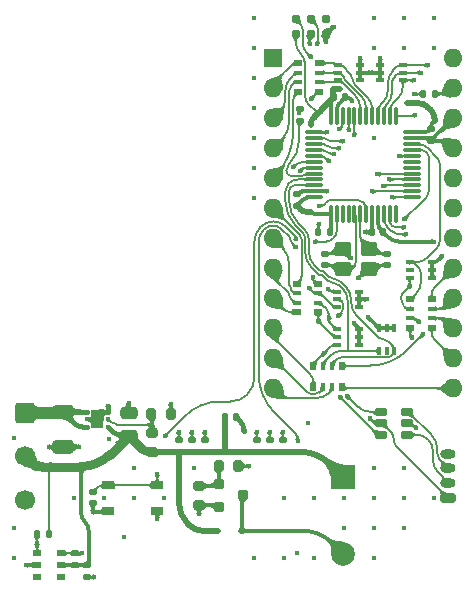
<source format=gbr>
%TF.GenerationSoftware,KiCad,Pcbnew,9.0.2*%
%TF.CreationDate,2025-08-17T18:49:40+06:00*%
%TF.ProjectId,hp3478a-ch32-ext,68703334-3738-4612-9d63-6833322d6578,rev?*%
%TF.SameCoordinates,Original*%
%TF.FileFunction,Copper,L1,Top*%
%TF.FilePolarity,Positive*%
%FSLAX46Y46*%
G04 Gerber Fmt 4.6, Leading zero omitted, Abs format (unit mm)*
G04 Created by KiCad (PCBNEW 9.0.2) date 2025-08-17 18:49:40*
%MOMM*%
%LPD*%
G01*
G04 APERTURE LIST*
G04 Aperture macros list*
%AMRoundRect*
0 Rectangle with rounded corners*
0 $1 Rounding radius*
0 $2 $3 $4 $5 $6 $7 $8 $9 X,Y pos of 4 corners*
0 Add a 4 corners polygon primitive as box body*
4,1,4,$2,$3,$4,$5,$6,$7,$8,$9,$2,$3,0*
0 Add four circle primitives for the rounded corners*
1,1,$1+$1,$2,$3*
1,1,$1+$1,$4,$5*
1,1,$1+$1,$6,$7*
1,1,$1+$1,$8,$9*
0 Add four rect primitives between the rounded corners*
20,1,$1+$1,$2,$3,$4,$5,0*
20,1,$1+$1,$4,$5,$6,$7,0*
20,1,$1+$1,$6,$7,$8,$9,0*
20,1,$1+$1,$8,$9,$2,$3,0*%
G04 Aperture macros list end*
%TA.AperFunction,SMDPad,CuDef*%
%ADD10R,1.050000X0.650000*%
%TD*%
%TA.AperFunction,ComponentPad*%
%ADD11RoundRect,0.250000X-0.600000X0.600000X-0.600000X-0.600000X0.600000X-0.600000X0.600000X0.600000X0*%
%TD*%
%TA.AperFunction,ComponentPad*%
%ADD12C,1.700000*%
%TD*%
%TA.AperFunction,SMDPad,CuDef*%
%ADD13RoundRect,0.250000X-0.650000X0.325000X-0.650000X-0.325000X0.650000X-0.325000X0.650000X0.325000X0*%
%TD*%
%TA.AperFunction,SMDPad,CuDef*%
%ADD14RoundRect,0.135000X0.185000X-0.135000X0.185000X0.135000X-0.185000X0.135000X-0.185000X-0.135000X0*%
%TD*%
%TA.AperFunction,SMDPad,CuDef*%
%ADD15R,0.800000X0.500000*%
%TD*%
%TA.AperFunction,SMDPad,CuDef*%
%ADD16R,0.800000X0.400000*%
%TD*%
%TA.AperFunction,SMDPad,CuDef*%
%ADD17RoundRect,0.140000X0.140000X0.170000X-0.140000X0.170000X-0.140000X-0.170000X0.140000X-0.170000X0*%
%TD*%
%TA.AperFunction,SMDPad,CuDef*%
%ADD18RoundRect,0.100000X-0.225000X-0.100000X0.225000X-0.100000X0.225000X0.100000X-0.225000X0.100000X0*%
%TD*%
%TA.AperFunction,SMDPad,CuDef*%
%ADD19RoundRect,0.200000X-0.250000X-0.200000X0.250000X-0.200000X0.250000X0.200000X-0.250000X0.200000X0*%
%TD*%
%TA.AperFunction,SMDPad,CuDef*%
%ADD20RoundRect,0.162500X0.367500X0.162500X-0.367500X0.162500X-0.367500X-0.162500X0.367500X-0.162500X0*%
%TD*%
%TA.AperFunction,SMDPad,CuDef*%
%ADD21RoundRect,0.250000X-0.450000X-0.350000X0.450000X-0.350000X0.450000X0.350000X-0.450000X0.350000X0*%
%TD*%
%TA.AperFunction,SMDPad,CuDef*%
%ADD22RoundRect,0.140000X-0.170000X0.140000X-0.170000X-0.140000X0.170000X-0.140000X0.170000X0.140000X0*%
%TD*%
%TA.AperFunction,SMDPad,CuDef*%
%ADD23RoundRect,0.200000X0.275000X-0.200000X0.275000X0.200000X-0.275000X0.200000X-0.275000X-0.200000X0*%
%TD*%
%TA.AperFunction,SMDPad,CuDef*%
%ADD24RoundRect,0.140000X0.170000X-0.140000X0.170000X0.140000X-0.170000X0.140000X-0.170000X-0.140000X0*%
%TD*%
%TA.AperFunction,SMDPad,CuDef*%
%ADD25RoundRect,0.135000X-0.135000X-0.185000X0.135000X-0.185000X0.135000X0.185000X-0.135000X0.185000X0*%
%TD*%
%TA.AperFunction,SMDPad,CuDef*%
%ADD26RoundRect,0.200000X0.200000X0.275000X-0.200000X0.275000X-0.200000X-0.275000X0.200000X-0.275000X0*%
%TD*%
%TA.AperFunction,SMDPad,CuDef*%
%ADD27RoundRect,0.093750X0.093750X0.106250X-0.093750X0.106250X-0.093750X-0.106250X0.093750X-0.106250X0*%
%TD*%
%TA.AperFunction,HeatsinkPad*%
%ADD28C,0.600000*%
%TD*%
%TA.AperFunction,HeatsinkPad*%
%ADD29R,1.000000X1.600000*%
%TD*%
%TA.AperFunction,SMDPad,CuDef*%
%ADD30R,0.500000X0.800000*%
%TD*%
%TA.AperFunction,SMDPad,CuDef*%
%ADD31R,0.400000X0.800000*%
%TD*%
%TA.AperFunction,ComponentPad*%
%ADD32RoundRect,0.200000X0.450000X-0.200000X0.450000X0.200000X-0.450000X0.200000X-0.450000X-0.200000X0*%
%TD*%
%TA.AperFunction,ComponentPad*%
%ADD33O,1.300000X0.800000*%
%TD*%
%TA.AperFunction,SMDPad,CuDef*%
%ADD34RoundRect,0.075000X0.075000X-0.662500X0.075000X0.662500X-0.075000X0.662500X-0.075000X-0.662500X0*%
%TD*%
%TA.AperFunction,SMDPad,CuDef*%
%ADD35RoundRect,0.075000X0.662500X-0.075000X0.662500X0.075000X-0.662500X0.075000X-0.662500X-0.075000X0*%
%TD*%
%TA.AperFunction,SMDPad,CuDef*%
%ADD36RoundRect,0.100000X0.225000X0.100000X-0.225000X0.100000X-0.225000X-0.100000X0.225000X-0.100000X0*%
%TD*%
%TA.AperFunction,SMDPad,CuDef*%
%ADD37RoundRect,0.100000X-0.100000X0.225000X-0.100000X-0.225000X0.100000X-0.225000X0.100000X0.225000X0*%
%TD*%
%TA.AperFunction,SMDPad,CuDef*%
%ADD38RoundRect,0.135000X0.135000X0.185000X-0.135000X0.185000X-0.135000X-0.185000X0.135000X-0.185000X0*%
%TD*%
%TA.AperFunction,ComponentPad*%
%ADD39R,1.600000X1.600000*%
%TD*%
%TA.AperFunction,ComponentPad*%
%ADD40O,1.600000X1.600000*%
%TD*%
%TA.AperFunction,SMDPad,CuDef*%
%ADD41RoundRect,0.140000X-0.140000X-0.170000X0.140000X-0.170000X0.140000X0.170000X-0.140000X0.170000X0*%
%TD*%
%TA.AperFunction,ConnectorPad*%
%ADD42C,0.787400*%
%TD*%
%TA.AperFunction,ComponentPad*%
%ADD43R,2.000000X2.000000*%
%TD*%
%TA.AperFunction,ComponentPad*%
%ADD44C,2.000000*%
%TD*%
%TA.AperFunction,SMDPad,CuDef*%
%ADD45RoundRect,0.200000X-0.200000X-0.275000X0.200000X-0.275000X0.200000X0.275000X-0.200000X0.275000X0*%
%TD*%
%TA.AperFunction,SMDPad,CuDef*%
%ADD46RoundRect,0.250000X0.475000X-0.250000X0.475000X0.250000X-0.475000X0.250000X-0.475000X-0.250000X0*%
%TD*%
%TA.AperFunction,SMDPad,CuDef*%
%ADD47RoundRect,0.112500X-0.187500X-0.112500X0.187500X-0.112500X0.187500X0.112500X-0.187500X0.112500X0*%
%TD*%
%TA.AperFunction,ViaPad*%
%ADD48C,0.450000*%
%TD*%
%TA.AperFunction,Conductor*%
%ADD49C,0.300000*%
%TD*%
%TA.AperFunction,Conductor*%
%ADD50C,0.160000*%
%TD*%
%TA.AperFunction,Conductor*%
%ADD51C,0.400000*%
%TD*%
%TA.AperFunction,Conductor*%
%ADD52C,1.000000*%
%TD*%
%TA.AperFunction,Conductor*%
%ADD53C,0.500000*%
%TD*%
%TA.AperFunction,Conductor*%
%ADD54C,0.800000*%
%TD*%
G04 APERTURE END LIST*
D10*
%TO.P,SW1,1,1*%
%TO.N,/nRST*%
X37025000Y-79125000D03*
X41175000Y-79125000D03*
%TO.P,SW1,2,2*%
%TO.N,GND*%
X37025000Y-81275000D03*
X41175000Y-81275000D03*
%TD*%
D11*
%TO.P,J2,1,Pin_1*%
%TO.N,VCC*%
X30000000Y-73000000D03*
D12*
%TO.P,J2,2,Pin_2*%
%TO.N,VDD*%
X30000000Y-76700000D03*
%TO.P,J2,3,Pin_3*%
%TO.N,GND*%
X30000000Y-80400000D03*
%TD*%
D13*
%TO.P,C1,1*%
%TO.N,VCC*%
X33200000Y-72925000D03*
%TO.P,C1,2*%
%TO.N,GND*%
X33200000Y-75875000D03*
%TD*%
D14*
%TO.P,R9,1*%
%TO.N,VDD*%
X51800000Y-76310000D03*
%TO.P,R9,2*%
%TO.N,/CARD_DET*%
X51800000Y-75290000D03*
%TD*%
D15*
%TO.P,RN4,1,R1.1*%
%TO.N,Net-(J1-DIO6)*%
X64400000Y-65800000D03*
D16*
%TO.P,RN4,2,R2.1*%
%TO.N,Net-(J1-DIO7)*%
X64400000Y-65000000D03*
%TO.P,RN4,3,R3.1*%
%TO.N,Net-(J1-DIO8)*%
X64400000Y-64200000D03*
D15*
%TO.P,RN4,4,R4.1*%
%TO.N,Net-(J1-REN)*%
X64400000Y-63400000D03*
%TO.P,RN4,5,R4.2*%
%TO.N,/REN*%
X62600000Y-63400000D03*
D16*
%TO.P,RN4,6,R3.2*%
%TO.N,/DIO8*%
X62600000Y-64200000D03*
%TO.P,RN4,7,R2.2*%
%TO.N,/DIO7*%
X62600000Y-65000000D03*
D15*
%TO.P,RN4,8,R1.2*%
%TO.N,/DIO6*%
X62600000Y-65800000D03*
%TD*%
D17*
%TO.P,C7,1*%
%TO.N,VDD*%
X60280000Y-57700000D03*
%TO.P,C7,2*%
%TO.N,GND*%
X59320000Y-57700000D03*
%TD*%
D15*
%TO.P,RN1,1,R1.1*%
%TO.N,Net-(J1-ATN)*%
X53100000Y-43400000D03*
D16*
%TO.P,RN1,2,R2.1*%
%TO.N,Net-(J1-SRQ)*%
X53100000Y-44200000D03*
%TO.P,RN1,3,R3.1*%
%TO.N,Net-(J1-IFC)*%
X53100000Y-45000000D03*
D15*
%TO.P,RN1,4,R4.1*%
%TO.N,Net-(J1-NDAC)*%
X53100000Y-45800000D03*
%TO.P,RN1,5,R4.2*%
%TO.N,/NDAC*%
X54900000Y-45800000D03*
D16*
%TO.P,RN1,6,R3.2*%
%TO.N,/IFC*%
X54900000Y-45000000D03*
%TO.P,RN1,7,R2.2*%
%TO.N,/SRQ*%
X54900000Y-44200000D03*
D15*
%TO.P,RN1,8,R1.2*%
%TO.N,/ATN*%
X54900000Y-43400000D03*
%TD*%
%TO.P,U3,1*%
%TO.N,unconnected-(U3-Pad1)*%
X33000000Y-86900000D03*
%TO.P,U3,2,VDD*%
%TO.N,VDD*%
X33000000Y-85900000D03*
%TO.P,U3,3,SCL*%
%TO.N,/I2C_SCL*%
X33000000Y-84900000D03*
%TO.P,U3,4,SDA*%
%TO.N,/I2C_SDA*%
X31000000Y-84900000D03*
%TO.P,U3,5,GND*%
%TO.N,GND*%
X31000000Y-85900000D03*
%TO.P,U3,6*%
%TO.N,unconnected-(U3-Pad6)*%
X31000000Y-86900000D03*
%TD*%
D18*
%TO.P,D6,1,A1*%
%TO.N,GND*%
X60050000Y-43550000D03*
%TO.P,D6,2,A2*%
X60050000Y-44200000D03*
%TO.P,D6,3,A3*%
X60050000Y-44850000D03*
%TO.P,D6,4,K3*%
%TO.N,/DIO7*%
X61950000Y-44850000D03*
%TO.P,D6,5,K2*%
%TO.N,/DIO6*%
X61950000Y-44200000D03*
%TO.P,D6,6,K1*%
%TO.N,/DIO5*%
X61950000Y-43550000D03*
%TD*%
D19*
%TO.P,Q1,1,G*%
%TO.N,Net-(Q1-G)*%
X46400000Y-79050000D03*
%TO.P,Q1,2,S*%
%TO.N,GND*%
X46400000Y-80950000D03*
%TO.P,Q1,3,D*%
%TO.N,Net-(BZ1--)*%
X48400000Y-80000000D03*
%TD*%
D20*
%TO.P,D8,1,L1*%
%TO.N,/USB_IN_D_N*%
X62300000Y-74850000D03*
%TO.P,D8,2,VN*%
%TO.N,GND*%
X62300000Y-73900000D03*
%TO.P,D8,3,L2*%
%TO.N,/USB_IN_D_P*%
X62300000Y-72950000D03*
%TO.P,D8,4,L2*%
%TO.N,/USBFS_DP*%
X60100000Y-72950000D03*
%TO.P,D8,5,VP*%
%TO.N,/VBUS*%
X60100000Y-73900000D03*
%TO.P,D8,6,L1*%
%TO.N,/USBFS_DN*%
X60100000Y-74850000D03*
%TD*%
D21*
%TO.P,Y1,1,1*%
%TO.N,Net-(U1-OSC_IN)*%
X56900000Y-60850000D03*
%TO.P,Y1,2,2*%
%TO.N,GND*%
X59100000Y-60850000D03*
%TO.P,Y1,3,3*%
%TO.N,Net-(U1-OSC_OUT)*%
X59100000Y-59150000D03*
%TO.P,Y1,4,4*%
%TO.N,GND*%
X56900000Y-59150000D03*
%TD*%
D22*
%TO.P,C9,1*%
%TO.N,VDD*%
X35200000Y-85920000D03*
%TO.P,C9,2*%
%TO.N,GND*%
X35200000Y-86880000D03*
%TD*%
D23*
%TO.P,R1,1*%
%TO.N,VDD*%
X40750000Y-76325000D03*
%TO.P,R1,2*%
%TO.N,Net-(U2-FB)*%
X40750000Y-74675000D03*
%TD*%
D24*
%TO.P,C4,1*%
%TO.N,VDD*%
X52990000Y-55480000D03*
%TO.P,C4,2*%
%TO.N,GND*%
X52990000Y-54520000D03*
%TD*%
D14*
%TO.P,R6,1*%
%TO.N,VDD*%
X45200000Y-76310000D03*
%TO.P,R6,2*%
%TO.N,/SPI1_MOSI*%
X45200000Y-75290000D03*
%TD*%
D25*
%TO.P,R14,1*%
%TO.N,/BOOT1*%
X63700000Y-46000000D03*
%TO.P,R14,2*%
%TO.N,GND*%
X64720000Y-46000000D03*
%TD*%
D26*
%TO.P,R3,1*%
%TO.N,/BUZZ*%
X48025000Y-77500000D03*
%TO.P,R3,2*%
%TO.N,Net-(Q1-G)*%
X46375000Y-77500000D03*
%TD*%
D27*
%TO.P,U2,1,OUT*%
%TO.N,VDD*%
X37000000Y-74200000D03*
%TO.P,U2,2,FB*%
%TO.N,Net-(U2-FB)*%
X37000000Y-73550000D03*
%TO.P,U2,3,GND*%
%TO.N,GND*%
X37000000Y-72900000D03*
%TO.P,U2,4,EN*%
%TO.N,VCC*%
X35225000Y-72900000D03*
%TO.P,U2,5,GND*%
%TO.N,GND*%
X35225000Y-73550000D03*
%TO.P,U2,6,IN*%
%TO.N,VCC*%
X35225000Y-74200000D03*
D28*
%TO.P,U2,7,PAD*%
%TO.N,GND*%
X36112500Y-74050000D03*
D29*
X36112500Y-73550000D03*
D28*
X36112500Y-73050000D03*
%TD*%
D30*
%TO.P,RN3,1,R1.1*%
%TO.N,Net-(J1-DIO3)*%
X54400000Y-70800000D03*
D31*
%TO.P,RN3,2,R2.1*%
%TO.N,Net-(J1-DIO2)*%
X55200000Y-70800000D03*
%TO.P,RN3,3,R3.1*%
%TO.N,Net-(J1-DIO1)*%
X56000000Y-70800000D03*
D30*
%TO.P,RN3,4,R4.1*%
%TO.N,Net-(J1-DIO5)*%
X56800000Y-70800000D03*
%TO.P,RN3,5,R4.2*%
%TO.N,/DIO5*%
X56800000Y-69000000D03*
D31*
%TO.P,RN3,6,R3.2*%
%TO.N,/DIO1*%
X56000000Y-69000000D03*
%TO.P,RN3,7,R2.2*%
%TO.N,/DIO2*%
X55200000Y-69000000D03*
D30*
%TO.P,RN3,8,R1.2*%
%TO.N,/DIO3*%
X54400000Y-69000000D03*
%TD*%
D22*
%TO.P,C8,1*%
%TO.N,/nRST*%
X35700000Y-79720000D03*
%TO.P,C8,2*%
%TO.N,GND*%
X35700000Y-80680000D03*
%TD*%
D32*
%TO.P,J4,1,Pin_1*%
%TO.N,/VBUS*%
X65755000Y-80200000D03*
D33*
%TO.P,J4,2,Pin_2*%
%TO.N,/USB_IN_D_N*%
X65755000Y-78950000D03*
%TO.P,J4,3,Pin_3*%
%TO.N,/USB_IN_D_P*%
X65755000Y-77700000D03*
%TO.P,J4,4,Pin_4*%
%TO.N,GND*%
X65755000Y-76450000D03*
%TD*%
D14*
%TO.P,R8,1*%
%TO.N,VDD*%
X50700000Y-76310000D03*
%TO.P,R8,2*%
%TO.N,Net-(J5-DAT1)*%
X50700000Y-75290000D03*
%TD*%
D23*
%TO.P,R4,1*%
%TO.N,GND*%
X44700000Y-80825000D03*
%TO.P,R4,2*%
%TO.N,Net-(Q1-G)*%
X44700000Y-79175000D03*
%TD*%
D14*
%TO.P,R10,1*%
%TO.N,VDD*%
X43000000Y-76310000D03*
%TO.P,R10,2*%
%TO.N,Net-(J5-DAT2)*%
X43000000Y-75290000D03*
%TD*%
D34*
%TO.P,U1,1,VBAT*%
%TO.N,VDD*%
X55870000Y-56162500D03*
%TO.P,U1,2,PC13*%
%TO.N,/BUZZ*%
X56370000Y-56162500D03*
%TO.P,U1,3,PC14*%
%TO.N,unconnected-(U1-PC14-Pad3)*%
X56870000Y-56162500D03*
%TO.P,U1,4,PC15*%
%TO.N,unconnected-(U1-PC15-Pad4)*%
X57370000Y-56162500D03*
%TO.P,U1,5,OSC_IN*%
%TO.N,Net-(U1-OSC_IN)*%
X57870000Y-56162500D03*
%TO.P,U1,6,OSC_OUT*%
%TO.N,Net-(U1-OSC_OUT)*%
X58370000Y-56162500D03*
%TO.P,U1,7,~{RST}*%
%TO.N,/nRST*%
X58870000Y-56162500D03*
%TO.P,U1,8,VSSA*%
%TO.N,GND*%
X59370000Y-56162500D03*
%TO.P,U1,9,VDDA*%
%TO.N,VDD*%
X59870000Y-56162500D03*
%TO.P,U1,10,PA0*%
%TO.N,/I2C_SCL*%
X60370000Y-56162500D03*
%TO.P,U1,11,PA1*%
%TO.N,/I2C_SDA*%
X60870000Y-56162500D03*
%TO.P,U1,12,PA2*%
%TO.N,unconnected-(U1-PA2-Pad12)*%
X61370000Y-56162500D03*
D35*
%TO.P,U1,13,PA3*%
%TO.N,/CARD_DET*%
X62782500Y-54750000D03*
%TO.P,U1,14,PA4*%
%TO.N,/SPI1_NSS*%
X62782500Y-54250000D03*
%TO.P,U1,15,PA5*%
%TO.N,/SPI1_SCK*%
X62782500Y-53750000D03*
%TO.P,U1,16,PA6*%
%TO.N,/SPI1_MISO*%
X62782500Y-53250000D03*
%TO.P,U1,17,PA7*%
%TO.N,/SPI1_MOSI*%
X62782500Y-52750000D03*
%TO.P,U1,18,PB0*%
%TO.N,unconnected-(U1-PB0-Pad18)*%
X62782500Y-52250000D03*
%TO.P,U1,19,PB1*%
%TO.N,unconnected-(U1-PB1-Pad19)*%
X62782500Y-51750000D03*
%TO.P,U1,20,PB2*%
%TO.N,/BOOT1*%
X62782500Y-51250000D03*
%TO.P,U1,21,PB10*%
%TO.N,/VBUS*%
X62782500Y-50750000D03*
%TO.P,U1,22,PB11*%
%TO.N,/REN*%
X62782500Y-50250000D03*
%TO.P,U1,23,VSS*%
%TO.N,GND*%
X62782500Y-49750000D03*
%TO.P,U1,24,VDD_VIO*%
%TO.N,VDD*%
X62782500Y-49250000D03*
D34*
%TO.P,U1,25,PB12*%
%TO.N,/DIO8*%
X61370000Y-47837500D03*
%TO.P,U1,26,PB13*%
%TO.N,/DIO7*%
X60870000Y-47837500D03*
%TO.P,U1,27,PB14*%
%TO.N,/DIO6*%
X60370000Y-47837500D03*
%TO.P,U1,28,PB15*%
%TO.N,/DIO5*%
X59870000Y-47837500D03*
%TO.P,U1,29,PA8*%
%TO.N,/ATN*%
X59370000Y-47837500D03*
%TO.P,U1,30,PA9*%
%TO.N,/SRQ*%
X58870000Y-47837500D03*
%TO.P,U1,31,PA10*%
%TO.N,/IFC*%
X58370000Y-47837500D03*
%TO.P,U1,32,PA11*%
%TO.N,/NDAC*%
X57870000Y-47837500D03*
%TO.P,U1,33,PA12*%
%TO.N,/NRFD*%
X57370000Y-47837500D03*
%TO.P,U1,34,SWDIO*%
%TO.N,/SWDIO*%
X56870000Y-47837500D03*
%TO.P,U1,35,VSS*%
%TO.N,GND*%
X56370000Y-47837500D03*
%TO.P,U1,36,VDD*%
%TO.N,VDD*%
X55870000Y-47837500D03*
D35*
%TO.P,U1,37,SWCLK*%
%TO.N,/SWCLK*%
X54457500Y-49250000D03*
%TO.P,U1,38,PA15*%
%TO.N,/DAV*%
X54457500Y-49750000D03*
%TO.P,U1,39,PB3*%
%TO.N,/EOI*%
X54457500Y-50250000D03*
%TO.P,U1,40,PB4*%
%TO.N,/DIO4*%
X54457500Y-50750000D03*
%TO.P,U1,41,PB5*%
%TO.N,/DIO3*%
X54457500Y-51250000D03*
%TO.P,U1,42,PB6*%
%TO.N,/USBFS_DN*%
X54457500Y-51750000D03*
%TO.P,U1,43,PB7*%
%TO.N,/USBFS_DP*%
X54457500Y-52250000D03*
%TO.P,U1,44,BOOT0*%
%TO.N,/BOOT0*%
X54457500Y-52750000D03*
%TO.P,U1,45,PB8*%
%TO.N,/DIO2*%
X54457500Y-53250000D03*
%TO.P,U1,46,PB9*%
%TO.N,/DIO1*%
X54457500Y-53750000D03*
%TO.P,U1,47,VSS*%
%TO.N,GND*%
X54457500Y-54250000D03*
%TO.P,U1,48,VDD*%
%TO.N,VDD*%
X54457500Y-54750000D03*
%TD*%
D22*
%TO.P,C12,1*%
%TO.N,GND*%
X55400000Y-59520000D03*
%TO.P,C12,2*%
%TO.N,Net-(U1-OSC_IN)*%
X55400000Y-60480000D03*
%TD*%
D15*
%TO.P,RN2,1,R1.1*%
%TO.N,Net-(J1-NRFD)*%
X53000000Y-62100000D03*
D16*
%TO.P,RN2,2,R2.1*%
%TO.N,Net-(J1-DAV)*%
X53000000Y-62900000D03*
%TO.P,RN2,3,R3.1*%
%TO.N,Net-(J1-EOI)*%
X53000000Y-63700000D03*
D15*
%TO.P,RN2,4,R4.1*%
%TO.N,Net-(J1-DIO4)*%
X53000000Y-64500000D03*
%TO.P,RN2,5,R4.2*%
%TO.N,/DIO4*%
X54800000Y-64500000D03*
D16*
%TO.P,RN2,6,R3.2*%
%TO.N,/EOI*%
X54800000Y-63700000D03*
%TO.P,RN2,7,R2.2*%
%TO.N,/DAV*%
X54800000Y-62900000D03*
D15*
%TO.P,RN2,8,R1.2*%
%TO.N,/NRFD*%
X54800000Y-62100000D03*
%TD*%
D22*
%TO.P,C6,1*%
%TO.N,VDD*%
X64340000Y-48990000D03*
%TO.P,C6,2*%
%TO.N,GND*%
X64340000Y-49950000D03*
%TD*%
D14*
%TO.P,R5,1*%
%TO.N,VDD*%
X44100000Y-76310000D03*
%TO.P,R5,2*%
%TO.N,/SPI1_NSS*%
X44100000Y-75290000D03*
%TD*%
D36*
%TO.P,D7,1,A1*%
%TO.N,GND*%
X64450000Y-61550000D03*
%TO.P,D7,2,A2*%
X64450000Y-60900000D03*
%TO.P,D7,3,A3*%
X64450000Y-60250000D03*
%TO.P,D7,4,K3*%
%TO.N,/REN*%
X62550000Y-60250000D03*
%TO.P,D7,5,K2*%
%TO.N,unconnected-(D7-K2-Pad5)*%
X62550000Y-60900000D03*
%TO.P,D7,6,K1*%
%TO.N,/DIO8*%
X62550000Y-61550000D03*
%TD*%
D17*
%TO.P,C3,1*%
%TO.N,VDD*%
X55780000Y-57700000D03*
%TO.P,C3,2*%
%TO.N,GND*%
X54820000Y-57700000D03*
%TD*%
D37*
%TO.P,D5,1,A1*%
%TO.N,GND*%
X61250000Y-65850000D03*
%TO.P,D5,2,A2*%
X60600000Y-65850000D03*
%TO.P,D5,3,A3*%
X59950000Y-65850000D03*
%TO.P,D5,4,K3*%
%TO.N,/DIO2*%
X59950000Y-67750000D03*
%TO.P,D5,5,K2*%
%TO.N,unconnected-(D5-K2-Pad5)*%
X60600000Y-67750000D03*
%TO.P,D5,6,K1*%
%TO.N,/DIO1*%
X61250000Y-67750000D03*
%TD*%
D22*
%TO.P,C11,1*%
%TO.N,Net-(U1-OSC_OUT)*%
X60600000Y-59520000D03*
%TO.P,C11,2*%
%TO.N,GND*%
X60600000Y-60480000D03*
%TD*%
D38*
%TO.P,R12,1*%
%TO.N,VDD*%
X32010000Y-83300000D03*
%TO.P,R12,2*%
%TO.N,/I2C_SDA*%
X30990000Y-83300000D03*
%TD*%
D39*
%TO.P,J1,1,SHIELD*%
%TO.N,unconnected-(J1-SHIELD-Pad1)*%
X51000000Y-43000000D03*
D40*
%TO.P,J1,2,ATN*%
%TO.N,Net-(J1-ATN)*%
X51000000Y-45540000D03*
%TO.P,J1,3,SRQ*%
%TO.N,Net-(J1-SRQ)*%
X51000000Y-48080000D03*
%TO.P,J1,4,IFC*%
%TO.N,Net-(J1-IFC)*%
X51000000Y-50620000D03*
%TO.P,J1,5,NDAC*%
%TO.N,Net-(J1-NDAC)*%
X51000000Y-53160000D03*
%TO.P,J1,6,NRFD*%
%TO.N,Net-(J1-NRFD)*%
X51000000Y-55700000D03*
%TO.P,J1,7,DAV*%
%TO.N,Net-(J1-DAV)*%
X51000000Y-58240000D03*
%TO.P,J1,8,EOI*%
%TO.N,Net-(J1-EOI)*%
X51000000Y-60780000D03*
%TO.P,J1,9,DIO4*%
%TO.N,Net-(J1-DIO4)*%
X51000000Y-63320000D03*
%TO.P,J1,10,DIO3*%
%TO.N,Net-(J1-DIO3)*%
X51000000Y-65860000D03*
%TO.P,J1,11,DIO2*%
%TO.N,Net-(J1-DIO2)*%
X51000000Y-68400000D03*
%TO.P,J1,12,DIO1*%
%TO.N,Net-(J1-DIO1)*%
X51000000Y-70940000D03*
%TO.P,J1,13,DIO5*%
%TO.N,Net-(J1-DIO5)*%
X66240000Y-70940000D03*
%TO.P,J1,14,DIO6*%
%TO.N,Net-(J1-DIO6)*%
X66240000Y-68400000D03*
%TO.P,J1,15,DIO7*%
%TO.N,Net-(J1-DIO7)*%
X66240000Y-65860000D03*
%TO.P,J1,16,DIO8*%
%TO.N,Net-(J1-DIO8)*%
X66240000Y-63320000D03*
%TO.P,J1,17,REN*%
%TO.N,Net-(J1-REN)*%
X66240000Y-60780000D03*
%TO.P,J1,18,G_DAV*%
%TO.N,GND*%
X66240000Y-58240000D03*
%TO.P,J1,19,G_NRFD*%
X66240000Y-55700000D03*
%TO.P,J1,20,G_NDAC*%
X66240000Y-53160000D03*
%TO.P,J1,21,G_IFC*%
X66240000Y-50620000D03*
%TO.P,J1,22,G_SRQ*%
X66240000Y-48080000D03*
%TO.P,J1,23,G_ATN*%
X66240000Y-45540000D03*
%TO.P,J1,24,G_SIG*%
X66240000Y-43000000D03*
%TD*%
D41*
%TO.P,C10,1*%
%TO.N,VDD*%
X46920000Y-73400000D03*
%TO.P,C10,2*%
%TO.N,GND*%
X47880000Y-73400000D03*
%TD*%
D14*
%TO.P,R11,1*%
%TO.N,VDD*%
X34200000Y-85910000D03*
%TO.P,R11,2*%
%TO.N,/I2C_SCL*%
X34200000Y-84890000D03*
%TD*%
D42*
%TO.P,DEBUG,1,VCC*%
%TO.N,VDD*%
X52890000Y-40919000D03*
%TO.P,DEBUG,2,SWDIO*%
%TO.N,/SWDIO*%
X52890000Y-39649000D03*
%TO.P,DEBUG,3,~{RESET}*%
%TO.N,/nRST*%
X54160000Y-40919000D03*
%TO.P,DEBUG,4,SWCLK*%
%TO.N,/SWCLK*%
X54160000Y-39649000D03*
%TO.P,DEBUG,5,GND*%
%TO.N,GND*%
X55430000Y-40919000D03*
%TO.P,DEBUG,6,SWO*%
%TO.N,unconnected-(J6-SWO-Pad6)*%
X55430000Y-39649000D03*
%TD*%
D43*
%TO.P,BZ1,1,+*%
%TO.N,VDD*%
X56900000Y-78450000D03*
D44*
%TO.P,BZ1,2,-*%
%TO.N,Net-(BZ1--)*%
X56900000Y-84950000D03*
%TD*%
D14*
%TO.P,R7,1*%
%TO.N,VDD*%
X49600000Y-76310000D03*
%TO.P,R7,2*%
%TO.N,/SPI1_MISO*%
X49600000Y-75290000D03*
%TD*%
D36*
%TO.P,D4,1,A1*%
%TO.N,GND*%
X58250000Y-67250000D03*
%TO.P,D4,2,A2*%
X58250000Y-66600000D03*
%TO.P,D4,3,A3*%
X58250000Y-65950000D03*
%TO.P,D4,4,K3*%
%TO.N,/EOI*%
X56350000Y-65950000D03*
%TO.P,D4,5,K2*%
%TO.N,/DIO4*%
X56350000Y-66600000D03*
%TO.P,D4,6,K1*%
%TO.N,/DIO3*%
X56350000Y-67250000D03*
%TD*%
%TO.P,D2,1,A1*%
%TO.N,GND*%
X58350000Y-44850000D03*
%TO.P,D2,2,A2*%
X58350000Y-44200000D03*
%TO.P,D2,3,A3*%
X58350000Y-43550000D03*
%TO.P,D2,4,K3*%
%TO.N,/ATN*%
X56450000Y-43550000D03*
%TO.P,D2,5,K2*%
%TO.N,/SRQ*%
X56450000Y-44200000D03*
%TO.P,D2,6,K1*%
%TO.N,/IFC*%
X56450000Y-44850000D03*
%TD*%
D45*
%TO.P,R2,1*%
%TO.N,Net-(U2-FB)*%
X40675000Y-73100000D03*
%TO.P,R2,2*%
%TO.N,GND*%
X42325000Y-73100000D03*
%TD*%
D46*
%TO.P,C2,1*%
%TO.N,VDD*%
X38750000Y-74950000D03*
%TO.P,C2,2*%
%TO.N,GND*%
X38750000Y-73050000D03*
%TD*%
D41*
%TO.P,C5,1*%
%TO.N,VDD*%
X56120000Y-46300000D03*
%TO.P,C5,2*%
%TO.N,GND*%
X57080000Y-46300000D03*
%TD*%
D36*
%TO.P,D3,1,A1*%
%TO.N,GND*%
X58250000Y-64050000D03*
%TO.P,D3,2,A2*%
X58250000Y-63400000D03*
%TO.P,D3,3,A3*%
X58250000Y-62750000D03*
%TO.P,D3,4,K3*%
%TO.N,/NDAC*%
X56350000Y-62750000D03*
%TO.P,D3,5,K2*%
%TO.N,/NRFD*%
X56350000Y-63400000D03*
%TO.P,D3,6,K1*%
%TO.N,/DAV*%
X56350000Y-64050000D03*
%TD*%
D14*
%TO.P,R13,1*%
%TO.N,/BOOT0*%
X53300000Y-48310000D03*
%TO.P,R13,2*%
%TO.N,GND*%
X53300000Y-47290000D03*
%TD*%
D47*
%TO.P,D1,1,K*%
%TO.N,VDD*%
X46250000Y-83000000D03*
%TO.P,D1,2,A*%
%TO.N,Net-(BZ1--)*%
X48350000Y-83000000D03*
%TD*%
D48*
%TO.N,GND*%
X39200000Y-80180000D03*
X49360000Y-54780000D03*
X53978145Y-73878145D03*
X34120000Y-80180000D03*
X49360000Y-85260000D03*
X59520000Y-42080000D03*
X41740000Y-80180000D03*
X59520000Y-80180000D03*
X58200000Y-61600000D03*
X49360000Y-42080000D03*
X57800000Y-65400000D03*
X54440000Y-80180000D03*
X37050000Y-75250000D03*
X62060000Y-82720000D03*
X56100000Y-40300000D03*
X59520000Y-85260000D03*
X29040000Y-85260000D03*
X58800000Y-57700000D03*
X63100000Y-74300000D03*
X44280000Y-77640000D03*
X38750000Y-72150000D03*
X59520000Y-82720000D03*
X54863734Y-57013734D03*
X59520000Y-77640000D03*
X56980000Y-82720000D03*
X58350000Y-43000000D03*
X37000000Y-72400000D03*
X49360000Y-49700000D03*
X34575000Y-75875000D03*
X54440000Y-85260000D03*
X65300000Y-59700000D03*
X62060000Y-80180000D03*
X49360000Y-47160000D03*
X44700000Y-81600000D03*
X48484968Y-74584968D03*
X49360000Y-39540000D03*
X29040000Y-82720000D03*
X39200000Y-77640000D03*
X64600000Y-80180000D03*
X49360000Y-44620000D03*
X55430000Y-41630000D03*
X35700000Y-81400000D03*
X58900000Y-63400000D03*
X51900000Y-85260000D03*
X49360000Y-52240000D03*
X64600000Y-39540000D03*
X59000000Y-64900000D03*
X51900000Y-80180000D03*
X52984968Y-84900000D03*
X59200000Y-44200000D03*
X38378145Y-83478145D03*
X62060000Y-39540000D03*
X32000000Y-75900000D03*
X55550000Y-54250000D03*
X59520000Y-49700000D03*
X35850000Y-86900000D03*
X56980000Y-80180000D03*
X64600000Y-42080000D03*
X41175000Y-81975000D03*
X57700000Y-46600000D03*
X59520000Y-39540000D03*
X60050000Y-43000000D03*
X53200000Y-47600000D03*
X30100000Y-85900000D03*
X62060000Y-77640000D03*
X57545001Y-59902389D03*
X62060000Y-42080000D03*
X36660000Y-80180000D03*
X29040000Y-75100000D03*
X42325000Y-72225000D03*
%TO.N,/EOI*%
X56600000Y-50600000D03*
X55705118Y-64950000D03*
%TO.N,/DIO7*%
X63334000Y-65300000D03*
X62900000Y-44850000D03*
%TO.N,/DIO5*%
X63671734Y-66371734D03*
X64100000Y-43550000D03*
%TO.N,/DIO6*%
X62750000Y-66650000D03*
X63500000Y-44200000D03*
%TO.N,/DIO8*%
X62550000Y-62250000D03*
X63023000Y-47800000D03*
%TO.N,/DAV*%
X54000000Y-62400000D03*
X56915000Y-50000000D03*
%TO.N,/DIO3*%
X55700000Y-51700000D03*
X55275000Y-67975000D03*
%TO.N,/BUZZ*%
X54508356Y-58508356D03*
X52934000Y-59000000D03*
X48950000Y-77500000D03*
X53050000Y-75350000D03*
%TO.N,/DIO4*%
X54802062Y-65197938D03*
X56175734Y-51055000D03*
%TO.N,/NDAC*%
X55600000Y-62500000D03*
X57870000Y-49500000D03*
X54200000Y-46400000D03*
%TO.N,/NRFD*%
X57370000Y-49100000D03*
X56500000Y-64800000D03*
X54342158Y-61474626D03*
%TO.N,/USBFS_DP*%
X57277280Y-71622720D03*
X53300000Y-52500000D03*
%TO.N,/USBFS_DN*%
X56655546Y-71644454D03*
X52700000Y-52200000D03*
%TO.N,/SPI1_SCK*%
X60300000Y-53800000D03*
%TO.N,/I2C_SCL*%
X62255000Y-57900000D03*
X34800000Y-84900000D03*
%TO.N,VDD*%
X56050000Y-45550000D03*
X64600000Y-58500000D03*
X46920000Y-74600000D03*
X46920000Y-75400000D03*
X56650000Y-45550000D03*
X54200000Y-56000000D03*
X64650000Y-48300000D03*
X62350000Y-46800000D03*
X54200000Y-48599999D03*
%TO.N,/nRST*%
X41175000Y-78200000D03*
X41800000Y-75000000D03*
X54850000Y-55500000D03*
X52934000Y-58300000D03*
X54063621Y-41800000D03*
%TO.N,/VBUS*%
X62100000Y-56600000D03*
X59150000Y-73450000D03*
%TO.N,/SPI1_MISO*%
X49600000Y-74600000D03*
X60756000Y-53249000D03*
%TO.N,/SWDIO*%
X56600000Y-49000000D03*
X54186379Y-42886379D03*
%TO.N,/SWCLK*%
X54700000Y-41800000D03*
X55543933Y-49250000D03*
%TO.N,/BOOT1*%
X62910000Y-46010000D03*
X61650000Y-51250000D03*
%TO.N,/SPI1_NSS*%
X59350000Y-54250000D03*
X44100000Y-74600000D03*
%TO.N,/SPI1_MOSI*%
X59811000Y-52811000D03*
X45200000Y-74600000D03*
%TO.N,/I2C_SDA*%
X62100000Y-57300000D03*
X31000000Y-84100000D03*
%TO.N,/CARD_DET*%
X51800000Y-74600000D03*
X61050000Y-54755000D03*
%TO.N,Net-(J5-DAT2)*%
X43000000Y-74600000D03*
%TO.N,Net-(J5-DAT1)*%
X50700000Y-74600000D03*
%TD*%
D49*
%TO.N,GND*%
X41175000Y-81328750D02*
X41175000Y-81341250D01*
D50*
X56715000Y-59335000D02*
X56862032Y-59187967D01*
D49*
X35700000Y-81400000D02*
X35700000Y-80680000D01*
D51*
X36187500Y-72975000D02*
X36112500Y-73050000D01*
D49*
X59200000Y-44200000D02*
X60050000Y-44200000D01*
D50*
X59731629Y-60480000D02*
X60600000Y-60480000D01*
X56268370Y-59520000D02*
X55400000Y-59520000D01*
X54863734Y-57013734D02*
X54863734Y-57155341D01*
D49*
X55430000Y-41630000D02*
X55430000Y-40944500D01*
D50*
X64720000Y-46000000D02*
X65780000Y-46000000D01*
D51*
X48484968Y-74584968D02*
X48484968Y-74419182D01*
D49*
X58250000Y-66150000D02*
X58250000Y-66115625D01*
X30100000Y-85900000D02*
X31000000Y-85900000D01*
X41175000Y-81355000D02*
X41175000Y-81395000D01*
D50*
X35850000Y-86900000D02*
X35840000Y-86890000D01*
D49*
X58250000Y-66012500D02*
X58250000Y-66021875D01*
X41175000Y-81316250D02*
X41175000Y-81328750D01*
X64722027Y-49597972D02*
X66240000Y-48080000D01*
D50*
X62500000Y-73900000D02*
X62300000Y-73900000D01*
D49*
X41175000Y-81280000D02*
X41175000Y-81290000D01*
X58250000Y-65987500D02*
X58250000Y-66012500D01*
X44700000Y-81600000D02*
X44700000Y-80825000D01*
X59370000Y-57614644D02*
X59370000Y-56162500D01*
X64355000Y-49750000D02*
X64281421Y-49750000D01*
D51*
X37000000Y-72900000D02*
X37000000Y-72400000D01*
D49*
X58250000Y-66084375D02*
X58250000Y-66115625D01*
X54457500Y-54250000D02*
X53450918Y-54250000D01*
X58250000Y-65921875D02*
X58250000Y-65928125D01*
X58250000Y-66053125D02*
X58250000Y-66034375D01*
X60050000Y-43000000D02*
X60050000Y-44850000D01*
X41175000Y-81308750D02*
X41175000Y-81316250D01*
X41175000Y-81355000D02*
X41175000Y-81341250D01*
X57700000Y-46600000D02*
X57513137Y-46413137D01*
X38750000Y-72150000D02*
X38750000Y-73050000D01*
X36811611Y-81400000D02*
X35700000Y-81400000D01*
D50*
X62841421Y-74041421D02*
X63100000Y-74300000D01*
D51*
X37000000Y-72900000D02*
X36368566Y-72900000D01*
D49*
X41175000Y-81256250D02*
X41175000Y-81255000D01*
X59200000Y-44200000D02*
X58350000Y-44200000D01*
X59000000Y-64900000D02*
X59950000Y-65850000D01*
X54457500Y-54250000D02*
X55550000Y-54250000D01*
X56966862Y-46413137D02*
X56542330Y-46837669D01*
X63998578Y-49750000D02*
X62782500Y-49750000D01*
X41175000Y-81303750D02*
X41175000Y-81306250D01*
X34575000Y-75875000D02*
X33217677Y-75875000D01*
X35225000Y-73550000D02*
X36112500Y-73550000D01*
D50*
X58896966Y-60903033D02*
X58200000Y-61600000D01*
D49*
X41175000Y-81258750D02*
X41175000Y-81261250D01*
X58250000Y-65909375D02*
X58250000Y-65915625D01*
D50*
X56937967Y-59295355D02*
X57545001Y-59902389D01*
X59153033Y-60796966D02*
X59284999Y-60664999D01*
D49*
X58900000Y-63400000D02*
X58250000Y-63400000D01*
X58250000Y-66021875D02*
X58250000Y-66028125D01*
X56370000Y-47253711D02*
X56370000Y-47837500D01*
X58250000Y-65915625D02*
X58250000Y-65921875D01*
X41175000Y-81270000D02*
X41175000Y-81266250D01*
X58250000Y-65937500D02*
X58250000Y-65962500D01*
X65905000Y-50285000D02*
X66240000Y-50620000D01*
X53125000Y-54385000D02*
X52990000Y-54520000D01*
X46337500Y-80887500D02*
X46400000Y-80950000D01*
X41175000Y-81263750D02*
X41175000Y-81266250D01*
D51*
X48192075Y-73712075D02*
X47880000Y-73400000D01*
D49*
X58250000Y-64050000D02*
X58250000Y-62750000D01*
X64281421Y-49750000D02*
X63998578Y-49750000D01*
X58250000Y-65903125D02*
X58250000Y-65900000D01*
X46186611Y-80825000D02*
X44700000Y-80825000D01*
X33157322Y-75900000D02*
X32000000Y-75900000D01*
X41175000Y-81261250D02*
X41175000Y-81263750D01*
D50*
X54820000Y-57260924D02*
X54820000Y-57700000D01*
D49*
X58350000Y-43000000D02*
X58350000Y-44850000D01*
X58250000Y-66053125D02*
X58250000Y-66084375D01*
D50*
X35815857Y-86880000D02*
X35200000Y-86880000D01*
D49*
X58214644Y-65814644D02*
X57800000Y-65400000D01*
X59950000Y-65850000D02*
X61250000Y-65850000D01*
X41175000Y-81290000D02*
X41175000Y-81300000D01*
X58250000Y-66028125D02*
X58250000Y-66034375D01*
D50*
X42325000Y-72225000D02*
X42325000Y-73100000D01*
D49*
X58250000Y-65903125D02*
X58250000Y-65909375D01*
X64450000Y-60400000D02*
X64450000Y-61550000D01*
X36962500Y-81337500D02*
X37087500Y-81212500D01*
X59284644Y-57700000D02*
X58800000Y-57700000D01*
X58250000Y-66250000D02*
X58250000Y-67250000D01*
X58250000Y-65962500D02*
X58250000Y-65987500D01*
X65300000Y-59700000D02*
X64856066Y-60143933D01*
X41175000Y-81270000D02*
X41175000Y-81280000D01*
X41175000Y-81395000D02*
X41175000Y-81975000D01*
X58250000Y-66150000D02*
X58250000Y-66250000D01*
X65096238Y-49950000D02*
X64481421Y-49950000D01*
X56100000Y-40300000D02*
X55499031Y-40900968D01*
X41175000Y-81256250D02*
X41175000Y-81258750D01*
X41175000Y-81306250D02*
X41175000Y-81308750D01*
D50*
X65780000Y-46000000D02*
X66240000Y-45540000D01*
D49*
X41175000Y-81303750D02*
X41175000Y-81300000D01*
X58250000Y-65928125D02*
X58250000Y-65937500D01*
X64481421Y-49950000D02*
G75*
G02*
X64239994Y-49850006I-21J341400D01*
G01*
D50*
X56937967Y-59295355D02*
G75*
G02*
X56899996Y-59203694I91633J91655D01*
G01*
D49*
X65905000Y-50285000D02*
G75*
G03*
X65096238Y-49949984I-808800J-808800D01*
G01*
X55430000Y-40944500D02*
G75*
G02*
X55455500Y-40919000I25500J0D01*
G01*
D50*
X59025000Y-60850000D02*
G75*
G03*
X59153041Y-60796974I0J181100D01*
G01*
D49*
X36962500Y-81337500D02*
G75*
G02*
X36811611Y-81400005I-150900J150900D01*
G01*
X64856066Y-60143933D02*
G75*
G02*
X64600000Y-60250009I-256066J256033D01*
G01*
X33217677Y-75875000D02*
G75*
G03*
X33187507Y-75887507I23J-42700D01*
G01*
D50*
X54841867Y-57208133D02*
G75*
G03*
X54820030Y-57260924I52833J-52767D01*
G01*
X56268370Y-59520000D02*
G75*
G03*
X56715009Y-59335009I30J631600D01*
G01*
D49*
X57513137Y-46413137D02*
G75*
G03*
X57240000Y-46300008I-273137J-273163D01*
G01*
D50*
X56900000Y-59203694D02*
G75*
G03*
X56862085Y-59188020I-22200J-6D01*
G01*
D49*
X53450918Y-54250000D02*
G75*
G03*
X53124994Y-54384994I-18J-460900D01*
G01*
X46186611Y-80825000D02*
G75*
G02*
X46337497Y-80887503I-11J-213400D01*
G01*
D50*
X58896966Y-60903033D02*
G75*
G02*
X59025000Y-60850009I128034J-128067D01*
G01*
D49*
X56370000Y-47253711D02*
G75*
G02*
X56542319Y-46837658I588400J11D01*
G01*
D50*
X59731629Y-60480000D02*
G75*
G03*
X59284991Y-60664991I-29J-631600D01*
G01*
D49*
X41175000Y-81255000D02*
G75*
G03*
X41160860Y-81220854I-48300J0D01*
G01*
X64240000Y-49850000D02*
G75*
G03*
X63998578Y-49750009I-241400J-241400D01*
G01*
X57240000Y-46300000D02*
G75*
G03*
X56966857Y-46413132I0J-386300D01*
G01*
X58214644Y-65814644D02*
G75*
G02*
X58250003Y-65900000I-85344J-85356D01*
G01*
X59284644Y-57700000D02*
G75*
G03*
X59344987Y-57674987I-44J85400D01*
G01*
D51*
X48192075Y-73712075D02*
G75*
G02*
X48484990Y-74419182I-707075J-707125D01*
G01*
D49*
X59370000Y-57614644D02*
G75*
G02*
X59344987Y-57674987I-85400J44D01*
G01*
X33157322Y-75900000D02*
G75*
G03*
X33187493Y-75887493I-22J42700D01*
G01*
D51*
X36368566Y-72900000D02*
G75*
G03*
X36187510Y-72975010I34J-256100D01*
G01*
D49*
X64281421Y-49750000D02*
G75*
G03*
X64239964Y-49850036I-21J-58600D01*
G01*
X64600000Y-60250000D02*
G75*
G03*
X64450000Y-60400000I0J-150000D01*
G01*
D50*
X35840000Y-86890000D02*
G75*
G03*
X35815857Y-86880017I-24100J-24100D01*
G01*
X54863734Y-57155341D02*
G75*
G02*
X54841841Y-57208107I-74634J41D01*
G01*
D49*
X64355000Y-49750000D02*
G75*
G03*
X64722037Y-49597982I0J519100D01*
G01*
X55455500Y-40919000D02*
G75*
G03*
X55499039Y-40900976I0J61600D01*
G01*
D50*
X62841421Y-74041421D02*
G75*
G03*
X62500000Y-73899987I-341421J-341379D01*
G01*
D49*
%TO.N,Net-(BZ1--)*%
X55925000Y-83975000D02*
X56900000Y-84950000D01*
X48350000Y-80085355D02*
X48350000Y-83000000D01*
X48375000Y-80025000D02*
X48400000Y-80000000D01*
X53571141Y-83000000D02*
X48350000Y-83000000D01*
X48350000Y-80085355D02*
G75*
G02*
X48375013Y-80025013I85400J-45D01*
G01*
X53571141Y-83000000D02*
G75*
G02*
X55924988Y-83975012I-41J-3328900D01*
G01*
D52*
%TO.N,VCC*%
X33162500Y-72962500D02*
X33187500Y-72937500D01*
D51*
X34850000Y-74200000D02*
X35225000Y-74200000D01*
D52*
X33187500Y-72937500D02*
X33212500Y-72912500D01*
X33071966Y-73000000D02*
X30000000Y-73000000D01*
D51*
X34209834Y-73934834D02*
X33212500Y-72937500D01*
X33242677Y-72900000D02*
X35225000Y-72900000D01*
X34209834Y-73934834D02*
G75*
G03*
X34850000Y-74200009I640166J640134D01*
G01*
X33242677Y-72900000D02*
G75*
G03*
X33212507Y-72912507I23J-42700D01*
G01*
X33187500Y-72937500D02*
G75*
G02*
X33212500Y-72937500I12500J-12499D01*
G01*
X33212500Y-72937500D02*
G75*
G02*
X33212500Y-72912500I12500J12500D01*
G01*
D52*
X33071966Y-73000000D02*
G75*
G03*
X33162510Y-72962510I34J128000D01*
G01*
D50*
%TO.N,Net-(J1-REN)*%
X64400000Y-63010000D02*
X64400000Y-63400000D01*
X64675771Y-62344228D02*
X66240000Y-60780000D01*
X64675771Y-62344228D02*
G75*
G03*
X64399987Y-63010000I665729J-665772D01*
G01*
%TO.N,/EOI*%
X54900000Y-63700000D02*
X54800000Y-63700000D01*
X55070710Y-63770710D02*
X55512473Y-64212473D01*
X55202512Y-50250000D02*
X54457500Y-50250000D01*
X55830671Y-65430671D02*
X56350000Y-65950000D01*
X55705118Y-64677559D02*
X55705118Y-64950000D01*
X56047487Y-50600000D02*
X56600000Y-50600000D01*
X55705118Y-65127559D02*
X55705118Y-64950000D01*
X55705118Y-65127559D02*
G75*
G03*
X55830647Y-65430695I428682J-41D01*
G01*
X55070710Y-63770710D02*
G75*
G03*
X54900000Y-63699994I-170710J-170690D01*
G01*
X55705118Y-64677559D02*
G75*
G03*
X55512450Y-64212496I-657718J-41D01*
G01*
X56047487Y-50600000D02*
G75*
G02*
X55625004Y-50424996I13J597500D01*
G01*
X55625000Y-50425000D02*
G75*
G03*
X55202512Y-50249995I-422500J-422500D01*
G01*
%TO.N,/DIO7*%
X60870000Y-47438660D02*
X60870000Y-47837500D01*
X61950000Y-44850000D02*
X62900000Y-44850000D01*
X61152022Y-46757798D02*
X61557618Y-46352201D01*
X63184000Y-65150000D02*
X63334000Y-65300000D01*
X62821867Y-65000000D02*
X62600000Y-65000000D01*
X61950000Y-44850000D02*
X61950000Y-45404910D01*
X61557618Y-46352201D02*
G75*
G03*
X61949998Y-45404910I-947318J947301D01*
G01*
X60870000Y-47438660D02*
G75*
G02*
X61152039Y-46757815I962900J-40D01*
G01*
X62821867Y-65000000D02*
G75*
G02*
X63184009Y-65149991I33J-512100D01*
G01*
%TO.N,/DIO5*%
X59870000Y-47483750D02*
X59870000Y-47837500D01*
X62924994Y-43550000D02*
X64100000Y-43550000D01*
X61510096Y-43664904D02*
X61162500Y-44012500D01*
X62224216Y-43550000D02*
X62203904Y-43550000D01*
X59185003Y-69000000D02*
X56800000Y-69000000D01*
X62153123Y-43550000D02*
X62071873Y-43550000D01*
X62357601Y-67685867D02*
X63671734Y-66371734D01*
X62203904Y-43550000D02*
X62183592Y-43550000D01*
X62224216Y-43550000D02*
X62285153Y-43550000D01*
X61990623Y-43550000D02*
X61909373Y-43550000D01*
X60120139Y-46879860D02*
X60285000Y-46715000D01*
X62599995Y-43550000D02*
X62488277Y-43550000D01*
X62386715Y-43550000D02*
X62285153Y-43550000D01*
X62153123Y-43550000D02*
X62183592Y-43550000D01*
X61838280Y-43550000D02*
X61817968Y-43550000D01*
X61858592Y-43550000D02*
X61838280Y-43550000D01*
X60700000Y-45129075D02*
X60700000Y-45713101D01*
X61817968Y-43550000D02*
X61797656Y-43550000D01*
X62488277Y-43550000D02*
X62386715Y-43550000D01*
X62071873Y-43550000D02*
X61990623Y-43550000D01*
X62924994Y-43550000D02*
X62599995Y-43550000D01*
X61797656Y-43550000D02*
X61787500Y-43550000D01*
X61878904Y-43550000D02*
X61909373Y-43550000D01*
X61878904Y-43550000D02*
X61858592Y-43550000D01*
X60700000Y-45713101D02*
G75*
G02*
X60285000Y-46715000I-1416900J1D01*
G01*
X61162500Y-44012500D02*
G75*
G03*
X60699989Y-45129075I1116600J-1116600D01*
G01*
X59870000Y-47483750D02*
G75*
G02*
X60120120Y-46879841I854000J50D01*
G01*
X61510096Y-43664904D02*
G75*
G02*
X61787500Y-43549997I277404J-277396D01*
G01*
X62357601Y-67685867D02*
G75*
G02*
X59185003Y-69000011I-3172601J3172567D01*
G01*
%TO.N,/DIO2*%
X53418670Y-57678850D02*
X52865500Y-57125680D01*
X55270710Y-68729289D02*
X55878768Y-68121231D01*
X54255500Y-60744500D02*
X54764816Y-61253816D01*
X57292221Y-67750000D02*
X57307778Y-67750000D01*
X52253904Y-53646096D02*
X52340500Y-53559500D01*
X53700000Y-59403404D02*
X53700000Y-58358041D01*
X57307778Y-67750000D02*
X59950000Y-67750000D01*
X54940211Y-61300000D02*
X54876313Y-61300000D01*
X52031000Y-55111020D02*
X52031000Y-54184234D01*
X53087699Y-53250000D02*
X54457500Y-53250000D01*
X55022813Y-61302000D02*
X54945040Y-61302000D01*
X55200000Y-68900000D02*
X55200000Y-69000000D01*
X57289000Y-67731221D02*
X57289000Y-63503539D01*
X56854455Y-62454455D02*
X56632042Y-62232042D01*
X55607777Y-61807777D02*
X55157993Y-61357993D01*
X57292221Y-67750000D02*
X56775000Y-67750000D01*
X52340500Y-53559500D02*
G75*
G02*
X53087699Y-53250000I747200J-747200D01*
G01*
X54764816Y-61253816D02*
G75*
G03*
X54876313Y-61299985I111484J111516D01*
G01*
X57294500Y-67744500D02*
G75*
G02*
X57288991Y-67731221I13300J13300D01*
G01*
X56775000Y-67750000D02*
G75*
G03*
X55878761Y-68121224I0J-1267500D01*
G01*
X56854455Y-62454455D02*
G75*
G02*
X57288981Y-63503539I-1049055J-1049045D01*
G01*
X53418670Y-57678850D02*
G75*
G02*
X53699977Y-58358041I-679170J-679150D01*
G01*
X54942626Y-61301000D02*
G75*
G03*
X54940211Y-61299987I-2426J-2400D01*
G01*
X54255500Y-60744500D02*
G75*
G02*
X53699998Y-59403404I1341100J1341100D01*
G01*
X57294500Y-67744500D02*
G75*
G02*
X57292221Y-67750053I-2300J-2300D01*
G01*
X55270710Y-68729289D02*
G75*
G03*
X55199993Y-68900000I170690J-170711D01*
G01*
X54942626Y-61301000D02*
G75*
G03*
X54945040Y-61301976I2374J2400D01*
G01*
X52031000Y-55111020D02*
G75*
G03*
X52865501Y-57125679I2849200J20D01*
G01*
X56119910Y-62019910D02*
G75*
G02*
X56632042Y-62232042I-10J-724290D01*
G01*
X52031000Y-54184234D02*
G75*
G02*
X52253896Y-53646088I761000J34D01*
G01*
X57294500Y-67744500D02*
G75*
G03*
X57307778Y-67750009I13300J13300D01*
G01*
X55607777Y-61807777D02*
G75*
G03*
X56119910Y-62019889I512123J512177D01*
G01*
X55022813Y-61302000D02*
G75*
G02*
X55157992Y-61357994I-13J-191200D01*
G01*
%TO.N,/DIO6*%
X62153123Y-44200000D02*
X62183592Y-44200000D01*
X61858592Y-44200000D02*
X61838280Y-44200000D01*
X62750000Y-66650000D02*
X62675000Y-66575000D01*
X61318000Y-44507000D02*
X61510096Y-44314904D01*
X62224216Y-44200000D02*
X62203904Y-44200000D01*
X61838280Y-44200000D02*
X61817968Y-44200000D01*
X62924994Y-44200000D02*
X62599995Y-44200000D01*
X62386715Y-44200000D02*
X62285153Y-44200000D01*
X62924994Y-44200000D02*
X63500000Y-44200000D01*
X60630745Y-46839255D02*
X60690499Y-46779500D01*
X62224216Y-44200000D02*
X62285153Y-44200000D01*
X62153123Y-44200000D02*
X62071873Y-44200000D01*
X61878904Y-44200000D02*
X61858592Y-44200000D01*
X62599995Y-44200000D02*
X62488277Y-44200000D01*
X61817968Y-44200000D02*
X61797656Y-44200000D01*
X61011000Y-45248165D02*
X61011000Y-46005745D01*
X62203904Y-44200000D02*
X62183592Y-44200000D01*
X62488277Y-44200000D02*
X62386715Y-44200000D01*
X60370000Y-47468750D02*
X60370000Y-47837500D01*
X62071873Y-44200000D02*
X61990623Y-44200000D01*
X61878904Y-44200000D02*
X61909373Y-44200000D01*
X62600000Y-66393933D02*
X62600000Y-65800000D01*
X61990623Y-44200000D02*
X61909373Y-44200000D01*
X61797656Y-44200000D02*
X61787500Y-44200000D01*
X60630745Y-46839255D02*
G75*
G03*
X60370023Y-47468750I629455J-629445D01*
G01*
X60690499Y-46779500D02*
G75*
G03*
X61011018Y-46005745I-773799J773800D01*
G01*
X61318000Y-44507000D02*
G75*
G03*
X61010985Y-45248165I741200J-741200D01*
G01*
X61510096Y-44314904D02*
G75*
G02*
X61787500Y-44199997I277404J-277396D01*
G01*
X62600000Y-66393933D02*
G75*
G03*
X62675010Y-66574990I256100J33D01*
G01*
%TO.N,/DIO8*%
X62550000Y-62250000D02*
X62051730Y-62748269D01*
X63023000Y-47800000D02*
X63004250Y-47818750D01*
X62177691Y-64089691D02*
X62044000Y-63956000D01*
X62550000Y-62250000D02*
X62550000Y-61550000D01*
X62444000Y-64200000D02*
X62600000Y-64200000D01*
X62958983Y-47837500D02*
X61370000Y-47837500D01*
X61800000Y-63356000D02*
X61800000Y-63366931D01*
X62958983Y-47837500D02*
G75*
G03*
X63004255Y-47818755I17J64000D01*
G01*
X61800000Y-63356000D02*
G75*
G02*
X62051722Y-62748261I859500J0D01*
G01*
X62177691Y-64089691D02*
G75*
G03*
X62444000Y-64200005I266309J266291D01*
G01*
X62044000Y-63956000D02*
G75*
G02*
X61799987Y-63366931I589100J589100D01*
G01*
%TO.N,/DAV*%
X54654687Y-62900000D02*
X54651562Y-62900000D01*
X54693750Y-62900000D02*
X54681250Y-62900000D01*
X54654687Y-62900000D02*
X54657812Y-62900000D01*
X54757812Y-62900000D02*
X54742187Y-62900000D01*
X56250000Y-64050000D02*
X56350000Y-64050000D01*
X54714062Y-62900000D02*
X54710937Y-62900000D01*
X55876776Y-50000000D02*
X56915000Y-50000000D01*
X54710937Y-62900000D02*
X54706250Y-62900000D01*
X54706250Y-62900000D02*
X54693750Y-62900000D01*
X54681250Y-62900000D02*
X54668750Y-62900000D01*
X54717187Y-62900000D02*
X54714062Y-62900000D01*
X54825000Y-62900000D02*
X54900000Y-62900000D01*
X56079289Y-63979289D02*
X55070710Y-62970710D01*
X54664062Y-62900000D02*
X54660937Y-62900000D01*
X54742187Y-62900000D02*
X54726562Y-62900000D01*
X54660937Y-62900000D02*
X54657812Y-62900000D01*
X54825000Y-62900000D02*
X54775000Y-62900000D01*
X54668750Y-62900000D02*
X54664062Y-62900000D01*
X54775000Y-62900000D02*
X54757812Y-62900000D01*
X54000000Y-62400000D02*
X54393933Y-62793933D01*
X54651562Y-62900000D02*
X54650000Y-62900000D01*
X55273223Y-49750000D02*
X54457500Y-49750000D01*
X54717187Y-62900000D02*
X54726562Y-62900000D01*
X56079289Y-63979289D02*
G75*
G03*
X56250000Y-64050006I170711J170689D01*
G01*
X55070710Y-62970710D02*
G75*
G03*
X54900000Y-62899994I-170710J-170690D01*
G01*
X54650000Y-62900000D02*
G75*
G02*
X54393940Y-62793926I0J362100D01*
G01*
X55876776Y-50000000D02*
G75*
G02*
X55575007Y-49874993I24J426800D01*
G01*
X55575000Y-49875000D02*
G75*
G03*
X55273223Y-49749990I-301800J-301800D01*
G01*
%TO.N,/ATN*%
X57507188Y-44282189D02*
X56889903Y-43664904D01*
X56556066Y-43550000D02*
X56612499Y-43550000D01*
X59370000Y-47263927D02*
X59370000Y-47837500D01*
X56193933Y-43400000D02*
X54900000Y-43400000D01*
X57892811Y-45213166D02*
X58964422Y-46284777D01*
X56612499Y-43550000D02*
G75*
G02*
X56889901Y-43664906I1J-392300D01*
G01*
X59370000Y-47263927D02*
G75*
G03*
X58964430Y-46284769I-1384700J27D01*
G01*
X56193933Y-43400000D02*
G75*
G02*
X56374990Y-43475010I-33J-256100D01*
G01*
X57700000Y-44747678D02*
G75*
G03*
X57507177Y-44282200I-658300J-22D01*
G01*
X57892811Y-45213166D02*
G75*
G02*
X57700015Y-44747678I465489J465466D01*
G01*
X56556066Y-43550000D02*
G75*
G02*
X56375010Y-43474990I34J256100D01*
G01*
%TO.N,/DIO3*%
X54400000Y-68925000D02*
X54400000Y-69000000D01*
X55275000Y-67975000D02*
X55876256Y-67373743D01*
X56175000Y-67250000D02*
X56350000Y-67250000D01*
X55275000Y-67975000D02*
X54453033Y-68796966D01*
X54931801Y-51250000D02*
X54457500Y-51250000D01*
X55475000Y-51475000D02*
X55700000Y-51700000D01*
X54931801Y-51250000D02*
G75*
G02*
X55474999Y-51475001I-1J-768200D01*
G01*
X54400000Y-68925000D02*
G75*
G02*
X54453026Y-68796959I181100J0D01*
G01*
X56175000Y-67250000D02*
G75*
G03*
X55876254Y-67373741I0J-422500D01*
G01*
%TO.N,/BUZZ*%
X51657281Y-57439226D02*
X52377571Y-58159516D01*
X53050000Y-75150000D02*
X53050000Y-75350000D01*
X51141616Y-73041616D02*
X52908578Y-74808578D01*
X52934000Y-59000000D02*
X52578428Y-58644428D01*
X54512534Y-58504178D02*
X54508356Y-58508356D01*
X49750000Y-69681957D02*
X49750000Y-58515685D01*
X50260773Y-57439226D02*
X50149999Y-57549999D01*
X48950000Y-77500000D02*
X48025000Y-77500000D01*
X54522620Y-58500000D02*
X55428622Y-58500000D01*
X56370000Y-57558622D02*
X56370000Y-56162500D01*
X49750000Y-69681957D02*
G75*
G03*
X51141614Y-73041618I4751280J-3D01*
G01*
X52478000Y-58401972D02*
G75*
G03*
X52377560Y-58159527I-342900J-28D01*
G01*
X52478000Y-58401972D02*
G75*
G03*
X52578411Y-58644445I342900J-28D01*
G01*
X53050000Y-75150000D02*
G75*
G03*
X52908569Y-74808587I-482800J0D01*
G01*
X50149999Y-57549999D02*
G75*
G03*
X49749993Y-58515685I965701J-965701D01*
G01*
X56370000Y-57558622D02*
G75*
G02*
X56094270Y-58224270I-941400J22D01*
G01*
X50260773Y-57439226D02*
G75*
G02*
X50959027Y-57150025I698227J-698274D01*
G01*
X56094277Y-58224277D02*
G75*
G02*
X55428622Y-58500009I-665677J665677D01*
G01*
X51657281Y-57439226D02*
G75*
G03*
X50959027Y-57149986I-698281J-698274D01*
G01*
X54512534Y-58504178D02*
G75*
G02*
X54522620Y-58500025I10066J-10122D01*
G01*
%TO.N,/DIO4*%
X54800000Y-65194417D02*
X54800000Y-64500000D01*
X56277062Y-66600000D02*
X56350000Y-66600000D01*
X54802062Y-65197938D02*
X54801031Y-65196907D01*
X56152549Y-66548425D02*
X54802062Y-65197938D01*
X56175658Y-51055076D02*
X56175734Y-51055000D01*
X55870927Y-51055152D02*
X56175474Y-51055152D01*
X55134224Y-50750000D02*
X54457500Y-50750000D01*
X54801031Y-65196907D02*
G75*
G02*
X54799981Y-65194417I2469J2507D01*
G01*
X55502576Y-50902576D02*
G75*
G03*
X55870927Y-51055126I368324J368376D01*
G01*
X56152549Y-66548425D02*
G75*
G03*
X56277062Y-66600023I124551J124525D01*
G01*
X55134224Y-50750000D02*
G75*
G02*
X55502558Y-50902594I-24J-520900D01*
G01*
X56175658Y-51055076D02*
G75*
G02*
X56175476Y-51055135I-158J176D01*
G01*
%TO.N,/DIO1*%
X57600000Y-63534914D02*
X57600000Y-63536444D01*
X57600000Y-63504304D02*
X57600000Y-63505834D01*
X61250000Y-67618842D02*
X61250000Y-67623155D01*
X57074365Y-62234545D02*
X56760863Y-61921043D01*
X61250000Y-67651187D02*
X61250000Y-67668437D01*
X61250000Y-67633937D02*
X61250000Y-67651187D01*
X56070710Y-68729289D02*
X56246999Y-68552999D01*
X57600000Y-63508895D02*
X57600000Y-63510426D01*
X61250000Y-67741936D02*
X61250000Y-67776811D01*
X61198425Y-67947450D02*
X60944570Y-68201307D01*
X61250000Y-67692156D02*
X61250000Y-67685687D01*
X57600000Y-63503539D02*
X57600000Y-63504304D01*
X57600000Y-63564759D02*
X57600000Y-63556341D01*
X60753493Y-66969617D02*
X61149634Y-67365758D01*
X61250000Y-67700780D02*
X61250000Y-67711561D01*
X55005133Y-60989000D02*
X55069033Y-60989000D01*
X61250000Y-67791156D02*
X61250000Y-67812344D01*
X61250000Y-67668437D02*
X61250000Y-67685687D01*
X61250000Y-67614530D02*
X61250000Y-67618842D01*
X60691818Y-68306000D02*
X56843310Y-68306000D01*
X57600000Y-63564759D02*
X57600000Y-63589248D01*
X57600000Y-63533384D02*
X57600000Y-63534914D01*
X57600000Y-63533384D02*
X57600000Y-63531088D01*
X55286815Y-61046995D02*
X55736597Y-61496777D01*
X54011000Y-58383427D02*
X54011000Y-59403405D01*
X55073859Y-60991000D02*
X55151633Y-60991000D01*
X61250000Y-67623155D02*
X61250000Y-67627468D01*
X57600000Y-63505834D02*
X57600000Y-63507364D01*
X53106509Y-56926869D02*
X53620630Y-57440990D01*
X61250000Y-67791156D02*
X61250000Y-67776811D01*
X57600000Y-63541035D02*
X57600000Y-63548688D01*
X54475410Y-60524590D02*
X54893636Y-60942816D01*
X57600000Y-63507364D02*
X57600000Y-63508895D01*
X59934506Y-66630382D02*
X58005775Y-64701651D01*
X61250000Y-67608062D02*
X61250000Y-67610218D01*
X57600000Y-63589248D02*
X57600003Y-63722051D01*
X61250000Y-67822938D02*
X61250000Y-67812344D01*
X61250000Y-67711561D02*
X61250000Y-67737436D01*
X57600000Y-63512722D02*
X57600000Y-63518844D01*
X61250000Y-67627468D02*
X61250000Y-67633937D01*
X57600000Y-63512722D02*
X57600000Y-63510426D01*
X57600000Y-63518844D02*
X57600000Y-63524966D01*
X56000000Y-68900000D02*
X56000000Y-69000000D01*
X61250000Y-67610218D02*
X61250000Y-67614530D01*
X57600000Y-63548688D02*
X57600000Y-63556341D01*
X52342000Y-54176776D02*
X52342000Y-55081180D01*
X61250000Y-67692156D02*
X61250000Y-67696468D01*
X57600000Y-63541035D02*
X57600000Y-63536444D01*
X61250000Y-67696468D02*
X61250000Y-67700780D01*
X61250000Y-67737436D02*
X61250000Y-67741936D01*
X57600000Y-63524966D02*
X57600000Y-63531088D01*
X52768776Y-53750000D02*
X54457500Y-53750000D01*
X52342000Y-54176776D02*
G75*
G02*
X52467007Y-53875007I426800J-24D01*
G01*
X56843310Y-68306000D02*
G75*
G03*
X56246997Y-68552997I-10J-843300D01*
G01*
X60691818Y-68306000D02*
G75*
G03*
X60944551Y-68201288I-18J357400D01*
G01*
X52342000Y-55081180D02*
G75*
G03*
X53106499Y-56926879I2610200J-20D01*
G01*
X60344000Y-66800000D02*
G75*
G02*
X60753491Y-66969619I0J-579100D01*
G01*
X55736597Y-61496777D02*
G75*
G03*
X56248730Y-61708875I512103J512177D01*
G01*
X55069033Y-60989000D02*
G75*
G02*
X55071427Y-60990019I-33J-3400D01*
G01*
X56000000Y-68900000D02*
G75*
G02*
X56070715Y-68729294I241400J0D01*
G01*
X54011000Y-59403405D02*
G75*
G03*
X54475411Y-60524589I1585600J5D01*
G01*
X55005133Y-60989000D02*
G75*
G02*
X54893615Y-60942837I-33J157700D01*
G01*
X55286815Y-61046995D02*
G75*
G03*
X55151633Y-60990984I-135215J-135205D01*
G01*
X55071446Y-60990000D02*
G75*
G03*
X55073859Y-60991032I2454J2400D01*
G01*
X52467000Y-53875000D02*
G75*
G02*
X52768776Y-53749990I301800J-301800D01*
G01*
X61250000Y-67608062D02*
G75*
G03*
X61149621Y-67365771I-342700J-38D01*
G01*
X57600003Y-63722051D02*
G75*
G03*
X58005789Y-64701637I1385397J51D01*
G01*
X54011000Y-58383427D02*
G75*
G03*
X53620642Y-57440978I-1332800J27D01*
G01*
X61198425Y-67947450D02*
G75*
G03*
X61250023Y-67822938I-124525J124550D01*
G01*
X60344000Y-66800000D02*
G75*
G02*
X59934508Y-66630380I0J579100D01*
G01*
X56248730Y-61708910D02*
G75*
G02*
X56760853Y-61921053I-30J-724290D01*
G01*
X57600000Y-63503539D02*
G75*
G03*
X57074379Y-62234531I-1794600J39D01*
G01*
D49*
%TO.N,Net-(Q1-G)*%
X46400000Y-77542677D02*
X46400000Y-78961611D01*
X46387500Y-77512500D02*
X46375000Y-77500000D01*
X46186611Y-79175000D02*
X44700000Y-79175000D01*
X46400000Y-78961611D02*
G75*
G02*
X46337497Y-79112497I-213400J11D01*
G01*
X46400000Y-77542677D02*
G75*
G03*
X46387493Y-77512507I-42700J-23D01*
G01*
X46186611Y-79175000D02*
G75*
G03*
X46337497Y-79112497I-11J213400D01*
G01*
%TO.N,Net-(U2-FB)*%
X40712500Y-73137500D02*
X40675000Y-73100000D01*
X40750000Y-73662500D02*
X40750000Y-73228033D01*
D50*
X37005932Y-73550000D02*
X37000000Y-73550000D01*
X37016058Y-73554194D02*
X37236864Y-73775000D01*
D49*
X40750000Y-73662500D02*
X40750000Y-74337500D01*
D50*
X40412500Y-74000000D02*
X37780062Y-74000000D01*
D49*
X40750000Y-74337500D02*
X40750000Y-74675000D01*
X40712500Y-73137500D02*
G75*
G02*
X40749986Y-73228033I-90500J-90500D01*
G01*
D50*
X40750000Y-73662500D02*
G75*
G02*
X40412500Y-74000000I-337500J0D01*
G01*
X37016058Y-73554194D02*
G75*
G03*
X37005932Y-73549971I-10158J-10106D01*
G01*
X37236864Y-73775000D02*
G75*
G03*
X37780062Y-74000026I543236J543200D01*
G01*
D49*
X40412500Y-74000000D02*
G75*
G02*
X40750000Y-74337500I0J-337500D01*
G01*
D50*
%TO.N,/NDAC*%
X54850000Y-45800000D02*
X54900000Y-45800000D01*
X57870000Y-49500000D02*
X57870000Y-47837500D01*
X54764644Y-45835355D02*
X54200000Y-46400000D01*
X55600000Y-62500000D02*
X55725000Y-62625000D01*
X56026776Y-62750000D02*
X56350000Y-62750000D01*
X56026776Y-62750000D02*
G75*
G02*
X55725007Y-62624993I24J426800D01*
G01*
X54764644Y-45835355D02*
G75*
G02*
X54850000Y-45799996I85356J-85345D01*
G01*
%TO.N,/NRFD*%
X57370000Y-49100000D02*
X57370000Y-47837500D01*
X56738232Y-64561768D02*
X56500000Y-64800000D01*
X54283766Y-61608392D02*
X54283766Y-61574307D01*
X56789903Y-63514904D02*
X56790499Y-63515500D01*
X54312962Y-61503822D02*
X54342158Y-61474626D01*
X54337063Y-61737063D02*
X54664644Y-62064644D01*
X54750000Y-62100000D02*
X54800000Y-62100000D01*
X56906000Y-63794343D02*
X56906000Y-64156741D01*
X56512499Y-63400000D02*
X56350000Y-63400000D01*
X56512499Y-63400000D02*
G75*
G02*
X56789901Y-63514906I1J-392300D01*
G01*
X56906000Y-63794343D02*
G75*
G03*
X56790512Y-63515487I-394300J43D01*
G01*
X54337063Y-61737063D02*
G75*
G02*
X54283761Y-61608392I128637J128663D01*
G01*
X56738232Y-64561768D02*
G75*
G03*
X56906027Y-64156741I-405032J405068D01*
G01*
X54283766Y-61574307D02*
G75*
G02*
X54312968Y-61503828I99634J7D01*
G01*
X54750000Y-62100000D02*
G75*
G02*
X54664646Y-62064642I0J120700D01*
G01*
%TO.N,/SRQ*%
X56468233Y-44200000D02*
X56431764Y-44200000D01*
X56253979Y-44200000D02*
X56208393Y-44200000D01*
X58443146Y-46203321D02*
X57061172Y-44821347D01*
X56518379Y-44200000D02*
X56509261Y-44200000D01*
X56481909Y-44200000D02*
X56468233Y-44200000D01*
X56158248Y-44200000D02*
X56012372Y-44200000D01*
X58870000Y-47233837D02*
X58870000Y-47837500D01*
X56500143Y-44200000D02*
X56491026Y-44200000D01*
X56345150Y-44200000D02*
X56358826Y-44200000D01*
X56208393Y-44200000D02*
X56158248Y-44200000D01*
X56500143Y-44200000D02*
X56509261Y-44200000D01*
X56326916Y-44200000D02*
X56299565Y-44200000D01*
X56012372Y-44200000D02*
X54900000Y-44200000D01*
X56522938Y-44200000D02*
X56518379Y-44200000D01*
X56647450Y-44251574D02*
X56950827Y-44554951D01*
X56431764Y-44200000D02*
X56395295Y-44200000D01*
X56491026Y-44200000D02*
X56481909Y-44200000D01*
X56395295Y-44200000D02*
X56358826Y-44200000D01*
X56345150Y-44200000D02*
X56336033Y-44200000D01*
X56299565Y-44200000D02*
X56253979Y-44200000D01*
X56336033Y-44200000D02*
X56326916Y-44200000D01*
X58870000Y-47233837D02*
G75*
G03*
X58443171Y-46203296I-1457400J37D01*
G01*
X56522938Y-44200000D02*
G75*
G02*
X56647434Y-44251590I-38J-176100D01*
G01*
X57006000Y-44688149D02*
G75*
G03*
X57061141Y-44821378I188400J-51D01*
G01*
X57006000Y-44688149D02*
G75*
G03*
X56950858Y-44554920I-188400J49D01*
G01*
%TO.N,/IFC*%
X57921871Y-46121871D02*
X56720710Y-44920710D01*
X56379289Y-44920710D02*
X56374999Y-44924999D01*
X56193933Y-45000000D02*
X54900000Y-45000000D01*
X58370000Y-47203750D02*
X58370000Y-47837500D01*
X58370000Y-47203750D02*
G75*
G03*
X57921894Y-46121848I-1530000J50D01*
G01*
X56550000Y-44850000D02*
G75*
G02*
X56720706Y-44920714I0J-241400D01*
G01*
X56379289Y-44920710D02*
G75*
G02*
X56550000Y-44849993I170711J-170690D01*
G01*
X56374999Y-44924999D02*
G75*
G02*
X56193933Y-45000013I-181099J181099D01*
G01*
%TO.N,/REN*%
X62989903Y-60364904D02*
X63187499Y-60562500D01*
X63266250Y-50250000D02*
X62782500Y-50250000D01*
X63050000Y-62950000D02*
X62600000Y-63400000D01*
X65100000Y-51890185D02*
X65100000Y-58422838D01*
X63500000Y-61863603D02*
X63500000Y-61316943D01*
X64833310Y-59066687D02*
X64038908Y-59861091D01*
X64894808Y-51394808D02*
X64092062Y-50592062D01*
X63100000Y-60250000D02*
X62712499Y-60250000D01*
X63500000Y-61863603D02*
G75*
G02*
X63049999Y-62949999I-1536400J3D01*
G01*
X63500000Y-61316943D02*
G75*
G03*
X63187512Y-60562487I-1066900J43D01*
G01*
X65100000Y-58422838D02*
G75*
G02*
X64833303Y-59066680I-910600J38D01*
G01*
X63266250Y-50250000D02*
G75*
G02*
X64092042Y-50592082I-50J-1167900D01*
G01*
X64894808Y-51394808D02*
G75*
G02*
X65100001Y-51890185I-495408J-495392D01*
G01*
X62712499Y-60250000D02*
X62712499Y-60250000D01*
X63100000Y-60250000D02*
G75*
G03*
X64038905Y-59861088I0J1327800D01*
G01*
X62989903Y-60364904D02*
G75*
G03*
X62712499Y-60249998I-277403J-277396D01*
G01*
%TO.N,Net-(J1-DIO7)*%
X64890000Y-65000000D02*
X64400000Y-65000000D01*
X65726482Y-65346482D02*
X66240000Y-65860000D01*
X64890000Y-65000000D02*
G75*
G02*
X65726489Y-65346475I0J-1183000D01*
G01*
%TO.N,Net-(J1-DIO1)*%
X51400999Y-71340999D02*
X51000000Y-70940000D01*
X55929289Y-71070710D02*
X55629000Y-71370999D01*
X56000000Y-70900000D02*
X56000000Y-70800000D01*
X52369097Y-71741999D02*
X54733328Y-71741999D01*
X51400999Y-71340999D02*
G75*
G03*
X52369097Y-71742000I968101J968099D01*
G01*
X55629000Y-71370999D02*
G75*
G02*
X54733328Y-71742010I-895700J895699D01*
G01*
X55929289Y-71070710D02*
G75*
G03*
X56000006Y-70900000I-170689J170710D01*
G01*
%TO.N,Net-(J1-DIO5)*%
X56870000Y-70870000D02*
X56800000Y-70800000D01*
X57038994Y-70940000D02*
X66240000Y-70940000D01*
X56870000Y-70870000D02*
G75*
G03*
X57038994Y-70940002I169000J169000D01*
G01*
%TO.N,Net-(J1-NDAC)*%
X52900000Y-46000000D02*
X53100000Y-45800000D01*
X52700000Y-49055950D02*
X52700000Y-46482842D01*
X52900000Y-46000000D02*
G75*
G03*
X52700018Y-46482842I482800J-482800D01*
G01*
X52700000Y-49055950D02*
G75*
G02*
X51000000Y-53160000I-5803890J0D01*
G01*
%TO.N,Net-(J1-DIO4)*%
X51890086Y-64210086D02*
X51000000Y-63320000D01*
X52590000Y-64500000D02*
X53000000Y-64500000D01*
X52590000Y-64500000D02*
G75*
G02*
X51890092Y-64210080I0J989800D01*
G01*
%TO.N,Net-(J1-ATN)*%
X51155563Y-44944436D02*
X52558578Y-43541421D01*
X52900000Y-43400000D02*
X53100000Y-43400000D01*
X51000000Y-45320000D02*
X51000000Y-45540000D01*
X51155563Y-44944436D02*
G75*
G03*
X50999991Y-45320000I375537J-375564D01*
G01*
X52900000Y-43400000D02*
G75*
G03*
X52558587Y-43541430I0J-482800D01*
G01*
%TO.N,Net-(J1-DIO6)*%
X64668700Y-66828700D02*
X66240000Y-68400000D01*
X64400000Y-66180000D02*
X64400000Y-65800000D01*
X64400000Y-66180000D02*
G75*
G03*
X64668700Y-66828700I917400J0D01*
G01*
%TO.N,Net-(J1-EOI)*%
X51268636Y-61808456D02*
X52241657Y-62781477D01*
X52496342Y-63396342D02*
X52729289Y-63629289D01*
X52900000Y-63700000D02*
X53000000Y-63700000D01*
X51000000Y-61159910D02*
X51000000Y-60780000D01*
X51000000Y-61159910D02*
G75*
G03*
X51268638Y-61808454I917200J10D01*
G01*
X52369000Y-63088910D02*
G75*
G03*
X52241667Y-62781467I-434800J10D01*
G01*
X52900000Y-63700000D02*
G75*
G02*
X52729293Y-63629285I0J241400D01*
G01*
X52496342Y-63396342D02*
G75*
G02*
X52369000Y-63088910I307458J307442D01*
G01*
%TO.N,Net-(J1-DIO8)*%
X64880000Y-64200000D02*
X64400000Y-64200000D01*
X65699411Y-63860588D02*
X66240000Y-63320000D01*
X64880000Y-64200000D02*
G75*
G03*
X65699407Y-63860584I0J1158800D01*
G01*
%TO.N,Net-(J1-NRFD)*%
X53223939Y-57923939D02*
X51000000Y-55700000D01*
X53194500Y-61905500D02*
X53000000Y-62100000D01*
X53389000Y-61435935D02*
X53389000Y-58322432D01*
X53389000Y-61435935D02*
G75*
G02*
X53194490Y-61905490I-664100J35D01*
G01*
X53223939Y-57923939D02*
G75*
G02*
X53388964Y-58322432I-398539J-398461D01*
G01*
%TO.N,Net-(J1-DIO2)*%
X55129289Y-71070710D02*
X54984500Y-71215500D01*
X54464236Y-71431000D02*
X54400000Y-71431000D01*
X55200000Y-70900000D02*
X55200000Y-70800000D01*
X53770077Y-71170077D02*
X51000000Y-68400000D01*
X55129289Y-71070710D02*
G75*
G03*
X55200006Y-70900000I-170689J170710D01*
G01*
X54464236Y-71431000D02*
G75*
G03*
X54984489Y-71215489I-36J735800D01*
G01*
X53770077Y-71170077D02*
G75*
G03*
X54400000Y-71431013I629923J629877D01*
G01*
%TO.N,Net-(J1-DIO3)*%
X51272589Y-66903589D02*
X54128117Y-69759117D01*
X51000000Y-66245500D02*
X51000000Y-65860000D01*
X54400000Y-70415500D02*
X54400000Y-70800000D01*
X51272589Y-66903589D02*
G75*
G02*
X51000006Y-66245500I658111J658089D01*
G01*
X54128117Y-69759117D02*
G75*
G02*
X54399990Y-70415500I-656417J-656383D01*
G01*
%TO.N,Net-(J1-SRQ)*%
X52465499Y-44634499D02*
X52829289Y-44270710D01*
X51515500Y-47564500D02*
X51000000Y-48080000D01*
X52031000Y-46319972D02*
X52031000Y-45683475D01*
X53000000Y-44200000D02*
X53100000Y-44200000D01*
X51515500Y-47564500D02*
G75*
G03*
X52030989Y-46319972I-1244500J1244500D01*
G01*
X53000000Y-44200000D02*
G75*
G03*
X52829294Y-44270715I0J-241400D01*
G01*
X52465499Y-44634499D02*
G75*
G03*
X52030989Y-45683475I1049001J-1049001D01*
G01*
%TO.N,Net-(J1-DAV)*%
X52584500Y-62684500D02*
X52729289Y-62829289D01*
X52369000Y-62164236D02*
X52369000Y-60577029D01*
X52900000Y-62900000D02*
X53000000Y-62900000D01*
X51684500Y-58924500D02*
X51000000Y-58240000D01*
X52900000Y-62900000D02*
G75*
G02*
X52729293Y-62829285I0J241400D01*
G01*
X52584500Y-62684500D02*
G75*
G02*
X52368985Y-62164236I520300J520300D01*
G01*
X51684500Y-58924500D02*
G75*
G02*
X52368988Y-60577029I-1652500J-1652500D01*
G01*
%TO.N,Net-(J1-IFC)*%
X52944000Y-45000000D02*
X53100000Y-45000000D01*
X52342000Y-48329062D02*
X52342000Y-45761369D01*
X52677691Y-45110308D02*
X52564999Y-45222999D01*
X51671000Y-49949000D02*
X51000000Y-50620000D01*
X52342000Y-48329062D02*
G75*
G02*
X51671011Y-49949011I-2290900J-38D01*
G01*
X52944000Y-45000000D02*
G75*
G03*
X52677695Y-45110312I0J-376600D01*
G01*
X52342000Y-45761369D02*
G75*
G02*
X52565009Y-45223009I761400J-31D01*
G01*
%TO.N,/USBFS_DP*%
X53726776Y-52250000D02*
X54457500Y-52250000D01*
X59352280Y-72950000D02*
X60100000Y-72950000D01*
X58075842Y-72421282D02*
X57277280Y-71622720D01*
X53425000Y-52375000D02*
X53300000Y-52500000D01*
X53726776Y-52250000D02*
G75*
G03*
X53425007Y-52375007I24J-426800D01*
G01*
X59352280Y-72950000D02*
G75*
G02*
X58075843Y-72421281I20J1805200D01*
G01*
%TO.N,/USBFS_DN*%
X59975000Y-74850000D02*
X60100000Y-74850000D01*
X52925000Y-51975000D02*
X52700000Y-52200000D01*
X56655546Y-71650000D02*
X56655546Y-71644454D01*
X53468198Y-51750000D02*
X54457500Y-51750000D01*
X59761611Y-74761611D02*
X56659467Y-71659467D01*
X56655546Y-71650000D02*
G75*
G03*
X56659474Y-71659460I13354J0D01*
G01*
X59761611Y-74761611D02*
G75*
G03*
X59975000Y-74849993I213389J213411D01*
G01*
X53468198Y-51750000D02*
G75*
G03*
X52925001Y-51975001I2J-768200D01*
G01*
%TO.N,/SPI1_SCK*%
X60385355Y-53750000D02*
X62782500Y-53750000D01*
X60325000Y-53775000D02*
X60300000Y-53800000D01*
X60385355Y-53750000D02*
G75*
G03*
X60325013Y-53775013I45J-85400D01*
G01*
%TO.N,/I2C_SCL*%
X62255000Y-57900000D02*
X61786777Y-57900000D01*
X33017071Y-84890000D02*
X34192928Y-84890000D01*
X34800000Y-84900000D02*
X34217071Y-84900000D01*
X33005000Y-84895000D02*
X33000000Y-84900000D01*
X60987470Y-57568916D02*
X60648934Y-57230380D01*
X60370000Y-56556973D02*
X60370000Y-56162500D01*
X60987470Y-57568916D02*
G75*
G03*
X61786777Y-57900013I799330J799316D01*
G01*
X60370000Y-56556973D02*
G75*
G03*
X60648929Y-57230385I952300J-27D01*
G01*
X33017071Y-84890000D02*
G75*
G03*
X33005008Y-84895008I29J-17100D01*
G01*
X34205000Y-84895000D02*
G75*
G03*
X34192928Y-84889988I-12100J-12100D01*
G01*
X34205000Y-84895000D02*
G75*
G03*
X34217071Y-84900012I12100J12100D01*
G01*
D53*
%TO.N,VDD*%
X54334349Y-48085650D02*
X54407174Y-48012825D01*
X63226562Y-46800000D02*
X63189062Y-46800000D01*
X56050000Y-46180502D02*
X56050000Y-45550000D01*
D49*
X60081406Y-57501406D02*
X60075000Y-57495000D01*
D53*
X45200000Y-76310000D02*
X43000000Y-76310000D01*
X63264062Y-46800000D02*
X63285155Y-46800000D01*
X55155000Y-47265000D02*
X54924999Y-47494999D01*
X56650000Y-45550000D02*
X56050000Y-45550000D01*
D49*
X53249999Y-55219999D02*
X53459254Y-55010745D01*
D53*
X63165624Y-46800000D02*
X63081249Y-46800000D01*
D50*
X52890000Y-41605243D02*
X52890000Y-40919000D01*
X53700000Y-46211806D02*
X53700000Y-43560756D01*
D53*
X62931250Y-46800000D02*
X62781250Y-46800000D01*
X62455468Y-46800000D02*
X62413280Y-46800000D01*
X54774644Y-47645355D02*
X54552825Y-47867174D01*
X63264062Y-46800000D02*
X63226562Y-46800000D01*
D49*
X60485000Y-57905000D02*
X60469374Y-57889374D01*
D54*
X34418750Y-77550000D02*
X34456250Y-77550000D01*
D51*
X38250000Y-74950000D02*
X38500000Y-74950000D01*
D49*
X60119843Y-57539843D02*
X60132656Y-57552656D01*
X55825000Y-57655000D02*
X55780000Y-57700000D01*
X55995000Y-46425000D02*
X56085000Y-46335000D01*
D54*
X32029038Y-77550000D02*
X31451040Y-77550000D01*
D53*
X64050520Y-47100520D02*
X64357107Y-47407107D01*
D50*
X53974494Y-46874494D02*
X54674644Y-47574644D01*
D53*
X62715625Y-46800000D02*
X62781250Y-46800000D01*
X53266048Y-55756048D02*
X53250000Y-55740000D01*
X51800000Y-76310000D02*
X49600000Y-76310000D01*
X56050000Y-45550000D02*
X56050000Y-46250000D01*
X62497656Y-46800000D02*
X62455468Y-46800000D01*
D54*
X34550000Y-77550000D02*
X34500000Y-77550000D01*
D49*
X60107030Y-57527030D02*
X60119843Y-57539843D01*
D53*
X63325000Y-46800000D02*
X63311718Y-46800000D01*
D49*
X54088750Y-54750000D02*
X54457500Y-54750000D01*
X60151875Y-57571875D02*
X60203125Y-57623125D01*
D53*
X62413280Y-46800000D02*
X62371093Y-46800000D01*
D49*
X60606875Y-58026875D02*
X60655625Y-58075625D01*
X35376000Y-85619549D02*
X35376000Y-83022909D01*
D54*
X34356250Y-77550000D02*
X34293750Y-77550000D01*
X40437500Y-76325000D02*
X40739393Y-76325000D01*
D53*
X47056568Y-76310000D02*
X49600000Y-76310000D01*
X54924999Y-47494999D02*
X54845355Y-47574644D01*
X54200000Y-48409999D02*
X54200000Y-48599999D01*
D54*
X38926776Y-75126776D02*
X39904029Y-76104029D01*
D53*
X54845355Y-47574644D02*
X54774644Y-47645355D01*
D49*
X60323594Y-57743594D02*
X60338906Y-57758906D01*
X59870000Y-57000086D02*
X59870000Y-56162500D01*
X60485000Y-57905000D02*
X60582500Y-58002500D01*
D53*
X46943431Y-76310000D02*
X45200000Y-76310000D01*
D54*
X34468750Y-77550000D02*
X34456250Y-77550000D01*
X34418750Y-77550000D02*
X34356250Y-77550000D01*
X34500000Y-77550000D02*
X34481250Y-77550000D01*
D53*
X54552825Y-47867174D02*
X54407174Y-48012825D01*
X53280000Y-76310000D02*
X51800000Y-76310000D01*
D54*
X34600000Y-77550000D02*
X34550000Y-77550000D01*
D53*
X62931250Y-46800000D02*
X62989844Y-46800000D01*
D49*
X55870000Y-56162500D02*
X55870000Y-57546360D01*
D54*
X34025000Y-77550000D02*
X32120961Y-77550000D01*
D49*
X60387499Y-57807499D02*
X60354218Y-57774218D01*
D53*
X55155000Y-47265000D02*
X56120000Y-46300000D01*
D54*
X34650000Y-77550000D02*
X34668750Y-77550000D01*
D49*
X35182928Y-85910000D02*
X34207071Y-85910000D01*
X34725000Y-77550000D02*
X34725000Y-81451256D01*
D53*
X62696875Y-46800000D02*
X62678125Y-46800000D01*
D54*
X32029038Y-77550000D02*
X32120961Y-77550000D01*
X34293750Y-77550000D02*
X34225000Y-77550000D01*
D49*
X64600000Y-58500000D02*
X61645685Y-58500000D01*
X63896152Y-49250000D02*
X62782500Y-49250000D01*
X60606875Y-58026875D02*
X60582500Y-58002500D01*
D53*
X43945000Y-82555000D02*
X43695000Y-82305000D01*
D49*
X35205000Y-85915000D02*
X35288000Y-85832000D01*
D53*
X45019325Y-83000000D02*
X46250000Y-83000000D01*
X64650000Y-48300000D02*
X64650000Y-48114214D01*
D54*
X34718750Y-77550000D02*
X34706250Y-77550000D01*
D49*
X64340000Y-48806152D02*
X64340000Y-48800000D01*
D53*
X62539844Y-46800000D02*
X62678125Y-46800000D01*
X54200000Y-56000000D02*
X53855000Y-56000000D01*
D54*
X34681250Y-77550000D02*
X34668750Y-77550000D01*
D49*
X60081406Y-57501406D02*
X60094218Y-57514218D01*
X60680000Y-58100000D02*
X60655625Y-58075625D01*
D53*
X63055468Y-46800000D02*
X63022656Y-46800000D01*
X63311718Y-46800000D02*
X63285155Y-46800000D01*
D49*
X60203125Y-57623125D02*
X60254375Y-57674375D01*
D54*
X30425000Y-77125000D02*
X30000000Y-76700000D01*
D53*
X43000000Y-80627121D02*
X43000000Y-76310000D01*
D54*
X34225000Y-77550000D02*
X34025000Y-77550000D01*
D53*
X63189062Y-46800000D02*
X63165624Y-46800000D01*
D49*
X60094218Y-57514218D02*
X60107030Y-57527030D01*
D53*
X63022656Y-46800000D02*
X62989844Y-46800000D01*
D51*
X37396446Y-74596446D02*
X37000000Y-74200000D01*
D54*
X34718750Y-77550000D02*
X34725000Y-77550000D01*
D49*
X60254375Y-57674375D02*
X60305625Y-57725625D01*
X54200000Y-56000000D02*
X54281250Y-56081250D01*
D53*
X62539844Y-46800000D02*
X62497656Y-46800000D01*
D49*
X60132656Y-57552656D02*
X60151875Y-57571875D01*
X64650000Y-48300000D02*
X64474350Y-48475649D01*
D53*
X46920000Y-76173431D02*
X46920000Y-73400000D01*
D54*
X37157627Y-76542372D02*
X38573223Y-75126776D01*
D53*
X55806518Y-77356518D02*
X56900000Y-78450000D01*
D54*
X34693750Y-77550000D02*
X34681250Y-77550000D01*
X34481250Y-77550000D02*
X34468750Y-77550000D01*
D53*
X63081249Y-46800000D02*
X63055468Y-46800000D01*
D50*
X32010000Y-77660961D02*
X32010000Y-83300000D01*
D49*
X60305625Y-57725625D02*
X60323594Y-57743594D01*
D53*
X62350000Y-46800000D02*
X62371093Y-46800000D01*
D49*
X60338906Y-57758906D02*
X60354218Y-57774218D01*
X54477404Y-56162500D02*
X55870000Y-56162500D01*
D53*
X46943431Y-76310000D02*
X47056568Y-76310000D01*
D49*
X55870000Y-46726776D02*
X55870000Y-47837500D01*
D53*
X40775606Y-76310000D02*
X43000000Y-76310000D01*
X62715625Y-46800000D02*
X62696875Y-46800000D01*
D54*
X34706250Y-77550000D02*
X34693750Y-77550000D01*
D49*
X60387499Y-57807499D02*
X60469374Y-57889374D01*
D54*
X34650000Y-77550000D02*
X34600000Y-77550000D01*
D49*
X34182928Y-85900000D02*
X33000000Y-85900000D01*
D53*
X43000000Y-80627121D02*
G75*
G03*
X43695006Y-82304994I2372900J21D01*
G01*
D49*
X54281250Y-56081250D02*
G75*
G03*
X54477404Y-56162498I196150J196150D01*
G01*
D51*
X37396446Y-74596446D02*
G75*
G03*
X38250000Y-74950002I853554J853546D01*
G01*
D49*
X53249999Y-55219999D02*
G75*
G03*
X53249999Y-55740001I260001J-260001D01*
G01*
D50*
X53295000Y-42583000D02*
G75*
G02*
X52889982Y-41605243I977800J977800D01*
G01*
X53700000Y-46211806D02*
G75*
G03*
X53974494Y-46874494I937200J6D01*
G01*
D54*
X38500000Y-74950000D02*
G75*
G02*
X38573280Y-75126833I0J-103600D01*
G01*
D50*
X54674644Y-47574644D02*
G75*
G03*
X54760000Y-47610003I85356J85344D01*
G01*
D51*
X38926776Y-75126776D02*
G75*
G03*
X38500000Y-74949984I-426776J-426724D01*
G01*
D49*
X34195000Y-85905000D02*
G75*
G03*
X34207071Y-85910012I12100J12100D01*
G01*
X35050500Y-82237083D02*
G75*
G02*
X34725023Y-81451256I785800J785783D01*
G01*
D54*
X38926776Y-75126776D02*
G75*
G03*
X38573224Y-75126776I-176776J-176774D01*
G01*
D53*
X56085000Y-46265000D02*
G75*
G02*
X56085000Y-46335000I-35000J-35000D01*
G01*
X43945000Y-82555000D02*
G75*
G03*
X45019325Y-82999990I1074300J1074300D01*
G01*
D54*
X30425000Y-77125000D02*
G75*
G03*
X31451040Y-77549983I1026000J1026000D01*
G01*
D53*
X55806518Y-77356518D02*
G75*
G03*
X53280000Y-76309989I-2526518J-2526482D01*
G01*
D49*
X54088750Y-54750000D02*
G75*
G03*
X53459238Y-55010729I-50J-890200D01*
G01*
D53*
X40757500Y-76317500D02*
G75*
G02*
X40775606Y-76310003I18100J-18100D01*
G01*
D49*
X55825000Y-57655000D02*
G75*
G03*
X55869954Y-57546360I-108700J108600D01*
G01*
X35376000Y-85619549D02*
G75*
G02*
X35287986Y-85831986I-300500J49D01*
G01*
D50*
X53295000Y-42583000D02*
G75*
G02*
X53700018Y-43560756I-977800J-977800D01*
G01*
D53*
X53266048Y-55756048D02*
G75*
G03*
X53855000Y-56000001I588952J588948D01*
G01*
D50*
X32029038Y-77550000D02*
G75*
G02*
X32042435Y-77582435I-38J-19000D01*
G01*
D49*
X34195000Y-85905000D02*
G75*
G03*
X34182928Y-85899988I-12100J-12100D01*
G01*
D54*
X39904029Y-76104029D02*
G75*
G03*
X40437500Y-76325012I533471J533429D01*
G01*
D49*
X64210000Y-49120000D02*
G75*
G02*
X63896152Y-49249951I-313800J313900D01*
G01*
X35195000Y-85915000D02*
G75*
G03*
X35182928Y-85909988I-12100J-12100D01*
G01*
D53*
X46943431Y-76310000D02*
G75*
G03*
X46959946Y-76270054I-31J23400D01*
G01*
D49*
X64474350Y-48475649D02*
G75*
G03*
X64339999Y-48800000I324350J-324351D01*
G01*
X59870000Y-57000086D02*
G75*
G03*
X60074996Y-57495004I699900J-14D01*
G01*
X60680000Y-58100000D02*
G75*
G03*
X61645685Y-58500006I965700J965700D01*
G01*
X35050500Y-82237083D02*
G75*
G02*
X35376001Y-83022909I-785800J-785817D01*
G01*
D53*
X64357107Y-47407107D02*
G75*
G02*
X64649990Y-48114214I-707107J-707093D01*
G01*
D50*
X32010000Y-77660961D02*
G75*
G02*
X32042511Y-77582511I111000J-39D01*
G01*
D49*
X55995000Y-46425000D02*
G75*
G03*
X55869990Y-46726776I301800J-301800D01*
G01*
D53*
X64050520Y-47100520D02*
G75*
G03*
X63325000Y-46799988I-725520J-725480D01*
G01*
D49*
X35195000Y-85915000D02*
G75*
G03*
X35205000Y-85915000I5000J5000D01*
G01*
X64340000Y-48806152D02*
G75*
G02*
X64210035Y-49120035I-443900J-48D01*
G01*
D53*
X54774644Y-47645355D02*
G75*
G03*
X54760000Y-47609982I-14644J14655D01*
G01*
X54200000Y-48409999D02*
G75*
G02*
X54334350Y-48085651I458700J-1D01*
G01*
D54*
X34725000Y-77550000D02*
G75*
G03*
X37157637Y-76542382I0J3440300D01*
G01*
D53*
X56050000Y-46180502D02*
G75*
G03*
X56085001Y-46264999I119500J2D01*
G01*
D54*
X32120961Y-77550000D02*
G75*
G03*
X32042511Y-77582511I39J-111000D01*
G01*
D53*
X47056568Y-76310000D02*
G75*
G02*
X46960009Y-76269991I32J136600D01*
G01*
X46920000Y-76173431D02*
G75*
G03*
X46960009Y-76269991I136600J31D01*
G01*
D50*
X54760000Y-47610000D02*
G75*
G03*
X54845353Y-47574642I0J120700D01*
G01*
D53*
X40739393Y-76325000D02*
G75*
G03*
X40757502Y-76317502I7J25600D01*
G01*
D50*
%TO.N,/nRST*%
X36036906Y-79383093D02*
X35700000Y-79720000D01*
X38485000Y-79125000D02*
X38234062Y-79125000D01*
X39215000Y-79125000D02*
X38485000Y-79125000D01*
X49900000Y-57300000D02*
X49975735Y-57224264D01*
X52875310Y-58075310D02*
X52024264Y-57224264D01*
X36728437Y-79125000D02*
X36682812Y-79125000D01*
X36933750Y-79125000D02*
X36865312Y-79125000D01*
X37298750Y-79125000D02*
X37116250Y-79125000D01*
X55425000Y-55225000D02*
X55256066Y-55393933D01*
X38005937Y-79125000D02*
X37777812Y-79125000D01*
X37777812Y-79125000D02*
X37640937Y-79125000D01*
X54063621Y-41083529D02*
X54063621Y-41800000D01*
X36819687Y-79125000D02*
X36774062Y-79125000D01*
X39215000Y-79125000D02*
X41175000Y-79125000D01*
X37549687Y-79125000D02*
X37481250Y-79125000D01*
X47351471Y-72050000D02*
X46475000Y-72050000D01*
X38234062Y-79125000D02*
X38005937Y-79125000D01*
X52934000Y-58217000D02*
X52934000Y-58300000D01*
X36865312Y-79125000D02*
X36819687Y-79125000D01*
X36728437Y-79125000D02*
X36774062Y-79125000D01*
X54850000Y-55500000D02*
X55000000Y-55500000D01*
X41175000Y-79125000D02*
X41175000Y-78200000D01*
X36660000Y-79125000D02*
X36682812Y-79125000D01*
X43530240Y-73269759D02*
X41800000Y-75000000D01*
X54111810Y-40967189D02*
X54160000Y-40919000D01*
X49400000Y-70001471D02*
X49400000Y-58507106D01*
X37595312Y-79125000D02*
X37549687Y-79125000D01*
X37116250Y-79125000D02*
X36933750Y-79125000D01*
X37640937Y-79125000D02*
X37595312Y-79125000D01*
X58870000Y-55760877D02*
X58870000Y-56162500D01*
X56088908Y-54950000D02*
X58059122Y-54950000D01*
X37481250Y-79125000D02*
X37298750Y-79125000D01*
X51000000Y-56800000D02*
G75*
G03*
X49975741Y-57224270I0J-1448500D01*
G01*
X54063621Y-41083529D02*
G75*
G02*
X54111806Y-40967185I164479J29D01*
G01*
X58632499Y-55187500D02*
G75*
G02*
X58870009Y-55760877I-573399J-573400D01*
G01*
X58632499Y-55187500D02*
G75*
G03*
X58059122Y-54949991I-573399J-573400D01*
G01*
X49400000Y-70001471D02*
G75*
G02*
X48800008Y-71450008I-2048500J-29D01*
G01*
X51000000Y-56800000D02*
G75*
G02*
X52024258Y-57224270I0J-1448500D01*
G01*
X55425000Y-55225000D02*
G75*
G02*
X56088908Y-54950004I663900J-663900D01*
G01*
X52934000Y-58217000D02*
G75*
G03*
X52875314Y-58075306I-200400J0D01*
G01*
X49900000Y-57300000D02*
G75*
G03*
X49400003Y-58507106I1207100J-1207100D01*
G01*
X55000000Y-55500000D02*
G75*
G03*
X55256060Y-55393927I0J362100D01*
G01*
X47351471Y-72050000D02*
G75*
G03*
X48800008Y-71450008I29J2048500D01*
G01*
X43530240Y-73269759D02*
G75*
G02*
X46475000Y-72049994I2944760J-2944741D01*
G01*
X36660000Y-79125000D02*
G75*
G03*
X36036904Y-79383091I0J-881200D01*
G01*
%TO.N,/VBUS*%
X60140468Y-73900000D02*
X60122029Y-73900000D01*
X59918246Y-73900000D02*
X59911781Y-73900000D01*
X60174533Y-73900000D02*
X60164595Y-73900000D01*
X60119874Y-73900000D02*
X60097125Y-73900000D01*
X63975499Y-54724499D02*
X63752706Y-54947293D01*
X63534535Y-50750000D02*
X62782500Y-50750000D01*
X59893342Y-73900000D02*
X59874903Y-73900000D01*
X59150000Y-73450000D02*
X59423223Y-73723223D01*
X64200000Y-51415464D02*
X64200000Y-54182509D01*
X59855687Y-73900000D02*
X59850000Y-73900000D01*
X60072999Y-73900000D02*
X60074376Y-73900000D01*
X60164595Y-73900000D02*
X60158907Y-73900000D01*
X60122029Y-73900000D02*
X60119874Y-73900000D01*
X62100000Y-56600000D02*
X63567293Y-55132706D01*
X60047496Y-73900000D02*
X59997089Y-73900000D01*
X60158907Y-73900000D02*
X60140468Y-73900000D01*
X60097125Y-73900000D02*
X60074376Y-73900000D01*
X59867061Y-73900000D02*
X59874903Y-73900000D01*
X60315220Y-73956216D02*
X60915741Y-74556737D01*
X60174533Y-73900000D02*
X60179502Y-73900000D01*
X59911781Y-73900000D02*
X59893342Y-73900000D01*
X59997089Y-73900000D02*
X59975896Y-73900000D01*
X63575534Y-55129293D02*
X63749293Y-54955534D01*
X60072999Y-73900000D02*
X60047496Y-73900000D01*
X59949615Y-73900000D02*
X59918246Y-73900000D01*
X59954703Y-73900000D02*
X59949615Y-73900000D01*
X59975896Y-73900000D02*
X59954703Y-73900000D01*
X61484258Y-75929258D02*
X65755000Y-80200000D01*
X59867061Y-73900000D02*
X59855687Y-73900000D01*
X60315220Y-73956216D02*
G75*
G03*
X60179502Y-73899988I-135720J-135684D01*
G01*
X63534535Y-50750000D02*
G75*
G02*
X64005080Y-50944920I-35J-665500D01*
G01*
X64005090Y-50944910D02*
G75*
G02*
X64200015Y-51415464I-470590J-470590D01*
G01*
X59423223Y-73723223D02*
G75*
G03*
X59850000Y-73899986I426777J426823D01*
G01*
X63749293Y-54955534D02*
G75*
G03*
X63751017Y-54951414I-4093J4134D01*
G01*
X63751000Y-54951414D02*
G75*
G02*
X63752705Y-54947292I5800J14D01*
G01*
X63571414Y-55131000D02*
G75*
G03*
X63567292Y-55132705I-14J-5800D01*
G01*
X61200000Y-75242998D02*
G75*
G03*
X60915736Y-74556742I-970500J-2D01*
G01*
X63571414Y-55131000D02*
G75*
G03*
X63575522Y-55129281I-14J5800D01*
G01*
X63975499Y-54724499D02*
G75*
G03*
X64200002Y-54182509I-541999J541999D01*
G01*
X61200000Y-75242998D02*
G75*
G03*
X61484261Y-75929255I970500J-2D01*
G01*
%TO.N,/USB_IN_D_N*%
X64954510Y-78041879D02*
X65356946Y-78444315D01*
X63108836Y-74850000D02*
X62300000Y-74850000D01*
X65433053Y-78628053D02*
X65755000Y-78950000D01*
X64514021Y-76255184D02*
X64514021Y-76978443D01*
X65395000Y-78536184D02*
G75*
G03*
X65433050Y-78628056I129900J-16D01*
G01*
X64514021Y-76255184D02*
G75*
G03*
X64102452Y-75261569I-1405221J-16D01*
G01*
X63108836Y-74850000D02*
G75*
G02*
X64102437Y-75261584I-36J-1405200D01*
G01*
X65395000Y-78536184D02*
G75*
G03*
X65356934Y-78444327I-129900J-16D01*
G01*
X64954510Y-78041879D02*
G75*
G02*
X64513977Y-76978443I1063390J1063479D01*
G01*
%TO.N,/USB_IN_D_P*%
X65716946Y-77554315D02*
X65061990Y-76899359D01*
X65755000Y-77646184D02*
X65755000Y-77700000D01*
X62370498Y-72950000D02*
X62300000Y-72950000D01*
X64404352Y-74913356D02*
X62490845Y-72999849D01*
X64874000Y-76047186D02*
X64874000Y-76445511D01*
X62370498Y-72950000D02*
G75*
G02*
X62490847Y-72999847I2J-170200D01*
G01*
X64874000Y-76047186D02*
G75*
G03*
X64404350Y-74913358I-1603500J-14D01*
G01*
X65716946Y-77554315D02*
G75*
G02*
X65755017Y-77646184I-91846J-91885D01*
G01*
X64874000Y-76445511D02*
G75*
G03*
X65062003Y-76899346I641800J11D01*
G01*
%TO.N,/SPI1_MISO*%
X49600000Y-74600000D02*
X49600000Y-75290000D01*
X60757707Y-53250000D02*
X62782500Y-53250000D01*
X60756500Y-53249500D02*
X60756000Y-53249000D01*
X60756500Y-53249500D02*
G75*
G03*
X60757707Y-53249997I1200J1200D01*
G01*
%TO.N,/SWDIO*%
X56600000Y-49000000D02*
X56735000Y-48865000D01*
X53500000Y-40690335D02*
X53500000Y-41714656D01*
X53195000Y-39954000D02*
X52890000Y-39649000D01*
X56870000Y-48539081D02*
X56870000Y-47837500D01*
X54186379Y-42886379D02*
X53843189Y-42543189D01*
X56870000Y-48539081D02*
G75*
G02*
X56735006Y-48865006I-460900J-19D01*
G01*
X53500000Y-40690335D02*
G75*
G03*
X53195010Y-39953990I-1041300J35D01*
G01*
X53843189Y-42543189D02*
G75*
G02*
X53500024Y-41714656I828511J828489D01*
G01*
%TO.N,/SWCLK*%
X54800000Y-41629289D02*
X54800000Y-40741548D01*
X54750000Y-41750000D02*
X54700000Y-41800000D01*
X55543933Y-49250000D02*
X54457500Y-49250000D01*
X54480000Y-39969000D02*
X54160000Y-39649000D01*
X54750000Y-41750000D02*
G75*
G03*
X54799996Y-41629289I-120700J120700D01*
G01*
X54480000Y-39969000D02*
G75*
G02*
X54800021Y-40741548I-772600J-772600D01*
G01*
%TO.N,/BOOT1*%
X63690000Y-46010000D02*
X63700000Y-46000000D01*
X62910000Y-46010000D02*
X63690000Y-46010000D01*
X61650000Y-51250000D02*
X62782500Y-51250000D01*
%TO.N,/BOOT0*%
X53884905Y-52750000D02*
X54457500Y-52750000D01*
X52583469Y-52983210D02*
X53321886Y-52983210D01*
X53250000Y-48360000D02*
X53300000Y-48310000D01*
X53200000Y-48480710D02*
X53200000Y-49844105D01*
X53603396Y-52866605D02*
G75*
G02*
X53321886Y-52983202I-281496J281505D01*
G01*
X53884905Y-52750000D02*
G75*
G03*
X53603396Y-52866605I-5J-398100D01*
G01*
X53250000Y-48360000D02*
G75*
G03*
X53200004Y-48480710I120700J-120700D01*
G01*
X52315909Y-51978475D02*
G75*
G03*
X52100030Y-52499740I521291J-521225D01*
G01*
X52241605Y-52841605D02*
G75*
G03*
X52583469Y-52983220I341895J341905D01*
G01*
X52100000Y-52499740D02*
G75*
G03*
X52241619Y-52841591I483500J40D01*
G01*
X53200000Y-49844105D02*
G75*
G02*
X52315898Y-51978464I-3018400J5D01*
G01*
%TO.N,/SPI1_NSS*%
X60499124Y-54250000D02*
X62782500Y-54250000D01*
X44100000Y-74600000D02*
X44100000Y-75290000D01*
X60115360Y-54256000D02*
X60484639Y-54256000D01*
X60100875Y-54250000D02*
X59350000Y-54250000D01*
X60108118Y-54253000D02*
G75*
G03*
X60115360Y-54256040I7282J7200D01*
G01*
X60108118Y-54253000D02*
G75*
G03*
X60100875Y-54250005I-7218J-7200D01*
G01*
X60499124Y-54250000D02*
G75*
G03*
X60491878Y-54252997I-24J-10200D01*
G01*
X60484639Y-54256000D02*
G75*
G03*
X60491874Y-54252992I-39J10300D01*
G01*
%TO.N,/SPI1_MOSI*%
X59841500Y-52780500D02*
X59811000Y-52811000D01*
X45200000Y-74600000D02*
X45200000Y-75290000D01*
X59915133Y-52750000D02*
X62782500Y-52750000D01*
X59915133Y-52750000D02*
G75*
G03*
X59841490Y-52780490I-33J-104100D01*
G01*
%TO.N,/I2C_SDA*%
X62100000Y-57300000D02*
X61362285Y-57300000D01*
X30990000Y-84082928D02*
X30990000Y-83300000D01*
X31000000Y-84100000D02*
X31000000Y-84900000D01*
X60870000Y-56807714D02*
X60870000Y-56162500D01*
X30995000Y-84095000D02*
X31000000Y-84100000D01*
X30995000Y-84095000D02*
G75*
G02*
X30989988Y-84082928I12100J12100D01*
G01*
X60870000Y-56807714D02*
G75*
G03*
X61014191Y-57155809I492300J14D01*
G01*
X61362285Y-57300000D02*
G75*
G02*
X61014191Y-57155809I15J492300D01*
G01*
%TO.N,Net-(U1-OSC_OUT)*%
X58780625Y-58830625D02*
X58834375Y-58884375D01*
X58706718Y-58756718D02*
X58720155Y-58770155D01*
X59265625Y-59315625D02*
X59285000Y-59335000D01*
X59077343Y-59127343D02*
X59138281Y-59188281D01*
X58834375Y-58884375D02*
X58888125Y-58938125D01*
X58941875Y-58991875D02*
X58954531Y-59004531D01*
X58780625Y-58830625D02*
X58760469Y-58810469D01*
X59731629Y-59520000D02*
X60600000Y-59520000D01*
X58982968Y-59032968D02*
X59011405Y-59061405D01*
X58733593Y-58783593D02*
X58720155Y-58770155D01*
X58700000Y-58750000D02*
X58706718Y-58756718D01*
X59226875Y-59276875D02*
X59199219Y-59249219D01*
X58733593Y-58783593D02*
X58747031Y-58797031D01*
X58747031Y-58797031D02*
X58760469Y-58810469D01*
X58954531Y-59004531D02*
X58982968Y-59032968D01*
X58888125Y-58938125D02*
X58941875Y-58991875D01*
X59077343Y-59127343D02*
X59011405Y-59061405D01*
X58335000Y-56197500D02*
X58370000Y-56162500D01*
X58300000Y-56281997D02*
X58300000Y-57784314D01*
X59226875Y-59276875D02*
X59265625Y-59315625D01*
X59138281Y-59188281D02*
X59199219Y-59249219D01*
X58300000Y-56281997D02*
G75*
G02*
X58335001Y-56197501I119500J-3D01*
G01*
X58700000Y-58750000D02*
G75*
G02*
X58299994Y-57784314I965700J965700D01*
G01*
X59731629Y-59520000D02*
G75*
G02*
X59284991Y-59335009I-29J631600D01*
G01*
%TO.N,Net-(U1-OSC_IN)*%
X57929500Y-56222000D02*
X57870000Y-56162500D01*
X58000000Y-60252512D02*
X58000000Y-58497597D01*
X57989001Y-58471043D02*
X57989001Y-56365647D01*
X56268370Y-60480000D02*
X55400000Y-60480000D01*
X57402512Y-60850000D02*
X57161629Y-60850000D01*
X57994500Y-58484320D02*
G75*
G02*
X57999995Y-58497597I-13300J-13280D01*
G01*
X57929500Y-56222000D02*
G75*
G02*
X57988981Y-56365647I-143600J-143600D01*
G01*
X57161629Y-60850000D02*
G75*
G02*
X56714991Y-60665009I-29J631600D01*
G01*
X58000000Y-60252512D02*
G75*
G02*
X57824996Y-60674996I-597500J12D01*
G01*
X56268370Y-60480000D02*
G75*
G02*
X56715009Y-60664991I30J-631600D01*
G01*
X57402512Y-60850000D02*
G75*
G03*
X57824996Y-60674996I-12J597500D01*
G01*
X57989001Y-58471043D02*
G75*
G03*
X57994517Y-58484303I18799J43D01*
G01*
%TO.N,/CARD_DET*%
X61058535Y-54750000D02*
X62782500Y-54750000D01*
X51800000Y-74600000D02*
X51800000Y-75290000D01*
X61052500Y-54752500D02*
X61050000Y-54755000D01*
X61052500Y-54752500D02*
G75*
G02*
X61058535Y-54750015I6000J-6000D01*
G01*
%TO.N,Net-(J5-DAT2)*%
X43000000Y-74600000D02*
X43000000Y-75290000D01*
%TO.N,Net-(J5-DAT1)*%
X50700000Y-74600000D02*
X50700000Y-75290000D01*
%TD*%
%TA.AperFunction,Conductor*%
%TO.N,/DIO5*%
G36*
X63413162Y-66743443D02*
G01*
X63467410Y-66695783D01*
X63514950Y-66666073D01*
X63611258Y-66635414D01*
X63692958Y-66612959D01*
X63796737Y-66558815D01*
X63672441Y-66371027D01*
X63484653Y-66246731D01*
X63448190Y-66309373D01*
X63426193Y-66362793D01*
X63408053Y-66432210D01*
X63379955Y-66523276D01*
X63349856Y-66573127D01*
X63300025Y-66630306D01*
X63413162Y-66743443D01*
G37*
%TD.AperFunction*%
%TD*%
%TA.AperFunction,Conductor*%
%TO.N,/NDAC*%
G36*
X54458572Y-46028291D02*
G01*
X54404324Y-46075951D01*
X54356783Y-46105661D01*
X54260476Y-46136319D01*
X54178776Y-46158774D01*
X54074997Y-46212919D01*
X54199293Y-46400707D01*
X54387081Y-46525003D01*
X54423544Y-46462361D01*
X54445540Y-46408940D01*
X54463680Y-46339524D01*
X54491778Y-46248458D01*
X54521877Y-46198607D01*
X54571709Y-46141428D01*
X54458572Y-46028291D01*
G37*
%TD.AperFunction*%
%TD*%
%TA.AperFunction,Conductor*%
%TO.N,/EOI*%
G36*
X55397989Y-63984852D02*
G01*
X55368846Y-63956584D01*
X55259542Y-63841983D01*
X55217052Y-63777777D01*
X55200000Y-63715675D01*
X54799293Y-63699293D01*
X54742581Y-63900000D01*
X54918174Y-63918355D01*
X55091031Y-63973000D01*
X55170003Y-64012536D01*
X55237105Y-64056713D01*
X55284852Y-64097989D01*
X55397989Y-63984852D01*
G37*
%TD.AperFunction*%
%TD*%
%TA.AperFunction,Conductor*%
%TO.N,GND*%
G36*
X64790368Y-46080000D02*
G01*
X65000367Y-46084821D01*
X65166488Y-46098571D01*
X65406962Y-46144618D01*
X65568864Y-46192140D01*
X65784096Y-46255139D01*
X66083928Y-46324628D01*
X66241000Y-45540000D01*
X65574824Y-45095544D01*
X65454073Y-45305402D01*
X65369977Y-45490463D01*
X65287333Y-45667652D01*
X65241030Y-45741031D01*
X65185762Y-45803075D01*
X65117295Y-45852888D01*
X65031396Y-45889576D01*
X64923832Y-45912245D01*
X64790368Y-45920000D01*
X64790368Y-46080000D01*
G37*
%TD.AperFunction*%
%TD*%
%TA.AperFunction,Conductor*%
%TO.N,/DIO6*%
G36*
X60457711Y-46926674D02*
G01*
X60435195Y-46977796D01*
X60397729Y-47059461D01*
X60374911Y-47088736D01*
X60348855Y-47100000D01*
X60369445Y-47838331D01*
X60520000Y-47848500D01*
X60502280Y-47592885D01*
X60503201Y-47371406D01*
X60515508Y-47251223D01*
X60538356Y-47144090D01*
X60590747Y-47015562D01*
X60457711Y-46926674D01*
G37*
%TD.AperFunction*%
%TD*%
%TA.AperFunction,Conductor*%
%TO.N,/nRST*%
G36*
X37640937Y-79045000D02*
G01*
X37615446Y-79040007D01*
X37594528Y-79025057D01*
X37565374Y-78965235D01*
X37550387Y-78833174D01*
X37550000Y-78800000D01*
X37024000Y-79125000D01*
X37550000Y-79450000D01*
X37555235Y-79341286D01*
X37571877Y-79264066D01*
X37589742Y-79230540D01*
X37613563Y-79210844D01*
X37640937Y-79205000D01*
X37640937Y-79045000D01*
G37*
%TD.AperFunction*%
%TD*%
%TA.AperFunction,Conductor*%
%TO.N,/DIO8*%
G36*
X62291428Y-62621709D02*
G01*
X62345676Y-62574049D01*
X62393216Y-62544339D01*
X62489524Y-62513680D01*
X62571224Y-62491225D01*
X62675003Y-62437081D01*
X62550707Y-62249293D01*
X62362919Y-62124997D01*
X62326456Y-62187639D01*
X62304459Y-62241059D01*
X62286319Y-62310476D01*
X62258221Y-62401542D01*
X62228122Y-62451393D01*
X62178291Y-62508572D01*
X62291428Y-62621709D01*
G37*
%TD.AperFunction*%
%TD*%
%TA.AperFunction,Conductor*%
%TO.N,/SPI1_MOSI*%
G36*
X45120000Y-74750000D02*
G01*
X45098945Y-74870263D01*
X45072445Y-74934997D01*
X45034328Y-74992648D01*
X44999397Y-75025016D01*
X44957840Y-75046362D01*
X44930000Y-75052552D01*
X45200000Y-75291000D01*
X45470000Y-75052552D01*
X45402230Y-75026167D01*
X45344597Y-74964435D01*
X45299223Y-74864401D01*
X45280000Y-74750000D01*
X45120000Y-74750000D01*
G37*
%TD.AperFunction*%
%TD*%
%TA.AperFunction,Conductor*%
%TO.N,VDD*%
G36*
X34875000Y-78342314D02*
G01*
X34879739Y-78239769D01*
X34892910Y-78157218D01*
X34938245Y-78032089D01*
X34981650Y-77955182D01*
X35051300Y-77824485D01*
X35083472Y-77737855D01*
X35111064Y-77628036D01*
X34718750Y-77549000D01*
X34326436Y-77628036D01*
X34350424Y-77724995D01*
X34378583Y-77803635D01*
X34449759Y-77937106D01*
X34462495Y-77957256D01*
X34505288Y-78027957D01*
X34541160Y-78107222D01*
X34565826Y-78207768D01*
X34575000Y-78342314D01*
X34875000Y-78342314D01*
G37*
%TD.AperFunction*%
%TD*%
%TA.AperFunction,Conductor*%
%TO.N,/CARD_DET*%
G36*
X51720000Y-74750000D02*
G01*
X51698945Y-74870263D01*
X51672445Y-74934997D01*
X51634328Y-74992648D01*
X51599397Y-75025016D01*
X51557840Y-75046362D01*
X51530000Y-75052552D01*
X51800000Y-75291000D01*
X52070000Y-75052552D01*
X52002230Y-75026167D01*
X51944597Y-74964435D01*
X51899223Y-74864401D01*
X51880000Y-74750000D01*
X51720000Y-74750000D01*
G37*
%TD.AperFunction*%
%TD*%
%TA.AperFunction,Conductor*%
%TO.N,/SPI1_MISO*%
G36*
X61895000Y-53330000D02*
G01*
X61909061Y-53329890D01*
X62013548Y-53337020D01*
X62061862Y-53356205D01*
X62091299Y-53394291D01*
X62783500Y-53250000D01*
X62091299Y-53105709D01*
X62060398Y-53144763D01*
X61998131Y-53165858D01*
X61909062Y-53170110D01*
X61895000Y-53170000D01*
X61895000Y-53330000D01*
G37*
%TD.AperFunction*%
%TD*%
%TA.AperFunction,Conductor*%
%TO.N,/DIO4*%
G36*
X55781896Y-51130518D02*
G01*
X55837113Y-51144932D01*
X55939161Y-51176423D01*
X56050731Y-51242081D01*
X56176699Y-51055258D01*
X56050731Y-50867919D01*
X55975567Y-50931044D01*
X55914824Y-50977293D01*
X55876278Y-50984142D01*
X55823296Y-50975968D01*
X55781896Y-51130518D01*
G37*
%TD.AperFunction*%
%TD*%
%TA.AperFunction,Conductor*%
%TO.N,Net-(J1-ATN)*%
G36*
X51798517Y-44188345D02*
G01*
X51683228Y-44296840D01*
X51579212Y-44381586D01*
X51485827Y-44445599D01*
X51398495Y-44494749D01*
X51214146Y-44570557D01*
X51141742Y-44594734D01*
X50886660Y-44689601D01*
X50733665Y-44765828D01*
X50555544Y-44874824D01*
X50999293Y-45540707D01*
X51784628Y-45696072D01*
X51808676Y-45483036D01*
X51796353Y-45283172D01*
X51751632Y-45073335D01*
X51740110Y-45029888D01*
X51698509Y-44852565D01*
X51689284Y-44767109D01*
X51692868Y-44681442D01*
X51713078Y-44593806D01*
X51753733Y-44502441D01*
X51818653Y-44405586D01*
X51911654Y-44301482D01*
X51798517Y-44188345D01*
G37*
%TD.AperFunction*%
%TD*%
%TA.AperFunction,Conductor*%
%TO.N,/USBFS_DP*%
G36*
X53639690Y-52176997D02*
G01*
X53484444Y-52222038D01*
X53256105Y-52279323D01*
X53299035Y-52500258D01*
X53487081Y-52625003D01*
X53533336Y-52528304D01*
X53547338Y-52476978D01*
X53560618Y-52429513D01*
X53581272Y-52389284D01*
X53618401Y-52356542D01*
X53681108Y-52331542D01*
X53639690Y-52176997D01*
G37*
%TD.AperFunction*%
%TD*%
%TA.AperFunction,Conductor*%
%TO.N,GND*%
G36*
X59245677Y-57550000D02*
G01*
X59131789Y-57545275D01*
X59053946Y-57532204D01*
X58997773Y-57517075D01*
X58843895Y-57479323D01*
X58799000Y-57700000D01*
X58843895Y-57920677D01*
X58997771Y-57882926D01*
X59098463Y-57858979D01*
X59245677Y-57850000D01*
X59245677Y-57550000D01*
G37*
%TD.AperFunction*%
%TD*%
%TA.AperFunction,Conductor*%
%TO.N,GND*%
G36*
X36668846Y-72700000D02*
G01*
X36609465Y-72699959D01*
X36343276Y-72706726D01*
X36053973Y-72755764D01*
X36111500Y-73050000D01*
X36279171Y-73299441D01*
X36405789Y-73199582D01*
X36455534Y-73157580D01*
X36507324Y-73126286D01*
X36574111Y-73106745D01*
X36668846Y-73100000D01*
X36668846Y-72700000D01*
G37*
%TD.AperFunction*%
%TD*%
%TA.AperFunction,Conductor*%
%TO.N,/DAV*%
G36*
X54201882Y-62715019D02*
G01*
X54253553Y-62761284D01*
X54350559Y-62851485D01*
X54386036Y-62897872D01*
X54400000Y-62940740D01*
X54800707Y-62900707D01*
X54841768Y-62700000D01*
X54673267Y-62719053D01*
X54510978Y-62700650D01*
X54439205Y-62678387D01*
X54377232Y-62648807D01*
X54315019Y-62601882D01*
X54201882Y-62715019D01*
G37*
%TD.AperFunction*%
%TD*%
%TA.AperFunction,Conductor*%
%TO.N,Net-(U2-FB)*%
G36*
X40671500Y-73988423D02*
G01*
X40750199Y-73924789D01*
X40795166Y-73871656D01*
X40824054Y-73825882D01*
X40874720Y-73745836D01*
X40750809Y-73661913D01*
X40602882Y-73633236D01*
X40603099Y-73709460D01*
X40611303Y-73743374D01*
X40619161Y-73802592D01*
X40607335Y-73830334D01*
X40577455Y-73858982D01*
X40671500Y-73988423D01*
G37*
%TD.AperFunction*%
%TD*%
%TA.AperFunction,Conductor*%
%TO.N,GND*%
G36*
X63764368Y-49900000D02*
G01*
X63825379Y-49905921D01*
X63895249Y-49926246D01*
X63945422Y-49952928D01*
X63989257Y-49991487D01*
X64015457Y-50029853D01*
X64033172Y-50076859D01*
X64040361Y-50142089D01*
X64341000Y-49950000D01*
X64388179Y-49670000D01*
X64275246Y-49678419D01*
X64099578Y-49655884D01*
X63997613Y-49635548D01*
X63870937Y-49611007D01*
X63764368Y-49600000D01*
X63764368Y-49900000D01*
G37*
%TD.AperFunction*%
%TD*%
%TA.AperFunction,Conductor*%
%TO.N,GND*%
G36*
X65225565Y-49306567D02*
G01*
X65348935Y-49190286D01*
X65457669Y-49102885D01*
X65542376Y-49047639D01*
X65623075Y-49006862D01*
X65783228Y-48957116D01*
X66004657Y-48924401D01*
X66180569Y-48901563D01*
X66396072Y-48864628D01*
X66240707Y-48079293D01*
X65455372Y-47923928D01*
X65402301Y-48260432D01*
X65395598Y-48315345D01*
X65366436Y-48519155D01*
X65344884Y-48608970D01*
X65313552Y-48695968D01*
X65268591Y-48784081D01*
X65206150Y-48877241D01*
X65122380Y-48979382D01*
X65013433Y-49094435D01*
X65225565Y-49306567D01*
G37*
%TD.AperFunction*%
%TD*%
%TA.AperFunction,Conductor*%
%TO.N,/DIO4*%
G36*
X55173771Y-65456510D02*
G01*
X55126111Y-65402262D01*
X55096401Y-65354721D01*
X55065742Y-65258414D01*
X55043287Y-65176713D01*
X54989143Y-65072935D01*
X54801355Y-65197231D01*
X54677059Y-65385019D01*
X54739701Y-65421482D01*
X54793121Y-65443478D01*
X54862538Y-65461618D01*
X54953603Y-65489716D01*
X55003454Y-65519815D01*
X55060634Y-65569647D01*
X55173771Y-65456510D01*
G37*
%TD.AperFunction*%
%TD*%
%TA.AperFunction,Conductor*%
%TO.N,GND*%
G36*
X55104323Y-54400000D02*
G01*
X55218212Y-54404725D01*
X55296055Y-54417796D01*
X55352228Y-54432925D01*
X55506105Y-54470677D01*
X55551000Y-54250000D01*
X55506105Y-54029323D01*
X55352226Y-54067075D01*
X55251535Y-54091021D01*
X55104323Y-54100000D01*
X55104323Y-54400000D01*
G37*
%TD.AperFunction*%
%TD*%
%TA.AperFunction,Conductor*%
%TO.N,Net-(U1-OSC_OUT)*%
G36*
X60010000Y-59600000D02*
G01*
X60148303Y-59621078D01*
X60224275Y-59647841D01*
X60294021Y-59686426D01*
X60335871Y-59722365D01*
X60366438Y-59765253D01*
X60376424Y-59789343D01*
X60601000Y-59520000D01*
X60376424Y-59250657D01*
X60335868Y-59317638D01*
X60256996Y-59376281D01*
X60136554Y-59422054D01*
X60010000Y-59440000D01*
X60010000Y-59600000D01*
G37*
%TD.AperFunction*%
%TD*%
%TA.AperFunction,Conductor*%
%TO.N,VDD*%
G36*
X31930000Y-82710000D02*
G01*
X31924816Y-82773997D01*
X31908527Y-82850322D01*
X31881991Y-82924238D01*
X31843665Y-82991097D01*
X31808573Y-83029672D01*
X31766659Y-83057004D01*
X31750276Y-83063338D01*
X32010000Y-83301000D01*
X32269724Y-83063338D01*
X32204543Y-83023396D01*
X32148254Y-82945488D01*
X32105269Y-82826389D01*
X32090000Y-82710000D01*
X31930000Y-82710000D01*
G37*
%TD.AperFunction*%
%TD*%
%TA.AperFunction,Conductor*%
%TO.N,VDD*%
G36*
X55096401Y-77102447D02*
G01*
X55265598Y-77269661D01*
X55446192Y-77505984D01*
X55534032Y-77646038D01*
X55616260Y-77796521D01*
X55689611Y-77952111D01*
X55754477Y-78114604D01*
X55806441Y-78272651D01*
X55848214Y-78434219D01*
X55876648Y-78585632D01*
X55894246Y-78737976D01*
X55900000Y-78884049D01*
X56900831Y-78450555D01*
X57294673Y-77450000D01*
X57029877Y-77431021D01*
X56731291Y-77370956D01*
X56402481Y-77265934D01*
X56055110Y-77115596D01*
X55714355Y-76927975D01*
X55558510Y-76826195D01*
X55422640Y-76726009D01*
X55374189Y-76686715D01*
X55096401Y-77102447D01*
G37*
%TD.AperFunction*%
%TD*%
%TA.AperFunction,Conductor*%
%TO.N,/SPI1_NSS*%
G36*
X44020000Y-74750000D02*
G01*
X43998945Y-74870263D01*
X43972445Y-74934997D01*
X43934328Y-74992648D01*
X43899397Y-75025016D01*
X43857840Y-75046362D01*
X43830000Y-75052552D01*
X44100000Y-75291000D01*
X44370000Y-75052552D01*
X44302230Y-75026167D01*
X44244597Y-74964435D01*
X44199223Y-74864401D01*
X44180000Y-74750000D01*
X44020000Y-74750000D01*
G37*
%TD.AperFunction*%
%TD*%
%TA.AperFunction,Conductor*%
%TO.N,/NRFD*%
G36*
X56720593Y-64467149D02*
G01*
X56690123Y-64510430D01*
X56659070Y-64537786D01*
X56595698Y-64559724D01*
X56550892Y-64562783D01*
X56469813Y-64571413D01*
X56424354Y-64586027D01*
X56374997Y-64612919D01*
X56499500Y-64800865D01*
X56687081Y-64925003D01*
X56734767Y-64845561D01*
X56762373Y-64783729D01*
X56780350Y-64729328D01*
X56806984Y-64652031D01*
X56859151Y-64547155D01*
X56720593Y-64467149D01*
G37*
%TD.AperFunction*%
%TD*%
%TA.AperFunction,Conductor*%
%TO.N,/DIO5*%
G36*
X62386715Y-43470000D02*
G01*
X62328149Y-43462893D01*
X62265020Y-43433146D01*
X62236983Y-43404622D01*
X62215755Y-43364843D01*
X62213268Y-43357612D01*
X61949000Y-43550000D01*
X62213268Y-43742388D01*
X62252129Y-43678025D01*
X62312802Y-43641660D01*
X62386715Y-43630000D01*
X62386715Y-43470000D01*
G37*
%TD.AperFunction*%
%TD*%
%TA.AperFunction,Conductor*%
%TO.N,VDD*%
G36*
X35226000Y-85361126D02*
G01*
X35220048Y-85426147D01*
X35198862Y-85501066D01*
X35172171Y-85552039D01*
X35133673Y-85596382D01*
X35095649Y-85622618D01*
X35049087Y-85640321D01*
X34992478Y-85647463D01*
X35200000Y-85921000D01*
X35510000Y-85868541D01*
X35487002Y-85794261D01*
X35487288Y-85669045D01*
X35507547Y-85519399D01*
X35526000Y-85361126D01*
X35226000Y-85361126D01*
G37*
%TD.AperFunction*%
%TD*%
%TA.AperFunction,Conductor*%
%TO.N,/BUZZ*%
G36*
X52562291Y-58741428D02*
G01*
X52609951Y-58795676D01*
X52639661Y-58843216D01*
X52670319Y-58939523D01*
X52692774Y-59021224D01*
X52746919Y-59125003D01*
X52934707Y-59000707D01*
X53059003Y-58812919D01*
X52996361Y-58776456D01*
X52942940Y-58754459D01*
X52873523Y-58736319D01*
X52782458Y-58708221D01*
X52732607Y-58678122D01*
X52675428Y-58628291D01*
X52562291Y-58741428D01*
G37*
%TD.AperFunction*%
%TD*%
%TA.AperFunction,Conductor*%
%TO.N,GND*%
G36*
X30350000Y-86050000D02*
G01*
X30380276Y-86049162D01*
X30448399Y-86048252D01*
X30520174Y-86057447D01*
X30576932Y-86087709D01*
X30593844Y-86114165D01*
X30600000Y-86150000D01*
X31001000Y-85900000D01*
X30600000Y-85650000D01*
X30595260Y-85681865D01*
X30582078Y-85706435D01*
X30534760Y-85738029D01*
X30451325Y-85751647D01*
X30380276Y-85750838D01*
X30350000Y-85750000D01*
X30350000Y-86050000D01*
G37*
%TD.AperFunction*%
%TD*%
%TA.AperFunction,Conductor*%
%TO.N,/DIO8*%
G36*
X62577323Y-47917500D02*
G01*
X62663360Y-47922132D01*
X62726031Y-47934555D01*
X62802621Y-47963847D01*
X62874535Y-47992837D01*
X62979105Y-48020677D01*
X63024000Y-47800000D01*
X62897997Y-47612919D01*
X62808566Y-47678583D01*
X62762121Y-47713337D01*
X62716378Y-47737973D01*
X62658919Y-47752644D01*
X62577323Y-47757500D01*
X62577323Y-47917500D01*
G37*
%TD.AperFunction*%
%TD*%
%TA.AperFunction,Conductor*%
%TO.N,GND*%
G36*
X58400000Y-66350000D02*
G01*
X58394966Y-66305171D01*
X58388503Y-66253825D01*
X58389529Y-66203496D01*
X58407032Y-66165212D01*
X58450000Y-66150000D01*
X58250000Y-65949000D01*
X58050000Y-66150000D01*
X58076972Y-66154708D01*
X58095268Y-66167665D01*
X58111615Y-66212027D01*
X58105034Y-66305171D01*
X58100000Y-66350000D01*
X58400000Y-66350000D01*
G37*
%TD.AperFunction*%
%TD*%
%TA.AperFunction,Conductor*%
%TO.N,/NRFD*%
G36*
X54238088Y-61741731D02*
G01*
X54290657Y-61802425D01*
X54344678Y-61882940D01*
X54379950Y-61955412D01*
X54400674Y-62029826D01*
X54400000Y-62101224D01*
X54800382Y-62100923D01*
X54886763Y-61850000D01*
X54701813Y-61831507D01*
X54534043Y-61778214D01*
X54464264Y-61741406D01*
X54406785Y-61699839D01*
X54385906Y-61680499D01*
X54238088Y-61741731D01*
G37*
%TD.AperFunction*%
%TD*%
%TA.AperFunction,Conductor*%
%TO.N,GND*%
G36*
X35600000Y-73400000D02*
G01*
X35543468Y-73406930D01*
X35434030Y-73415693D01*
X35389087Y-73401062D01*
X35362654Y-73362500D01*
X35224000Y-73550000D01*
X35362654Y-73737500D01*
X35373956Y-73713368D01*
X35391759Y-73697218D01*
X35446591Y-73683418D01*
X35543468Y-73693070D01*
X35600000Y-73700000D01*
X35600000Y-73400000D01*
G37*
%TD.AperFunction*%
%TD*%
%TA.AperFunction,Conductor*%
%TO.N,/DIO7*%
G36*
X60928296Y-46919190D02*
G01*
X60911604Y-46964559D01*
X60875947Y-47053992D01*
X60852319Y-47086980D01*
X60823734Y-47100000D01*
X60869445Y-47838331D01*
X61020000Y-47845156D01*
X60996943Y-47598503D01*
X60991358Y-47383436D01*
X60999342Y-47254794D01*
X61018144Y-47139708D01*
X61061327Y-47008084D01*
X60928296Y-46919190D01*
G37*
%TD.AperFunction*%
%TD*%
%TA.AperFunction,Conductor*%
%TO.N,Net-(BZ1--)*%
G36*
X48500000Y-80800000D02*
G01*
X48505356Y-80725465D01*
X48522847Y-80636732D01*
X48549982Y-80555361D01*
X48589632Y-80478548D01*
X48628008Y-80428790D01*
X48674674Y-80388532D01*
X48718849Y-80364976D01*
X48769140Y-80351139D01*
X48778880Y-80349800D01*
X48400000Y-79999000D01*
X47980472Y-80299357D01*
X48054184Y-80338547D01*
X48115164Y-80413483D01*
X48163772Y-80531438D01*
X48194181Y-80693090D01*
X48200000Y-80800000D01*
X48500000Y-80800000D01*
G37*
%TD.AperFunction*%
%TD*%
%TA.AperFunction,Conductor*%
%TO.N,GND*%
G36*
X57173292Y-59643817D02*
G01*
X57220952Y-59698065D01*
X57250662Y-59745605D01*
X57281320Y-59841912D01*
X57303775Y-59923613D01*
X57357920Y-60027392D01*
X57545708Y-59903096D01*
X57670004Y-59715308D01*
X57607362Y-59678845D01*
X57553941Y-59656848D01*
X57484524Y-59638708D01*
X57393459Y-59610610D01*
X57343608Y-59580511D01*
X57286429Y-59530680D01*
X57173292Y-59643817D01*
G37*
%TD.AperFunction*%
%TD*%
%TA.AperFunction,Conductor*%
%TO.N,/DIO7*%
G36*
X62030000Y-45250000D02*
G01*
X62036443Y-45184072D01*
X62061547Y-45108939D01*
X62085574Y-45076304D01*
X62118698Y-45055238D01*
X62150000Y-45050000D01*
X61950000Y-44849000D01*
X61750000Y-45050000D01*
X61779790Y-45054713D01*
X61804394Y-45067703D01*
X61842847Y-45117596D01*
X61866493Y-45202063D01*
X61870000Y-45250000D01*
X62030000Y-45250000D01*
G37*
%TD.AperFunction*%
%TD*%
%TA.AperFunction,Conductor*%
%TO.N,/VBUS*%
G36*
X59264824Y-73677961D02*
G01*
X59444050Y-73844584D01*
X59526878Y-73946528D01*
X59554683Y-73995602D01*
X59568877Y-74040913D01*
X59570000Y-74055739D01*
X60100707Y-73900707D01*
X60155216Y-73575000D01*
X59963482Y-73637704D01*
X59762242Y-73663990D01*
X59666123Y-73662101D01*
X59576757Y-73650314D01*
X59500297Y-73630269D01*
X59433557Y-73601800D01*
X59377961Y-73564824D01*
X59264824Y-73677961D01*
G37*
%TD.AperFunction*%
%TD*%
%TA.AperFunction,Conductor*%
%TO.N,/I2C_SDA*%
G36*
X61654323Y-57380000D02*
G01*
X61726383Y-57384658D01*
X61781007Y-57397267D01*
X61870785Y-57443687D01*
X61944435Y-57485580D01*
X62056105Y-57520677D01*
X62101000Y-57300000D01*
X62056105Y-57079323D01*
X61986027Y-57097834D01*
X61932699Y-57120054D01*
X61870785Y-57156313D01*
X61786524Y-57200838D01*
X61729991Y-57214804D01*
X61654323Y-57220000D01*
X61654323Y-57380000D01*
G37*
%TD.AperFunction*%
%TD*%
%TA.AperFunction,Conductor*%
%TO.N,/DIO1*%
G36*
X61006951Y-68252063D02*
G01*
X61023688Y-68235117D01*
X61140134Y-68128240D01*
X61207556Y-68087284D01*
X61272567Y-68075000D01*
X61250707Y-67749293D01*
X61050000Y-67689305D01*
X61046855Y-67820794D01*
X61007492Y-67960404D01*
X60934770Y-68090813D01*
X60893814Y-68138926D01*
X61006951Y-68252063D01*
G37*
%TD.AperFunction*%
%TD*%
%TA.AperFunction,Conductor*%
%TO.N,/BUZZ*%
G36*
X52918174Y-74955320D02*
G01*
X52940220Y-75003089D01*
X52947529Y-75042864D01*
X52931998Y-75103872D01*
X52901742Y-75151325D01*
X52860725Y-75216672D01*
X52829323Y-75306105D01*
X53050500Y-75350866D01*
X53237081Y-75224997D01*
X53180126Y-75131857D01*
X53147405Y-75063577D01*
X53137051Y-75038868D01*
X53056733Y-74875314D01*
X52918174Y-74955320D01*
G37*
%TD.AperFunction*%
%TD*%
%TA.AperFunction,Conductor*%
%TO.N,VDD*%
G36*
X34875000Y-78342314D02*
G01*
X34879741Y-78241219D01*
X34892928Y-78159629D01*
X34938378Y-78035903D01*
X34984575Y-77956254D01*
X35056375Y-77825433D01*
X35089321Y-77738501D01*
X35117314Y-77628036D01*
X34725000Y-77549000D01*
X34332686Y-77628036D01*
X34356937Y-77726368D01*
X34385213Y-77805930D01*
X34465425Y-77956255D01*
X34507153Y-78027371D01*
X34542085Y-78106919D01*
X34566081Y-78207651D01*
X34575000Y-78342314D01*
X34875000Y-78342314D01*
G37*
%TD.AperFunction*%
%TD*%
%TA.AperFunction,Conductor*%
%TO.N,/USBFS_DN*%
G36*
X57021709Y-71908572D02*
G01*
X56975425Y-71855690D01*
X56946583Y-71808952D01*
X56917075Y-71708657D01*
X56896493Y-71625012D01*
X56842627Y-71519451D01*
X56654839Y-71643747D01*
X56530543Y-71831535D01*
X56649443Y-71892167D01*
X56712162Y-71910170D01*
X56802078Y-71940673D01*
X56851504Y-71971536D01*
X56908572Y-72021709D01*
X57021709Y-71908572D01*
G37*
%TD.AperFunction*%
%TD*%
%TA.AperFunction,Conductor*%
%TO.N,/I2C_SDA*%
G36*
X31070000Y-83890000D02*
G01*
X31075184Y-83826003D01*
X31091473Y-83749678D01*
X31118009Y-83675762D01*
X31156335Y-83608903D01*
X31191427Y-83570328D01*
X31233341Y-83542996D01*
X31249724Y-83536662D01*
X30990000Y-83299000D01*
X30730276Y-83536662D01*
X30795457Y-83576604D01*
X30851746Y-83654512D01*
X30894731Y-83773611D01*
X30910000Y-83890000D01*
X31070000Y-83890000D01*
G37*
%TD.AperFunction*%
%TD*%
%TA.AperFunction,Conductor*%
%TO.N,/nRST*%
G36*
X41255000Y-78645677D02*
G01*
X41259658Y-78573617D01*
X41272267Y-78518992D01*
X41318687Y-78429214D01*
X41360580Y-78355564D01*
X41395677Y-78243895D01*
X41175000Y-78199000D01*
X40954323Y-78243895D01*
X40972834Y-78313973D01*
X40995054Y-78367301D01*
X41031313Y-78429214D01*
X41075838Y-78513476D01*
X41089804Y-78570009D01*
X41095000Y-78645677D01*
X41255000Y-78645677D01*
G37*
%TD.AperFunction*%
%TD*%
%TA.AperFunction,Conductor*%
%TO.N,/I2C_SCL*%
G36*
X61809323Y-57980000D02*
G01*
X61881383Y-57984658D01*
X61936007Y-57997267D01*
X62025785Y-58043687D01*
X62099435Y-58085580D01*
X62211105Y-58120677D01*
X62256000Y-57900000D01*
X62211105Y-57679323D01*
X62141027Y-57697834D01*
X62087699Y-57720054D01*
X62025785Y-57756313D01*
X61941524Y-57800838D01*
X61884991Y-57814804D01*
X61809323Y-57820000D01*
X61809323Y-57980000D01*
G37*
%TD.AperFunction*%
%TD*%
%TA.AperFunction,Conductor*%
%TO.N,GND*%
G36*
X59900000Y-44450000D02*
G01*
X59905034Y-44494829D01*
X59911497Y-44546175D01*
X59910471Y-44596504D01*
X59892968Y-44634788D01*
X59850000Y-44650000D01*
X60050000Y-44851000D01*
X60250000Y-44650000D01*
X60223028Y-44645292D01*
X60204732Y-44632335D01*
X60188385Y-44587973D01*
X60194966Y-44494829D01*
X60200000Y-44450000D01*
X59900000Y-44450000D01*
G37*
%TD.AperFunction*%
%TD*%
%TA.AperFunction,Conductor*%
%TO.N,Net-(J1-DIO2)*%
G36*
X52177069Y-69463932D02*
G01*
X52074496Y-69354378D01*
X51996263Y-69255560D01*
X51943951Y-69173696D01*
X51905797Y-69095892D01*
X51861788Y-68943758D01*
X51839776Y-68714052D01*
X51824090Y-68505666D01*
X51784628Y-68243928D01*
X50999293Y-68399293D01*
X50843928Y-69184628D01*
X51138285Y-69227281D01*
X51314052Y-69239776D01*
X51503669Y-69255502D01*
X51590278Y-69271473D01*
X51675507Y-69297672D01*
X51762423Y-69337714D01*
X51854088Y-69395217D01*
X51953570Y-69473797D01*
X52063932Y-69577069D01*
X52177069Y-69463932D01*
G37*
%TD.AperFunction*%
%TD*%
%TA.AperFunction,Conductor*%
%TO.N,/SPI1_NSS*%
G36*
X44180000Y-75045677D02*
G01*
X44184658Y-74973617D01*
X44197267Y-74918992D01*
X44243687Y-74829214D01*
X44285580Y-74755564D01*
X44320677Y-74643895D01*
X44100000Y-74599000D01*
X43879323Y-74643895D01*
X43897834Y-74713973D01*
X43920054Y-74767301D01*
X43956313Y-74829214D01*
X44000838Y-74913476D01*
X44014804Y-74970009D01*
X44020000Y-75045677D01*
X44180000Y-75045677D01*
G37*
%TD.AperFunction*%
%TD*%
%TA.AperFunction,Conductor*%
%TO.N,/I2C_SDA*%
G36*
X60999243Y-56999939D02*
G01*
X60977587Y-56911007D01*
X60984942Y-56862333D01*
X61020000Y-56825000D01*
X60869500Y-56161634D01*
X60769626Y-56894952D01*
X60801386Y-56913983D01*
X60831078Y-56976093D01*
X60847848Y-57035186D01*
X60860680Y-57079940D01*
X60999243Y-56999939D01*
G37*
%TD.AperFunction*%
%TD*%
%TA.AperFunction,Conductor*%
%TO.N,Net-(U2-FB)*%
G36*
X37335868Y-73760701D02*
G01*
X37263297Y-73678077D01*
X37228301Y-73624442D01*
X37201301Y-73565147D01*
X37189516Y-73518106D01*
X37187500Y-73469765D01*
X36999169Y-73549445D01*
X36938014Y-73750000D01*
X37019179Y-73753342D01*
X37115940Y-73793198D01*
X37222585Y-73870982D01*
X37246972Y-73893731D01*
X37335868Y-73760701D01*
G37*
%TD.AperFunction*%
%TD*%
%TA.AperFunction,Conductor*%
%TO.N,VDD*%
G36*
X55800000Y-45710000D02*
G01*
X55816106Y-45824497D01*
X55834189Y-45900744D01*
X55859693Y-46010979D01*
X55876377Y-46122065D01*
X55873420Y-46226685D01*
X55861194Y-46274284D01*
X55840000Y-46317521D01*
X56120000Y-46301000D01*
X56372343Y-46050983D01*
X56336804Y-46039404D01*
X56310652Y-46020824D01*
X56281606Y-45967037D01*
X56276799Y-45881859D01*
X56289925Y-45788322D01*
X56300000Y-45710000D01*
X55800000Y-45710000D01*
G37*
%TD.AperFunction*%
%TD*%
%TA.AperFunction,Conductor*%
%TO.N,/DIO3*%
G36*
X55916945Y-67446190D02*
G01*
X55967254Y-67419329D01*
X56033511Y-67402987D01*
X56070544Y-67406540D01*
X56103661Y-67423934D01*
X56125000Y-67450000D01*
X56350707Y-67249293D01*
X56028273Y-67133542D01*
X56009442Y-67178808D01*
X55942459Y-67241409D01*
X55845944Y-67305923D01*
X55803809Y-67333054D01*
X55916945Y-67446190D01*
G37*
%TD.AperFunction*%
%TD*%
%TA.AperFunction,Conductor*%
%TO.N,/DIO3*%
G36*
X55375998Y-51489304D02*
G01*
X55422307Y-51526157D01*
X55448496Y-51560977D01*
X55465424Y-51628716D01*
X55467310Y-51650425D01*
X55479323Y-51743895D01*
X55700831Y-51700555D01*
X55825003Y-51512919D01*
X55757659Y-51473315D01*
X55703149Y-51450597D01*
X55644944Y-51434594D01*
X55567073Y-51411427D01*
X55464888Y-51356270D01*
X55375998Y-51489304D01*
G37*
%TD.AperFunction*%
%TD*%
%TA.AperFunction,Conductor*%
%TO.N,/ATN*%
G36*
X59274356Y-47074550D02*
G01*
X59277315Y-47083453D01*
X59279490Y-47104401D01*
X59241967Y-47121967D01*
X59370156Y-47838487D01*
X59498033Y-47121967D01*
X59463788Y-47111970D01*
X59444891Y-47097223D01*
X59433541Y-47060024D01*
X59432386Y-47049524D01*
X59274356Y-47074550D01*
G37*
%TD.AperFunction*%
%TD*%
%TA.AperFunction,Conductor*%
%TO.N,/DIO2*%
G36*
X59550000Y-67830000D02*
G01*
X59615928Y-67836443D01*
X59691061Y-67861547D01*
X59723696Y-67885574D01*
X59744762Y-67918698D01*
X59750000Y-67950000D01*
X59951000Y-67750000D01*
X59750000Y-67550000D01*
X59745287Y-67579790D01*
X59732297Y-67604394D01*
X59682404Y-67642847D01*
X59597937Y-67666493D01*
X59550000Y-67670000D01*
X59550000Y-67830000D01*
G37*
%TD.AperFunction*%
%TD*%
%TA.AperFunction,Conductor*%
%TO.N,Net-(J1-EOI)*%
G36*
X51678921Y-62105604D02*
G01*
X51609497Y-62029231D01*
X51558229Y-61957609D01*
X51525870Y-61895637D01*
X51505882Y-61836066D01*
X51497658Y-61723234D01*
X51526384Y-61599490D01*
X51609706Y-61411899D01*
X51706061Y-61199234D01*
X51749640Y-61075145D01*
X51784628Y-60936072D01*
X50999293Y-60779293D01*
X50555544Y-61445176D01*
X50857810Y-61641996D01*
X51031637Y-61755057D01*
X51181931Y-61864715D01*
X51347159Y-62007200D01*
X51565784Y-62218741D01*
X51678921Y-62105604D01*
G37*
%TD.AperFunction*%
%TD*%
%TA.AperFunction,Conductor*%
%TO.N,/I2C_SDA*%
G36*
X30910000Y-83654323D02*
G01*
X30905350Y-83729234D01*
X30892801Y-83785563D01*
X30850995Y-83872467D01*
X30812542Y-83945933D01*
X30779323Y-84056105D01*
X31000000Y-84101000D01*
X31220677Y-84056105D01*
X31202621Y-83988473D01*
X31180479Y-83936656D01*
X31138389Y-83869391D01*
X31090642Y-83786183D01*
X31075604Y-83729900D01*
X31070000Y-83654323D01*
X30910000Y-83654323D01*
G37*
%TD.AperFunction*%
%TD*%
%TA.AperFunction,Conductor*%
%TO.N,/SWCLK*%
G36*
X54720000Y-41377562D02*
G01*
X54715220Y-41436251D01*
X54701759Y-41479387D01*
X54657465Y-41534968D01*
X54626569Y-41559485D01*
X54571579Y-41605054D01*
X54512919Y-41674997D01*
X54700000Y-41801000D01*
X54920677Y-41756105D01*
X54912552Y-41715452D01*
X54885196Y-41557009D01*
X54880000Y-41377562D01*
X54720000Y-41377562D01*
G37*
%TD.AperFunction*%
%TD*%
%TA.AperFunction,Conductor*%
%TO.N,VDD*%
G36*
X55847776Y-46925777D02*
G01*
X55923099Y-46825719D01*
X55980431Y-46744310D01*
X56045682Y-46670113D01*
X56120361Y-46619789D01*
X56161709Y-46608786D01*
X56205980Y-46610000D01*
X56120707Y-46299293D01*
X55840000Y-46184021D01*
X55828007Y-46264583D01*
X55778682Y-46344100D01*
X55682984Y-46431421D01*
X55600844Y-46490406D01*
X55494223Y-46572224D01*
X55847776Y-46925777D01*
G37*
%TD.AperFunction*%
%TD*%
%TA.AperFunction,Conductor*%
%TO.N,/BOOT0*%
G36*
X53280000Y-48850000D02*
G01*
X53299932Y-48755810D01*
X53327002Y-48700302D01*
X53365426Y-48648586D01*
X53405646Y-48612746D01*
X53453521Y-48586475D01*
X53525987Y-48571847D01*
X53300000Y-48309000D01*
X52990638Y-48497204D01*
X53041054Y-48536588D01*
X53083245Y-48617332D01*
X53112881Y-48747853D01*
X53120000Y-48850000D01*
X53280000Y-48850000D01*
G37*
%TD.AperFunction*%
%TD*%
%TA.AperFunction,Conductor*%
%TO.N,/SPI1_MISO*%
G36*
X61201677Y-53170000D02*
G01*
X61129878Y-53165341D01*
X61075411Y-53152727D01*
X60985366Y-53105843D01*
X60911705Y-53063606D01*
X60799895Y-53028323D01*
X60755000Y-53249000D01*
X60799895Y-53469677D01*
X60870239Y-53451116D01*
X60923730Y-53428888D01*
X60985060Y-53393218D01*
X61069431Y-53349014D01*
X61125992Y-53335155D01*
X61201677Y-53330000D01*
X61201677Y-53170000D01*
G37*
%TD.AperFunction*%
%TD*%
%TA.AperFunction,Conductor*%
%TO.N,GND*%
G36*
X55890925Y-40721206D02*
G01*
X55974796Y-40644016D01*
X56039082Y-40598216D01*
X56089503Y-40569192D01*
X56225003Y-40487081D01*
X56100707Y-40299293D01*
X55912919Y-40174997D01*
X55830807Y-40310497D01*
X55776539Y-40398629D01*
X55678793Y-40509074D01*
X55890925Y-40721206D01*
G37*
%TD.AperFunction*%
%TD*%
%TA.AperFunction,Conductor*%
%TO.N,Net-(J1-IFC)*%
G36*
X51900105Y-49543817D02*
G01*
X51844262Y-49630734D01*
X51788615Y-49698467D01*
X51737395Y-49745490D01*
X51685355Y-49780034D01*
X51577335Y-49818402D01*
X51442605Y-49827048D01*
X51318357Y-49819446D01*
X51103222Y-49809464D01*
X50979761Y-49815528D01*
X50843928Y-49835372D01*
X50999501Y-50620866D01*
X51784628Y-50776072D01*
X51827017Y-50482053D01*
X51837463Y-50300475D01*
X51846187Y-50152052D01*
X51871145Y-50005134D01*
X51929564Y-49836721D01*
X52038668Y-49623815D01*
X51900105Y-49543817D01*
G37*
%TD.AperFunction*%
%TD*%
%TA.AperFunction,Conductor*%
%TO.N,GND*%
G36*
X36175000Y-81550000D02*
G01*
X36246710Y-81545015D01*
X36330196Y-81538524D01*
X36412386Y-81539503D01*
X36475060Y-81556984D01*
X36493385Y-81574735D01*
X36500000Y-81600000D01*
X37026000Y-81275000D01*
X36500000Y-81023774D01*
X36495224Y-81068989D01*
X36481788Y-81107992D01*
X36431466Y-81171480D01*
X36348319Y-81218738D01*
X36233601Y-81246287D01*
X36175000Y-81250000D01*
X36175000Y-81550000D01*
G37*
%TD.AperFunction*%
%TD*%
%TA.AperFunction,Conductor*%
%TO.N,/DIO3*%
G36*
X55374157Y-51295646D02*
G01*
X55324875Y-51277012D01*
X55238675Y-51242403D01*
X55207319Y-51220106D01*
X55195000Y-51193525D01*
X54456669Y-51249445D01*
X54451326Y-51400000D01*
X54709771Y-51370365D01*
X54933303Y-51361222D01*
X55053977Y-51368138D01*
X55162091Y-51386141D01*
X55285267Y-51428680D01*
X55374157Y-51295646D01*
G37*
%TD.AperFunction*%
%TD*%
%TA.AperFunction,Conductor*%
%TO.N,GND*%
G36*
X55603978Y-59600000D02*
G01*
X55779463Y-59605468D01*
X55996469Y-59623741D01*
X56171672Y-59649490D01*
X56324654Y-59686687D01*
X56398075Y-59715758D01*
X56450000Y-59750000D01*
X56901000Y-59150000D01*
X56215596Y-58721588D01*
X56194532Y-58878417D01*
X56135756Y-59033353D01*
X56039847Y-59180511D01*
X55912356Y-59307905D01*
X55841216Y-59358886D01*
X55769293Y-59398328D01*
X55701325Y-59424446D01*
X55636361Y-59438109D01*
X55603978Y-59440000D01*
X55603978Y-59600000D01*
G37*
%TD.AperFunction*%
%TD*%
%TA.AperFunction,Conductor*%
%TO.N,/REN*%
G36*
X63088711Y-60350576D02*
G01*
X63041367Y-60316540D01*
X62931700Y-60233222D01*
X62890525Y-60188238D01*
X62874011Y-60145032D01*
X62549293Y-60249293D01*
X62519593Y-60450000D01*
X62655252Y-60406977D01*
X62794462Y-60400565D01*
X62860373Y-60411405D01*
X62918263Y-60430532D01*
X62975575Y-60463712D01*
X63088711Y-60350576D01*
G37*
%TD.AperFunction*%
%TD*%
%TA.AperFunction,Conductor*%
%TO.N,/IFC*%
G36*
X58268004Y-46964159D02*
G01*
X58269500Y-46974242D01*
X58275415Y-47071221D01*
X58261682Y-47117445D01*
X58225709Y-47146299D01*
X58370156Y-47838487D01*
X58501655Y-47127387D01*
X58464551Y-47101919D01*
X58440103Y-47041030D01*
X58429059Y-46965448D01*
X58426034Y-46939134D01*
X58268004Y-46964159D01*
G37*
%TD.AperFunction*%
%TD*%
%TA.AperFunction,Conductor*%
%TO.N,/DIO6*%
G36*
X61524424Y-44413712D02*
G01*
X61614460Y-44368422D01*
X61676984Y-44354035D01*
X61746294Y-44348555D01*
X61819856Y-44353106D01*
X61896182Y-44368784D01*
X61980407Y-44400000D01*
X61950707Y-44199293D01*
X61625988Y-44095031D01*
X61607911Y-44140460D01*
X61541281Y-44206108D01*
X61458632Y-44266540D01*
X61411288Y-44300576D01*
X61524424Y-44413712D01*
G37*
%TD.AperFunction*%
%TD*%
%TA.AperFunction,Conductor*%
%TO.N,GND*%
G36*
X58775000Y-63250000D02*
G01*
X58712184Y-63255219D01*
X58644959Y-63261577D01*
X58576499Y-63260370D01*
X58516585Y-63242784D01*
X58475000Y-63200000D01*
X58249000Y-63400000D01*
X58475000Y-63600000D01*
X58516355Y-63557343D01*
X58585264Y-63538722D01*
X58712184Y-63544781D01*
X58775000Y-63550000D01*
X58775000Y-63250000D01*
G37*
%TD.AperFunction*%
%TD*%
%TA.AperFunction,Conductor*%
%TO.N,/I2C_SCL*%
G36*
X34790000Y-84820000D02*
G01*
X34656528Y-84798935D01*
X34583403Y-84772180D01*
X34516296Y-84733612D01*
X34475723Y-84697389D01*
X34446143Y-84654118D01*
X34436662Y-84630276D01*
X34199000Y-84890000D01*
X34436662Y-85149724D01*
X34476510Y-85087531D01*
X34554869Y-85034047D01*
X34675878Y-84993589D01*
X34790000Y-84980000D01*
X34790000Y-84820000D01*
G37*
%TD.AperFunction*%
%TD*%
%TA.AperFunction,Conductor*%
%TO.N,/USBFS_DP*%
G36*
X53594161Y-52354844D02*
G01*
X53601418Y-52353461D01*
X53693218Y-52344880D01*
X53737874Y-52357827D01*
X53766299Y-52394291D01*
X54458465Y-52249742D01*
X53741809Y-52122202D01*
X53717976Y-52157807D01*
X53656786Y-52183049D01*
X53583831Y-52195642D01*
X53552743Y-52200298D01*
X53594161Y-52354844D01*
G37*
%TD.AperFunction*%
%TD*%
%TA.AperFunction,Conductor*%
%TO.N,GND*%
G36*
X59502513Y-65614645D02*
G01*
X59563448Y-65668047D01*
X59626680Y-65722376D01*
X59687020Y-65784571D01*
X59732212Y-65854702D01*
X59750000Y-65932842D01*
X59950707Y-65850707D01*
X59907842Y-65525000D01*
X59883804Y-65538016D01*
X59860267Y-65540024D01*
X59813167Y-65517215D01*
X59745694Y-65440756D01*
X59714645Y-65402513D01*
X59502513Y-65614645D01*
G37*
%TD.AperFunction*%
%TD*%
%TA.AperFunction,Conductor*%
%TO.N,VDD*%
G36*
X64378367Y-48359501D02*
G01*
X64338162Y-48442224D01*
X64294548Y-48533580D01*
X64243960Y-48622547D01*
X64186893Y-48690591D01*
X64156083Y-48710976D01*
X64123840Y-48719181D01*
X64339293Y-48990707D01*
X64639343Y-48796424D01*
X64599751Y-48779720D01*
X64572981Y-48758203D01*
X64550575Y-48707182D01*
X64558951Y-48641315D01*
X64590498Y-48571632D01*
X64378367Y-48359501D01*
G37*
%TD.AperFunction*%
%TD*%
%TA.AperFunction,Conductor*%
%TO.N,/USBFS_DP*%
G36*
X57648989Y-71881292D02*
G01*
X57601329Y-71827044D01*
X57571619Y-71779503D01*
X57540960Y-71683196D01*
X57518505Y-71601495D01*
X57464361Y-71497717D01*
X57276573Y-71622013D01*
X57152277Y-71809801D01*
X57214919Y-71846264D01*
X57268339Y-71868260D01*
X57337756Y-71886400D01*
X57428821Y-71914498D01*
X57478672Y-71944597D01*
X57535852Y-71994429D01*
X57648989Y-71881292D01*
G37*
%TD.AperFunction*%
%TD*%
%TA.AperFunction,Conductor*%
%TO.N,/SWDIO*%
G36*
X56779135Y-48624299D02*
G01*
X56760783Y-48674267D01*
X56737697Y-48708002D01*
X56683263Y-48741017D01*
X56630831Y-48753801D01*
X56558058Y-48772139D01*
X56474997Y-48812919D01*
X56599742Y-49000965D01*
X56820677Y-49043895D01*
X56848673Y-48925486D01*
X56875075Y-48846614D01*
X56879252Y-48835349D01*
X56933684Y-48665706D01*
X56779135Y-48624299D01*
G37*
%TD.AperFunction*%
%TD*%
%TA.AperFunction,Conductor*%
%TO.N,Net-(J5-DAT1)*%
G36*
X50780000Y-75045677D02*
G01*
X50784658Y-74973617D01*
X50797267Y-74918992D01*
X50843687Y-74829214D01*
X50885580Y-74755564D01*
X50920677Y-74643895D01*
X50700000Y-74599000D01*
X50479323Y-74643895D01*
X50497834Y-74713973D01*
X50520054Y-74767301D01*
X50556313Y-74829214D01*
X50600838Y-74913476D01*
X50614804Y-74970009D01*
X50620000Y-75045677D01*
X50780000Y-75045677D01*
G37*
%TD.AperFunction*%
%TD*%
%TA.AperFunction,Conductor*%
%TO.N,VDD*%
G36*
X56020000Y-46856646D02*
G01*
X56031073Y-46798539D01*
X56056729Y-46733901D01*
X56087823Y-46686741D01*
X56130374Y-46646305D01*
X56172103Y-46622459D01*
X56222122Y-46607505D01*
X56290110Y-46604010D01*
X56120000Y-46299000D01*
X55840000Y-46239108D01*
X55840139Y-46349247D01*
X55804559Y-46521257D01*
X55774140Y-46628879D01*
X55739800Y-46752328D01*
X55720000Y-46856646D01*
X56020000Y-46856646D01*
G37*
%TD.AperFunction*%
%TD*%
%TA.AperFunction,Conductor*%
%TO.N,/REN*%
G36*
X62970208Y-62916655D02*
G01*
X62905034Y-62974406D01*
X62821219Y-63034537D01*
X62731923Y-63085482D01*
X62636315Y-63125238D01*
X62565923Y-63143409D01*
X62496446Y-63150000D01*
X62599293Y-63400707D01*
X63000000Y-63353553D01*
X62974443Y-63288504D01*
X62981467Y-63206538D01*
X63024719Y-63107195D01*
X63083345Y-63029792D01*
X62970208Y-62916655D01*
G37*
%TD.AperFunction*%
%TD*%
%TA.AperFunction,Conductor*%
%TO.N,GND*%
G36*
X55580000Y-41630000D02*
G01*
X55584734Y-41539811D01*
X55597873Y-41467311D01*
X55643158Y-41357798D01*
X55687147Y-41290305D01*
X55758121Y-41173971D01*
X55789960Y-41095899D01*
X55816135Y-40995807D01*
X55430000Y-40918000D01*
X55043865Y-40995807D01*
X55065989Y-41083395D01*
X55092557Y-41154005D01*
X55160792Y-41272756D01*
X55172852Y-41290306D01*
X55213493Y-41352106D01*
X55247669Y-41421819D01*
X55271224Y-41510699D01*
X55280000Y-41630000D01*
X55580000Y-41630000D01*
G37*
%TD.AperFunction*%
%TD*%
%TA.AperFunction,Conductor*%
%TO.N,GND*%
G36*
X53539873Y-54100000D02*
G01*
X53397736Y-54135526D01*
X53318903Y-54160806D01*
X53109561Y-54222769D01*
X53010986Y-54240214D01*
X52924072Y-54240000D01*
X52989000Y-54520000D01*
X53295725Y-54681487D01*
X53296077Y-54627128D01*
X53305578Y-54579597D01*
X53348268Y-54500965D01*
X53420119Y-54441454D01*
X53515339Y-54404461D01*
X53539873Y-54400000D01*
X53539873Y-54100000D01*
G37*
%TD.AperFunction*%
%TD*%
%TA.AperFunction,Conductor*%
%TO.N,GND*%
G36*
X58875000Y-44050000D02*
G01*
X58812184Y-44055219D01*
X58744959Y-44061577D01*
X58676499Y-44060370D01*
X58616585Y-44042784D01*
X58575000Y-44000000D01*
X58349000Y-44200000D01*
X58575000Y-44400000D01*
X58616355Y-44357343D01*
X58685264Y-44338722D01*
X58812184Y-44344781D01*
X58875000Y-44350000D01*
X58875000Y-44050000D01*
G37*
%TD.AperFunction*%
%TD*%
%TA.AperFunction,Conductor*%
%TO.N,/EOI*%
G36*
X55854841Y-65338818D02*
G01*
X55831947Y-65289558D01*
X55824046Y-65248681D01*
X55838568Y-65185480D01*
X55863380Y-65141452D01*
X55898140Y-65078536D01*
X55925795Y-64993895D01*
X55704619Y-64949134D01*
X55518037Y-65075003D01*
X55637780Y-65275631D01*
X55716271Y-65418805D01*
X55854841Y-65338818D01*
G37*
%TD.AperFunction*%
%TD*%
%TA.AperFunction,Conductor*%
%TO.N,GND*%
G36*
X65090925Y-60121206D02*
G01*
X65174797Y-60044015D01*
X65239084Y-59998215D01*
X65289503Y-59969192D01*
X65425003Y-59887081D01*
X65300707Y-59699293D01*
X65112919Y-59574997D01*
X65030807Y-59710497D01*
X64976540Y-59798630D01*
X64878793Y-59909074D01*
X65090925Y-60121206D01*
G37*
%TD.AperFunction*%
%TD*%
%TA.AperFunction,Conductor*%
%TO.N,/BUZZ*%
G36*
X48504323Y-77580000D02*
G01*
X48576383Y-77584658D01*
X48631007Y-77597267D01*
X48720785Y-77643687D01*
X48794435Y-77685580D01*
X48906105Y-77720677D01*
X48951000Y-77500000D01*
X48906105Y-77279323D01*
X48836027Y-77297834D01*
X48782699Y-77320054D01*
X48720785Y-77356313D01*
X48636524Y-77400838D01*
X48579991Y-77414804D01*
X48504323Y-77420000D01*
X48504323Y-77580000D01*
G37*
%TD.AperFunction*%
%TD*%
%TA.AperFunction,Conductor*%
%TO.N,/DIO1*%
G36*
X61004842Y-67334103D02*
G01*
X61056685Y-67420131D01*
X61075740Y-67481260D01*
X61086345Y-67549734D01*
X61087140Y-67622516D01*
X61076964Y-67698586D01*
X61050000Y-67787461D01*
X61250707Y-67750707D01*
X61335817Y-67425000D01*
X61288432Y-67407299D01*
X61217074Y-67340871D01*
X61159654Y-67271391D01*
X61117979Y-67220966D01*
X61004842Y-67334103D01*
G37*
%TD.AperFunction*%
%TD*%
%TA.AperFunction,Conductor*%
%TO.N,/nRST*%
G36*
X55210044Y-55326819D02*
G01*
X55173176Y-55356869D01*
X55140025Y-55370584D01*
X55084717Y-55364345D01*
X55030204Y-55336236D01*
X54969873Y-55304180D01*
X54893895Y-55279323D01*
X54849293Y-55500707D01*
X54975003Y-55687081D01*
X55113147Y-55602402D01*
X55206431Y-55543900D01*
X55323180Y-55439955D01*
X55210044Y-55326819D01*
G37*
%TD.AperFunction*%
%TD*%
%TA.AperFunction,Conductor*%
%TO.N,VDD*%
G36*
X33610000Y-86050000D02*
G01*
X33636058Y-86049776D01*
X33725179Y-86050618D01*
X33823922Y-86062964D01*
X33910552Y-86098703D01*
X33942534Y-86129060D01*
X33963338Y-86169724D01*
X34201000Y-85910000D01*
X33963338Y-85650276D01*
X33926598Y-85703094D01*
X33858287Y-85736459D01*
X33747924Y-85751491D01*
X33651049Y-85750873D01*
X33610000Y-85750000D01*
X33610000Y-86050000D01*
G37*
%TD.AperFunction*%
%TD*%
%TA.AperFunction,Conductor*%
%TO.N,/DIO6*%
G36*
X62386715Y-44120000D02*
G01*
X62328149Y-44112893D01*
X62265020Y-44083146D01*
X62236983Y-44054622D01*
X62215755Y-44014843D01*
X62213268Y-44007612D01*
X61949000Y-44200000D01*
X62213268Y-44392388D01*
X62252129Y-44328025D01*
X62312802Y-44291660D01*
X62386715Y-44280000D01*
X62386715Y-44120000D01*
G37*
%TD.AperFunction*%
%TD*%
%TA.AperFunction,Conductor*%
%TO.N,GND*%
G36*
X44550000Y-81154323D02*
G01*
X44545275Y-81268210D01*
X44532204Y-81346053D01*
X44517075Y-81402226D01*
X44479323Y-81556105D01*
X44700000Y-81601000D01*
X44920677Y-81556105D01*
X44882925Y-81402228D01*
X44858979Y-81301536D01*
X44850000Y-81154323D01*
X44550000Y-81154323D01*
G37*
%TD.AperFunction*%
%TD*%
%TA.AperFunction,Conductor*%
%TO.N,/DIO1*%
G36*
X56262362Y-68429062D02*
G01*
X56240635Y-68450804D01*
X56134711Y-68547244D01*
X56072532Y-68584879D01*
X56009001Y-68600000D01*
X55999169Y-69000555D01*
X56200000Y-69055315D01*
X56204877Y-68945139D01*
X56219018Y-68844755D01*
X56241144Y-68756820D01*
X56270762Y-68680064D01*
X56304897Y-68618773D01*
X56344489Y-68568923D01*
X56351252Y-68562096D01*
X56262362Y-68429062D01*
G37*
%TD.AperFunction*%
%TD*%
%TA.AperFunction,Conductor*%
%TO.N,/SWCLK*%
G36*
X55345000Y-49170000D02*
G01*
X55330938Y-49170110D01*
X55226451Y-49162980D01*
X55178138Y-49143796D01*
X55148701Y-49105709D01*
X54456500Y-49250000D01*
X55148701Y-49394291D01*
X55179603Y-49355237D01*
X55241871Y-49334142D01*
X55330939Y-49329890D01*
X55345000Y-49330000D01*
X55345000Y-49170000D01*
G37*
%TD.AperFunction*%
%TD*%
%TA.AperFunction,Conductor*%
%TO.N,GND*%
G36*
X63764949Y-49900000D02*
G01*
X63825593Y-49905717D01*
X63895056Y-49925736D01*
X63945195Y-49952246D01*
X63989042Y-49990652D01*
X64015286Y-50028932D01*
X64033067Y-50075877D01*
X64040345Y-50142011D01*
X64341000Y-49950000D01*
X64388224Y-49670000D01*
X64275250Y-49678198D01*
X64099134Y-49655390D01*
X63999682Y-49635550D01*
X63872178Y-49610900D01*
X63764949Y-49600000D01*
X63764949Y-49900000D01*
G37*
%TD.AperFunction*%
%TD*%
%TA.AperFunction,Conductor*%
%TO.N,/USBFS_DN*%
G36*
X52935112Y-51856270D02*
G01*
X52867768Y-51895873D01*
X52813258Y-51918591D01*
X52755055Y-51934593D01*
X52677183Y-51957760D01*
X52574997Y-52012919D01*
X52699169Y-52200555D01*
X52920677Y-52243895D01*
X52932689Y-52150426D01*
X52937678Y-52104392D01*
X52949437Y-52065129D01*
X52975650Y-52028234D01*
X53024002Y-51989304D01*
X52935112Y-51856270D01*
G37*
%TD.AperFunction*%
%TD*%
%TA.AperFunction,Conductor*%
%TO.N,/I2C_SCL*%
G36*
X60565508Y-56990994D02*
G01*
X60516670Y-56840437D01*
X60493556Y-56637645D01*
X60501224Y-56350096D01*
X60520000Y-56154353D01*
X60369445Y-56161669D01*
X60327271Y-56900000D01*
X60360127Y-56917543D01*
X60394788Y-56979037D01*
X60414929Y-57033502D01*
X60432474Y-57079884D01*
X60565508Y-56990994D01*
G37*
%TD.AperFunction*%
%TD*%
%TA.AperFunction,Conductor*%
%TO.N,/DIO5*%
G36*
X63654323Y-43630000D02*
G01*
X63726383Y-43634658D01*
X63781007Y-43647267D01*
X63870785Y-43693687D01*
X63944435Y-43735580D01*
X64056105Y-43770677D01*
X64101000Y-43550000D01*
X64056105Y-43329323D01*
X63986027Y-43347834D01*
X63932699Y-43370054D01*
X63870785Y-43406313D01*
X63786524Y-43450838D01*
X63729991Y-43464804D01*
X63654323Y-43470000D01*
X63654323Y-43630000D01*
G37*
%TD.AperFunction*%
%TD*%
%TA.AperFunction,Conductor*%
%TO.N,/NRFD*%
G36*
X57290000Y-48654323D02*
G01*
X57285342Y-48726382D01*
X57272733Y-48781007D01*
X57226313Y-48870785D01*
X57184420Y-48944435D01*
X57149323Y-49056105D01*
X57370000Y-49101000D01*
X57590677Y-49056105D01*
X57572166Y-48986027D01*
X57549946Y-48932699D01*
X57513687Y-48870785D01*
X57469162Y-48786524D01*
X57455196Y-48729991D01*
X57450000Y-48654323D01*
X57290000Y-48654323D01*
G37*
%TD.AperFunction*%
%TD*%
%TA.AperFunction,Conductor*%
%TO.N,VCC*%
G36*
X31700000Y-72500000D02*
G01*
X31580362Y-72502949D01*
X31322710Y-72506127D01*
X31183926Y-72497384D01*
X31048678Y-72475708D01*
X30924596Y-72436568D01*
X30819314Y-72375430D01*
X30776107Y-72335196D01*
X30740462Y-72287762D01*
X30713332Y-72232562D01*
X30695671Y-72169030D01*
X29999000Y-73000000D01*
X30695671Y-73830970D01*
X30711509Y-73772342D01*
X30735388Y-73720771D01*
X30805879Y-73635688D01*
X30909790Y-73569991D01*
X31055197Y-73522840D01*
X31252659Y-73496954D01*
X31512499Y-73494844D01*
X31580362Y-73497051D01*
X31700000Y-73500000D01*
X31700000Y-72500000D01*
G37*
%TD.AperFunction*%
%TD*%
%TA.AperFunction,Conductor*%
%TO.N,/nRST*%
G36*
X58654796Y-55339987D02*
G01*
X58708732Y-55472609D01*
X58738515Y-55652768D01*
X58740504Y-55909153D01*
X58720000Y-56172910D01*
X58870555Y-56163331D01*
X58895780Y-55425000D01*
X58864341Y-55407507D01*
X58827774Y-55343902D01*
X58811283Y-55304073D01*
X58787830Y-55251095D01*
X58654796Y-55339987D01*
G37*
%TD.AperFunction*%
%TD*%
%TA.AperFunction,Conductor*%
%TO.N,Net-(Q1-G)*%
G36*
X45575000Y-79025000D02*
G01*
X45472416Y-79019161D01*
X45348758Y-78998288D01*
X45258092Y-78971156D01*
X45174478Y-78931768D01*
X45123217Y-78895079D01*
X45082130Y-78850494D01*
X45051537Y-78790224D01*
X44699000Y-79175000D01*
X45051537Y-79559776D01*
X45095794Y-79482252D01*
X45176080Y-79417284D01*
X45298885Y-79365103D01*
X45463340Y-79331853D01*
X45575000Y-79325000D01*
X45575000Y-79025000D01*
G37*
%TD.AperFunction*%
%TD*%
%TA.AperFunction,Conductor*%
%TO.N,GND*%
G36*
X45550000Y-80975000D02*
G01*
X45617028Y-80980189D01*
X45695171Y-80996515D01*
X45774519Y-81023874D01*
X45851419Y-81063669D01*
X45906291Y-81104552D01*
X45952627Y-81154327D01*
X45982030Y-81202015D01*
X46001958Y-81256267D01*
X46008579Y-81291421D01*
X46401000Y-80950000D01*
X46073463Y-80565224D01*
X46030100Y-80613554D01*
X45945277Y-80650019D01*
X45801750Y-80672074D01*
X45598720Y-80675478D01*
X45550000Y-80675000D01*
X45550000Y-80975000D01*
G37*
%TD.AperFunction*%
%TD*%
%TA.AperFunction,Conductor*%
%TO.N,GND*%
G36*
X54900000Y-57458981D02*
G01*
X54904962Y-57379717D01*
X54919699Y-57323648D01*
X54967697Y-57248229D01*
X54979443Y-57233744D01*
X55050815Y-57138737D01*
X54863734Y-57012734D01*
X54643057Y-57057629D01*
X54687186Y-57208573D01*
X54696436Y-57231469D01*
X54727280Y-57322128D01*
X54740000Y-57458981D01*
X54900000Y-57458981D01*
G37*
%TD.AperFunction*%
%TD*%
%TA.AperFunction,Conductor*%
%TO.N,/USBFS_DP*%
G36*
X59350780Y-73029985D02*
G01*
X59452746Y-73050799D01*
X59507644Y-73077444D01*
X59557449Y-73115709D01*
X59588908Y-73153973D01*
X59610829Y-73199939D01*
X59617595Y-73227405D01*
X60100999Y-72950018D01*
X59617595Y-72672595D01*
X59585957Y-72750892D01*
X59522061Y-72813990D01*
X59428847Y-72857963D01*
X59353780Y-72870015D01*
X59350780Y-73029985D01*
G37*
%TD.AperFunction*%
%TD*%
%TA.AperFunction,Conductor*%
%TO.N,GND*%
G36*
X34129323Y-76025000D02*
G01*
X34243212Y-76029725D01*
X34321055Y-76042796D01*
X34377228Y-76057925D01*
X34531105Y-76095677D01*
X34576000Y-75875000D01*
X34531105Y-75654323D01*
X34377226Y-75692075D01*
X34276535Y-75716021D01*
X34129323Y-75725000D01*
X34129323Y-76025000D01*
G37*
%TD.AperFunction*%
%TD*%
%TA.AperFunction,Conductor*%
%TO.N,/nRST*%
G36*
X42058572Y-74628291D02*
G01*
X42004324Y-74675951D01*
X41956783Y-74705661D01*
X41860476Y-74736319D01*
X41778776Y-74758774D01*
X41674997Y-74812919D01*
X41799293Y-75000707D01*
X41987081Y-75125003D01*
X42023544Y-75062361D01*
X42045540Y-75008940D01*
X42063680Y-74939524D01*
X42091778Y-74848458D01*
X42121877Y-74798607D01*
X42171709Y-74741428D01*
X42058572Y-74628291D01*
G37*
%TD.AperFunction*%
%TD*%
%TA.AperFunction,Conductor*%
%TO.N,/NDAC*%
G36*
X54429792Y-46283345D02*
G01*
X54555270Y-46186338D01*
X54642629Y-46138041D01*
X54739519Y-46097053D01*
X54832114Y-46069364D01*
X54927168Y-46053147D01*
X54988419Y-46050000D01*
X54900707Y-45799293D01*
X54500000Y-45802244D01*
X54497521Y-45881047D01*
X54457225Y-45983730D01*
X54372733Y-46107819D01*
X54316654Y-46170208D01*
X54429792Y-46283345D01*
G37*
%TD.AperFunction*%
%TD*%
%TA.AperFunction,Conductor*%
%TO.N,GND*%
G36*
X55280000Y-41184323D02*
G01*
X55275275Y-41298210D01*
X55262204Y-41376053D01*
X55247075Y-41432226D01*
X55209323Y-41586105D01*
X55430000Y-41631000D01*
X55650677Y-41586105D01*
X55612925Y-41432228D01*
X55588979Y-41331536D01*
X55580000Y-41184323D01*
X55280000Y-41184323D01*
G37*
%TD.AperFunction*%
%TD*%
%TA.AperFunction,Conductor*%
%TO.N,GND*%
G36*
X58100000Y-66850000D02*
G01*
X58105034Y-66894829D01*
X58111497Y-66946175D01*
X58110471Y-66996504D01*
X58092968Y-67034788D01*
X58050000Y-67050000D01*
X58250000Y-67251000D01*
X58450000Y-67050000D01*
X58423028Y-67045292D01*
X58404732Y-67032335D01*
X58388385Y-66987973D01*
X58394966Y-66894829D01*
X58400000Y-66850000D01*
X58100000Y-66850000D01*
G37*
%TD.AperFunction*%
%TD*%
%TA.AperFunction,Conductor*%
%TO.N,GND*%
G36*
X42245000Y-72225000D02*
G01*
X42225468Y-72358030D01*
X42197474Y-72445723D01*
X42157889Y-72533764D01*
X42113457Y-72606920D01*
X42060668Y-72670586D01*
X42012605Y-72711643D01*
X41959601Y-72741307D01*
X41940224Y-72748463D01*
X42325000Y-73101000D01*
X42709776Y-72748463D01*
X42623815Y-72701496D01*
X42541022Y-72613197D01*
X42466391Y-72479862D01*
X42415110Y-72316702D01*
X42405000Y-72225000D01*
X42245000Y-72225000D01*
G37*
%TD.AperFunction*%
%TD*%
%TA.AperFunction,Conductor*%
%TO.N,/DIO7*%
G36*
X62966298Y-65105126D02*
G01*
X63014964Y-65123126D01*
X63047729Y-65145934D01*
X63078821Y-65199671D01*
X63090041Y-65257992D01*
X63105622Y-65336429D01*
X63146919Y-65425003D01*
X63334965Y-65300258D01*
X63377895Y-65079323D01*
X63283371Y-65056000D01*
X63218494Y-65031841D01*
X63181425Y-65014781D01*
X63111727Y-64984079D01*
X63007702Y-64950577D01*
X62966298Y-65105126D01*
G37*
%TD.AperFunction*%
%TD*%
%TA.AperFunction,Conductor*%
%TO.N,GND*%
G36*
X58454323Y-63550000D02*
G01*
X58568212Y-63554725D01*
X58646055Y-63567796D01*
X58702228Y-63582925D01*
X58856105Y-63620677D01*
X58901000Y-63400000D01*
X58856105Y-63179323D01*
X58702226Y-63217075D01*
X58601535Y-63241021D01*
X58454323Y-63250000D01*
X58454323Y-63550000D01*
G37*
%TD.AperFunction*%
%TD*%
%TA.AperFunction,Conductor*%
%TO.N,GND*%
G36*
X64820007Y-59967861D02*
G01*
X64748380Y-60020400D01*
X64654035Y-60063662D01*
X64592990Y-60076854D01*
X64526552Y-60078234D01*
X64415315Y-60050000D01*
X64449293Y-60250707D01*
X64775000Y-60343246D01*
X64792915Y-60307478D01*
X64857913Y-60265519D01*
X64925562Y-60235106D01*
X65032138Y-60179992D01*
X64820007Y-59967861D01*
G37*
%TD.AperFunction*%
%TD*%
%TA.AperFunction,Conductor*%
%TO.N,/BUZZ*%
G36*
X54954033Y-58420000D02*
G01*
X54879624Y-58415349D01*
X54823592Y-58402790D01*
X54736189Y-58360227D01*
X54662682Y-58321209D01*
X54552251Y-58287679D01*
X54507356Y-58508356D01*
X54552251Y-58729033D01*
X54620260Y-58710906D01*
X54672312Y-58688752D01*
X54738752Y-58647615D01*
X54822128Y-58600399D01*
X54878449Y-58585537D01*
X54954033Y-58580000D01*
X54954033Y-58420000D01*
G37*
%TD.AperFunction*%
%TD*%
%TA.AperFunction,Conductor*%
%TO.N,VDD*%
G36*
X53072268Y-55204645D02*
G01*
X53035979Y-55276975D01*
X53016567Y-55336926D01*
X53010372Y-55436194D01*
X53013405Y-55472006D01*
X53018470Y-55565280D01*
X53004804Y-55691227D01*
X53249501Y-55740866D01*
X53457867Y-55601107D01*
X53391194Y-55526480D01*
X53374519Y-55511650D01*
X53339512Y-55478931D01*
X53316633Y-55445687D01*
X53312086Y-55406173D01*
X53332075Y-55354643D01*
X53072268Y-55204645D01*
G37*
%TD.AperFunction*%
%TD*%
%TA.AperFunction,Conductor*%
%TO.N,Net-(J1-EOI)*%
G36*
X52438288Y-63451384D02*
G01*
X52458898Y-63471496D01*
X52550257Y-63570304D01*
X52585756Y-63629744D01*
X52600000Y-63692502D01*
X53000688Y-63700725D01*
X53055162Y-63500000D01*
X52950284Y-63495156D01*
X52853555Y-63481251D01*
X52764804Y-63458863D01*
X52686441Y-63429103D01*
X52621067Y-63393960D01*
X52567443Y-63353653D01*
X52554396Y-63341300D01*
X52438288Y-63451384D01*
G37*
%TD.AperFunction*%
%TD*%
%TA.AperFunction,Conductor*%
%TO.N,GND*%
G36*
X60350000Y-65700000D02*
G01*
X60305171Y-65705034D01*
X60253825Y-65711497D01*
X60203496Y-65710471D01*
X60165212Y-65692968D01*
X60150000Y-65650000D01*
X59949000Y-65850000D01*
X60150000Y-66050000D01*
X60154708Y-66023028D01*
X60167665Y-66004732D01*
X60212027Y-65988385D01*
X60305171Y-65994966D01*
X60350000Y-66000000D01*
X60350000Y-65700000D01*
G37*
%TD.AperFunction*%
%TD*%
%TA.AperFunction,Conductor*%
%TO.N,GND*%
G36*
X59220000Y-57110000D02*
G01*
X59216716Y-57201094D01*
X59197833Y-57309518D01*
X59178306Y-57361283D01*
X59149798Y-57406644D01*
X59110616Y-57442023D01*
X59059064Y-57463841D01*
X59320000Y-57701000D01*
X59600000Y-57530000D01*
X59553072Y-57480161D01*
X59524190Y-57394748D01*
X59515054Y-57260432D01*
X59517903Y-57174172D01*
X59520000Y-57110000D01*
X59220000Y-57110000D01*
G37*
%TD.AperFunction*%
%TD*%
%TA.AperFunction,Conductor*%
%TO.N,Net-(J1-DIO6)*%
G36*
X65062931Y-67336068D02*
G01*
X65165504Y-67445622D01*
X65243736Y-67544440D01*
X65296049Y-67626304D01*
X65334202Y-67704108D01*
X65378212Y-67856242D01*
X65400223Y-68085946D01*
X65415910Y-68294333D01*
X65455372Y-68556072D01*
X66240707Y-68400707D01*
X66396072Y-67615372D01*
X66101715Y-67572719D01*
X65925946Y-67560223D01*
X65736330Y-67544498D01*
X65649721Y-67528526D01*
X65564492Y-67502327D01*
X65477577Y-67462285D01*
X65385911Y-67404782D01*
X65286430Y-67326203D01*
X65176068Y-67222931D01*
X65062931Y-67336068D01*
G37*
%TD.AperFunction*%
%TD*%
%TA.AperFunction,Conductor*%
%TO.N,GND*%
G36*
X62755546Y-74066955D02*
G01*
X62800669Y-74098493D01*
X62829622Y-74130504D01*
X62854033Y-74195483D01*
X62858499Y-74243562D01*
X62869117Y-74327014D01*
X62884837Y-74373937D01*
X62912919Y-74425003D01*
X63100866Y-74300500D01*
X63225003Y-74112919D01*
X63139635Y-74061258D01*
X63074054Y-74031043D01*
X63022082Y-74012423D01*
X62943218Y-73983020D01*
X62835550Y-73928395D01*
X62755546Y-74066955D01*
G37*
%TD.AperFunction*%
%TD*%
%TA.AperFunction,Conductor*%
%TO.N,/DIO4*%
G36*
X55847938Y-66356951D02*
G01*
X55864888Y-66373692D01*
X55971763Y-66490137D01*
X56012717Y-66557557D01*
X56025000Y-66622566D01*
X56350707Y-66600707D01*
X56410695Y-66400000D01*
X56279206Y-66396855D01*
X56139597Y-66357492D01*
X56009188Y-66284770D01*
X55961075Y-66243814D01*
X55847938Y-66356951D01*
G37*
%TD.AperFunction*%
%TD*%
%TA.AperFunction,Conductor*%
%TO.N,VDD*%
G36*
X39882248Y-75516562D02*
G01*
X39756552Y-75417125D01*
X39633254Y-75323575D01*
X39523573Y-75217030D01*
X39483990Y-75159113D01*
X39459993Y-75098224D01*
X39455643Y-75034453D01*
X39475000Y-74967894D01*
X38749293Y-74949293D01*
X38542894Y-75450000D01*
X38665404Y-75467982D01*
X38789256Y-75524308D01*
X38920807Y-75624991D01*
X39068248Y-75781719D01*
X39173328Y-75912129D01*
X39316562Y-76082248D01*
X39882248Y-75516562D01*
G37*
%TD.AperFunction*%
%TD*%
%TA.AperFunction,Conductor*%
%TO.N,/DIO5*%
G36*
X59971794Y-46931387D02*
G01*
X59946564Y-46984296D01*
X59908435Y-47062220D01*
X59886037Y-47089732D01*
X59861154Y-47100000D01*
X59869445Y-47838331D01*
X60020000Y-47850041D01*
X60005054Y-47591874D01*
X60009137Y-47368606D01*
X60023272Y-47251869D01*
X60047799Y-47148043D01*
X60104831Y-47020274D01*
X59971794Y-46931387D01*
G37*
%TD.AperFunction*%
%TD*%
%TA.AperFunction,Conductor*%
%TO.N,GND*%
G36*
X38600000Y-72150000D02*
G01*
X38579139Y-72273720D01*
X38551848Y-72343384D01*
X38512435Y-72410930D01*
X38470364Y-72461270D01*
X38419238Y-72503608D01*
X38369371Y-72530670D01*
X38312725Y-72548369D01*
X38250000Y-72554972D01*
X38750000Y-73051000D01*
X39250000Y-72554972D01*
X39142647Y-72535482D01*
X39052290Y-72482157D01*
X38977343Y-72395781D01*
X38922536Y-72279006D01*
X38900026Y-72153789D01*
X38900000Y-72150000D01*
X38600000Y-72150000D01*
G37*
%TD.AperFunction*%
%TD*%
%TA.AperFunction,Conductor*%
%TO.N,VDD*%
G36*
X52969986Y-41603777D02*
G01*
X52973267Y-41516530D01*
X52986208Y-41449774D01*
X53030711Y-41362167D01*
X53089554Y-41294704D01*
X53149293Y-41228327D01*
X53217350Y-41137728D01*
X52889982Y-40918001D01*
X52562650Y-41137728D01*
X52671449Y-41276495D01*
X52686661Y-41293395D01*
X52737071Y-41351991D01*
X52775187Y-41413534D01*
X52799878Y-41493336D01*
X52810014Y-41606709D01*
X52969986Y-41603777D01*
G37*
%TD.AperFunction*%
%TD*%
%TA.AperFunction,Conductor*%
%TO.N,/DIO1*%
G36*
X53570000Y-53830000D02*
G01*
X53584061Y-53829890D01*
X53688548Y-53837020D01*
X53736862Y-53856205D01*
X53766299Y-53894291D01*
X54458500Y-53750000D01*
X53766299Y-53605709D01*
X53735398Y-53644763D01*
X53673131Y-53665858D01*
X53584062Y-53670110D01*
X53570000Y-53670000D01*
X53570000Y-53830000D01*
G37*
%TD.AperFunction*%
%TD*%
%TA.AperFunction,Conductor*%
%TO.N,/SPI1_SCK*%
G36*
X60743148Y-53670000D02*
G01*
X60650143Y-53665366D01*
X60583783Y-53652931D01*
X60514025Y-53629182D01*
X60444060Y-53604461D01*
X60343895Y-53579323D01*
X60299000Y-53800000D01*
X60425003Y-53987081D01*
X60524758Y-53910100D01*
X60566719Y-53875955D01*
X60609790Y-53850824D01*
X60664942Y-53835306D01*
X60743148Y-53830000D01*
X60743148Y-53670000D01*
G37*
%TD.AperFunction*%
%TD*%
%TA.AperFunction,Conductor*%
%TO.N,VDD*%
G36*
X33650000Y-85750000D02*
G01*
X33619724Y-85750838D01*
X33551601Y-85751748D01*
X33479826Y-85742553D01*
X33423068Y-85712291D01*
X33406156Y-85685835D01*
X33400000Y-85650000D01*
X32999000Y-85900000D01*
X33400000Y-86150000D01*
X33404740Y-86118135D01*
X33417922Y-86093565D01*
X33465240Y-86061971D01*
X33548675Y-86048353D01*
X33619724Y-86049162D01*
X33650000Y-86050000D01*
X33650000Y-85750000D01*
G37*
%TD.AperFunction*%
%TD*%
%TA.AperFunction,Conductor*%
%TO.N,/DAV*%
G36*
X54371709Y-62658572D02*
G01*
X54324049Y-62604324D01*
X54294339Y-62556783D01*
X54263680Y-62460476D01*
X54241225Y-62378775D01*
X54187081Y-62274997D01*
X53999293Y-62399293D01*
X53874997Y-62587081D01*
X53937639Y-62623544D01*
X53991059Y-62645540D01*
X54060476Y-62663680D01*
X54151541Y-62691778D01*
X54201392Y-62721877D01*
X54258572Y-62771709D01*
X54371709Y-62658572D01*
G37*
%TD.AperFunction*%
%TD*%
%TA.AperFunction,Conductor*%
%TO.N,GND*%
G36*
X58800000Y-57850000D02*
G01*
X58815335Y-57849929D01*
X58892443Y-57851473D01*
X58978997Y-57865326D01*
X59019334Y-57880777D01*
X59054255Y-57903998D01*
X59081166Y-57936551D01*
X59097475Y-57980000D01*
X59321000Y-57700000D01*
X59097475Y-57420000D01*
X59085259Y-57455882D01*
X59065844Y-57484504D01*
X59006059Y-57525285D01*
X58913116Y-57546798D01*
X58815335Y-57550071D01*
X58800000Y-57550000D01*
X58800000Y-57850000D01*
G37*
%TD.AperFunction*%
%TD*%
%TA.AperFunction,Conductor*%
%TO.N,/USB_IN_D_N*%
G36*
X63110317Y-74770014D02*
G01*
X62990421Y-74749920D01*
X62918013Y-74722552D01*
X62848285Y-74683490D01*
X62797793Y-74642760D01*
X62757071Y-74594092D01*
X62729686Y-74537370D01*
X62299001Y-74849982D01*
X62729686Y-75162630D01*
X62774715Y-75081829D01*
X62856595Y-75010429D01*
X62974629Y-74954447D01*
X63102860Y-74930027D01*
X63107355Y-74929986D01*
X63110317Y-74770014D01*
G37*
%TD.AperFunction*%
%TD*%
%TA.AperFunction,Conductor*%
%TO.N,GND*%
G36*
X58400000Y-63150000D02*
G01*
X58394966Y-63105171D01*
X58388503Y-63053825D01*
X58389529Y-63003496D01*
X58407032Y-62965212D01*
X58450000Y-62950000D01*
X58250000Y-62749000D01*
X58050000Y-62950000D01*
X58076972Y-62954708D01*
X58095268Y-62967665D01*
X58111615Y-63012027D01*
X58105034Y-63105171D01*
X58100000Y-63150000D01*
X58400000Y-63150000D01*
G37*
%TD.AperFunction*%
%TD*%
%TA.AperFunction,Conductor*%
%TO.N,GND*%
G36*
X55990000Y-59440000D02*
G01*
X55851696Y-59418921D01*
X55775724Y-59392159D01*
X55705978Y-59353573D01*
X55664129Y-59317635D01*
X55633562Y-59274747D01*
X55623576Y-59250657D01*
X55399000Y-59520000D01*
X55623576Y-59789343D01*
X55664132Y-59722363D01*
X55743004Y-59663719D01*
X55863447Y-59617946D01*
X55990000Y-59600000D01*
X55990000Y-59440000D01*
G37*
%TD.AperFunction*%
%TD*%
%TA.AperFunction,Conductor*%
%TO.N,/DIO6*%
G36*
X62680000Y-66300000D02*
G01*
X62685249Y-66247329D01*
X62701996Y-66184380D01*
X62727680Y-66129350D01*
X62764634Y-66083586D01*
X62797087Y-66061754D01*
X62835688Y-66050785D01*
X62850000Y-66050000D01*
X62600000Y-65799000D01*
X62350000Y-66050000D01*
X62414403Y-66067958D01*
X62466335Y-66119898D01*
X62505675Y-66208267D01*
X62520000Y-66300000D01*
X62680000Y-66300000D01*
G37*
%TD.AperFunction*%
%TD*%
%TA.AperFunction,Conductor*%
%TO.N,Net-(Q1-G)*%
G36*
X45550000Y-79325000D02*
G01*
X45598720Y-79324522D01*
X45729171Y-79324539D01*
X45872320Y-79335334D01*
X45997355Y-79368286D01*
X46043451Y-79396628D01*
X46073463Y-79434776D01*
X46401000Y-79050000D01*
X46008579Y-78708579D01*
X45977691Y-78806478D01*
X45912978Y-78889385D01*
X45812893Y-78958245D01*
X45679675Y-79007526D01*
X45550000Y-79025000D01*
X45550000Y-79325000D01*
G37*
%TD.AperFunction*%
%TD*%
%TA.AperFunction,Conductor*%
%TO.N,GND*%
G36*
X56737065Y-46855066D02*
G01*
X56753478Y-46838551D01*
X56834207Y-46760022D01*
X56934569Y-46679279D01*
X57047511Y-46621034D01*
X57106495Y-46608071D01*
X57165979Y-46610000D01*
X57080707Y-46299293D01*
X56800000Y-46184019D01*
X56789461Y-46281695D01*
X56740537Y-46391239D01*
X56646807Y-46516701D01*
X56542807Y-46625162D01*
X56524933Y-46642934D01*
X56737065Y-46855066D01*
G37*
%TD.AperFunction*%
%TD*%
%TA.AperFunction,Conductor*%
%TO.N,/nRST*%
G36*
X36242520Y-79323875D02*
G01*
X36333723Y-79310722D01*
X36388878Y-79317551D01*
X36439959Y-79337745D01*
X36469197Y-79361634D01*
X36489975Y-79394835D01*
X36500000Y-79450000D01*
X37025831Y-79124445D01*
X36500000Y-78879714D01*
X36481723Y-78945635D01*
X36420427Y-79023372D01*
X36304477Y-79112768D01*
X36153630Y-79190841D01*
X36242520Y-79323875D01*
G37*
%TD.AperFunction*%
%TD*%
%TA.AperFunction,Conductor*%
%TO.N,/VBUS*%
G36*
X65015589Y-79573726D02*
G01*
X65084180Y-79669861D01*
X65118529Y-79743741D01*
X65144450Y-79825452D01*
X65157273Y-79900746D01*
X65157693Y-79975207D01*
X65147177Y-80032318D01*
X65125451Y-80085035D01*
X65105000Y-80115686D01*
X65755707Y-80200707D01*
X65920686Y-79800000D01*
X65754480Y-79781492D01*
X65555815Y-79721382D01*
X65342856Y-79618593D01*
X65244141Y-79555585D01*
X65161834Y-79491451D01*
X65128726Y-79460589D01*
X65015589Y-79573726D01*
G37*
%TD.AperFunction*%
%TD*%
%TA.AperFunction,Conductor*%
%TO.N,GND*%
G36*
X64600000Y-60650000D02*
G01*
X64594966Y-60605171D01*
X64588503Y-60553825D01*
X64589529Y-60503496D01*
X64607032Y-60465212D01*
X64650000Y-60450000D01*
X64450000Y-60249000D01*
X64250000Y-60450000D01*
X64276972Y-60454708D01*
X64295268Y-60467665D01*
X64311615Y-60512027D01*
X64305034Y-60605171D01*
X64300000Y-60650000D01*
X64600000Y-60650000D01*
G37*
%TD.AperFunction*%
%TD*%
%TA.AperFunction,Conductor*%
%TO.N,/EOI*%
G36*
X56154323Y-50680000D02*
G01*
X56226383Y-50684658D01*
X56281007Y-50697267D01*
X56370785Y-50743687D01*
X56444435Y-50785580D01*
X56556105Y-50820677D01*
X56601000Y-50600000D01*
X56556105Y-50379323D01*
X56486027Y-50397834D01*
X56432699Y-50420054D01*
X56370785Y-50456313D01*
X56286524Y-50500838D01*
X56229991Y-50514804D01*
X56154323Y-50520000D01*
X56154323Y-50680000D01*
G37*
%TD.AperFunction*%
%TD*%
%TA.AperFunction,Conductor*%
%TO.N,/nRST*%
G36*
X54143621Y-41690728D02*
G01*
X54148471Y-41602540D01*
X54162421Y-41532758D01*
X54182476Y-41481255D01*
X54208750Y-41438411D01*
X54302729Y-41342583D01*
X54390541Y-41259201D01*
X54487350Y-41137728D01*
X54160000Y-40918000D01*
X53773865Y-40995807D01*
X53799113Y-41099436D01*
X53827599Y-41182025D01*
X53889132Y-41310081D01*
X53925343Y-41381175D01*
X53955441Y-41459875D01*
X53976006Y-41558839D01*
X53983621Y-41690728D01*
X54143621Y-41690728D01*
G37*
%TD.AperFunction*%
%TD*%
%TA.AperFunction,Conductor*%
%TO.N,/REN*%
G36*
X63075000Y-60170000D02*
G01*
X62986330Y-60162893D01*
X62886078Y-60133146D01*
X62847308Y-60107844D01*
X62819867Y-60073499D01*
X62813268Y-60057612D01*
X62549000Y-60250000D01*
X62813268Y-60442388D01*
X62848400Y-60391210D01*
X62918312Y-60353578D01*
X63026159Y-60332206D01*
X63075000Y-60330000D01*
X63075000Y-60170000D01*
G37*
%TD.AperFunction*%
%TD*%
%TA.AperFunction,Conductor*%
%TO.N,VDD*%
G36*
X31409712Y-77149429D02*
G01*
X31310708Y-77143233D01*
X31227752Y-77127803D01*
X31164526Y-77106134D01*
X31111704Y-77077635D01*
X31032706Y-77003148D01*
X30972862Y-76895027D01*
X30912550Y-76710883D01*
X30837486Y-76480678D01*
X30781906Y-76356243D01*
X30706749Y-76227765D01*
X29999001Y-76699987D01*
X29834173Y-77533667D01*
X30012962Y-77573969D01*
X30163929Y-77616776D01*
X30427785Y-77715644D01*
X30528621Y-77760261D01*
X30693408Y-77831052D01*
X30873843Y-77889966D01*
X31099336Y-77931303D01*
X31399299Y-77949360D01*
X31409712Y-77149429D01*
G37*
%TD.AperFunction*%
%TD*%
%TA.AperFunction,Conductor*%
%TO.N,/nRST*%
G36*
X36055059Y-79256703D02*
G01*
X35933914Y-79346645D01*
X35852907Y-79387728D01*
X35763833Y-79419729D01*
X35685216Y-79436467D01*
X35605592Y-79441132D01*
X35584365Y-79440000D01*
X35699169Y-79720555D01*
X36010000Y-79806552D01*
X36007049Y-79684797D01*
X36039798Y-79555294D01*
X36105993Y-79433968D01*
X36143949Y-79389737D01*
X36055059Y-79256703D01*
G37*
%TD.AperFunction*%
%TD*%
%TA.AperFunction,Conductor*%
%TO.N,Net-(U1-OSC_OUT)*%
G36*
X58380000Y-57050000D02*
G01*
X58390799Y-56957570D01*
X58415368Y-56915100D01*
X58435674Y-56901817D01*
X58462557Y-56896507D01*
X58370000Y-56161500D01*
X58220000Y-56155595D01*
X58237679Y-56475555D01*
X58227670Y-56826310D01*
X58220000Y-57050000D01*
X58380000Y-57050000D01*
G37*
%TD.AperFunction*%
%TD*%
%TA.AperFunction,Conductor*%
%TO.N,GND*%
G36*
X35550000Y-80954323D02*
G01*
X35545275Y-81068210D01*
X35532204Y-81146053D01*
X35517075Y-81202226D01*
X35479323Y-81356105D01*
X35700000Y-81401000D01*
X35920677Y-81356105D01*
X35882925Y-81202228D01*
X35858979Y-81101536D01*
X35850000Y-80954323D01*
X35550000Y-80954323D01*
G37*
%TD.AperFunction*%
%TD*%
%TA.AperFunction,Conductor*%
%TO.N,/USB_IN_D_P*%
G36*
X63030415Y-73426282D02*
G01*
X62924907Y-73291084D01*
X62875832Y-73203784D01*
X62839212Y-73111990D01*
X62824774Y-73045860D01*
X62824176Y-72983548D01*
X62830000Y-72954693D01*
X62299293Y-72949293D01*
X62187191Y-73275000D01*
X62365834Y-73286493D01*
X62564494Y-73336749D01*
X62759136Y-73423872D01*
X62841173Y-73475869D01*
X62907859Y-73530261D01*
X62917278Y-73539419D01*
X63030415Y-73426282D01*
G37*
%TD.AperFunction*%
%TD*%
%TA.AperFunction,Conductor*%
%TO.N,/SRQ*%
G36*
X56952062Y-44443049D02*
G01*
X56935114Y-44426309D01*
X56828238Y-44309864D01*
X56787284Y-44242443D01*
X56775000Y-44177433D01*
X56449293Y-44199293D01*
X56389306Y-44400000D01*
X56520796Y-44403146D01*
X56660406Y-44442509D01*
X56790814Y-44515232D01*
X56838925Y-44556186D01*
X56952062Y-44443049D01*
G37*
%TD.AperFunction*%
%TD*%
%TA.AperFunction,Conductor*%
%TO.N,GND*%
G36*
X59525000Y-44350000D02*
G01*
X59587816Y-44344781D01*
X59655041Y-44338423D01*
X59723501Y-44339630D01*
X59783415Y-44357216D01*
X59825000Y-44400000D01*
X60051000Y-44200000D01*
X59825000Y-44000000D01*
X59783645Y-44042657D01*
X59714736Y-44061278D01*
X59587816Y-44055219D01*
X59525000Y-44050000D01*
X59525000Y-44350000D01*
G37*
%TD.AperFunction*%
%TD*%
%TA.AperFunction,Conductor*%
%TO.N,Net-(J1-REN)*%
G36*
X65176067Y-61957069D02*
G01*
X65285621Y-61854496D01*
X65384439Y-61776263D01*
X65466303Y-61723951D01*
X65544107Y-61685797D01*
X65696241Y-61641788D01*
X65925947Y-61619776D01*
X66134334Y-61604090D01*
X66396072Y-61564628D01*
X66240707Y-60779293D01*
X65455372Y-60623928D01*
X65412719Y-60918286D01*
X65400223Y-61094053D01*
X65384497Y-61283669D01*
X65368526Y-61370278D01*
X65342327Y-61455508D01*
X65302284Y-61542423D01*
X65244781Y-61634089D01*
X65166202Y-61733570D01*
X65062930Y-61843932D01*
X65176067Y-61957069D01*
G37*
%TD.AperFunction*%
%TD*%
%TA.AperFunction,Conductor*%
%TO.N,Net-(J1-DAV)*%
G36*
X52046670Y-59237143D02*
G01*
X51969205Y-59093243D01*
X51915059Y-58971387D01*
X51881863Y-58873148D01*
X51861088Y-58783512D01*
X51839557Y-58554506D01*
X51825408Y-58352772D01*
X51784628Y-58083928D01*
X50999501Y-58239134D01*
X50843928Y-59024628D01*
X51056144Y-59049549D01*
X51275323Y-59043895D01*
X51322444Y-59040293D01*
X51490659Y-59032176D01*
X51566765Y-59038196D01*
X51638898Y-59055871D01*
X51708078Y-59088901D01*
X51775326Y-59140989D01*
X51841662Y-59215835D01*
X51908106Y-59317141D01*
X52046670Y-59237143D01*
G37*
%TD.AperFunction*%
%TD*%
%TA.AperFunction,Conductor*%
%TO.N,/DIO4*%
G36*
X54720000Y-64752261D02*
G01*
X54715343Y-64824871D01*
X54702747Y-64879827D01*
X54657280Y-64969043D01*
X54616096Y-65042667D01*
X54581385Y-65154043D01*
X54802062Y-65198938D01*
X55022739Y-65154043D01*
X55004327Y-65084500D01*
X54982123Y-65031500D01*
X54944655Y-64968415D01*
X54899467Y-64884378D01*
X54885280Y-64827901D01*
X54880000Y-64752261D01*
X54720000Y-64752261D01*
G37*
%TD.AperFunction*%
%TD*%
%TA.AperFunction,Conductor*%
%TO.N,/DIO8*%
G36*
X62630000Y-61950000D02*
G01*
X62636443Y-61884072D01*
X62661547Y-61808939D01*
X62685574Y-61776304D01*
X62718698Y-61755238D01*
X62750000Y-61750000D01*
X62550000Y-61549000D01*
X62350000Y-61750000D01*
X62379790Y-61754713D01*
X62404394Y-61767703D01*
X62442847Y-61817596D01*
X62466493Y-61902063D01*
X62470000Y-61950000D01*
X62630000Y-61950000D01*
G37*
%TD.AperFunction*%
%TD*%
%TA.AperFunction,Conductor*%
%TO.N,GND*%
G36*
X64695413Y-49412455D02*
G01*
X64648078Y-49452607D01*
X64559193Y-49526891D01*
X64456260Y-49599870D01*
X64344599Y-49653566D01*
X64287159Y-49667565D01*
X64229532Y-49670000D01*
X64339293Y-49950707D01*
X64650000Y-50043511D01*
X64652003Y-49954036D01*
X64691122Y-49856949D01*
X64772669Y-49748818D01*
X64907544Y-49624586D01*
X64695413Y-49412455D01*
G37*
%TD.AperFunction*%
%TD*%
%TA.AperFunction,Conductor*%
%TO.N,/DIO6*%
G36*
X63054323Y-44280000D02*
G01*
X63126383Y-44284658D01*
X63181007Y-44297267D01*
X63270785Y-44343687D01*
X63344435Y-44385580D01*
X63456105Y-44420677D01*
X63501000Y-44200000D01*
X63456105Y-43979323D01*
X63386027Y-43997834D01*
X63332699Y-44020054D01*
X63270785Y-44056313D01*
X63186524Y-44100838D01*
X63129991Y-44114804D01*
X63054323Y-44120000D01*
X63054323Y-44280000D01*
G37*
%TD.AperFunction*%
%TD*%
%TA.AperFunction,Conductor*%
%TO.N,VDD*%
G36*
X34790000Y-85760000D02*
G01*
X34756291Y-85760484D01*
X34667831Y-85760460D01*
X34571540Y-85749653D01*
X34487717Y-85716710D01*
X34456825Y-85688389D01*
X34436662Y-85650276D01*
X34199000Y-85910000D01*
X34436662Y-86169724D01*
X34473544Y-86114131D01*
X34541630Y-86078175D01*
X34650288Y-86060372D01*
X34756291Y-86059516D01*
X34790000Y-86060000D01*
X34790000Y-85760000D01*
G37*
%TD.AperFunction*%
%TD*%
%TA.AperFunction,Conductor*%
%TO.N,Net-(Q1-G)*%
G36*
X46250000Y-78250000D02*
G01*
X46244391Y-78337307D01*
X46225131Y-78442493D01*
X46198148Y-78527059D01*
X46158796Y-78605197D01*
X46122008Y-78652986D01*
X46077321Y-78690737D01*
X46000000Y-78721418D01*
X46400000Y-79051000D01*
X46800000Y-78721418D01*
X46718878Y-78688208D01*
X46651468Y-78620447D01*
X46596526Y-78513157D01*
X46559535Y-78366076D01*
X46550000Y-78250000D01*
X46250000Y-78250000D01*
G37*
%TD.AperFunction*%
%TD*%
%TA.AperFunction,Conductor*%
%TO.N,GND*%
G36*
X48431640Y-73679151D02*
G01*
X48366748Y-73619729D01*
X48293297Y-73553308D01*
X48223935Y-73475944D01*
X48174292Y-73386751D01*
X48161750Y-73337443D01*
X48160000Y-73284846D01*
X47879445Y-73399169D01*
X47792788Y-73710000D01*
X47840805Y-73706439D01*
X47883631Y-73712358D01*
X47960198Y-73749203D01*
X48033142Y-73820850D01*
X48059679Y-73854093D01*
X48099059Y-73901388D01*
X48431640Y-73679151D01*
G37*
%TD.AperFunction*%
%TD*%
%TA.AperFunction,Conductor*%
%TO.N,/DIO3*%
G36*
X55533572Y-67603291D02*
G01*
X55479324Y-67650951D01*
X55431783Y-67680661D01*
X55335476Y-67711319D01*
X55253776Y-67733774D01*
X55149997Y-67787919D01*
X55274293Y-67975707D01*
X55462081Y-68100003D01*
X55498544Y-68037361D01*
X55520540Y-67983940D01*
X55538680Y-67914524D01*
X55566778Y-67823458D01*
X55596877Y-67773607D01*
X55646709Y-67716428D01*
X55533572Y-67603291D01*
G37*
%TD.AperFunction*%
%TD*%
%TA.AperFunction,Conductor*%
%TO.N,Net-(U2-FB)*%
G36*
X40115382Y-74080000D02*
G01*
X40184264Y-74084549D01*
X40231817Y-74096389D01*
X40266212Y-74110150D01*
X40383236Y-74147118D01*
X40413500Y-74000000D01*
X40383236Y-73852882D01*
X40266211Y-73889850D01*
X40206222Y-73911158D01*
X40115382Y-73920000D01*
X40115382Y-74080000D01*
G37*
%TD.AperFunction*%
%TD*%
%TA.AperFunction,Conductor*%
%TO.N,GND*%
G36*
X59421207Y-65109075D02*
G01*
X59344016Y-65025202D01*
X59298215Y-64960915D01*
X59269193Y-64910497D01*
X59187081Y-64774997D01*
X58999293Y-64899293D01*
X58874997Y-65087081D01*
X59010497Y-65169193D01*
X59098630Y-65223460D01*
X59209075Y-65321207D01*
X59421207Y-65109075D01*
G37*
%TD.AperFunction*%
%TD*%
%TA.AperFunction,Conductor*%
%TO.N,/EOI*%
G36*
X55952011Y-65665148D02*
G01*
X55997493Y-65719742D01*
X56037184Y-65794935D01*
X56046103Y-65838480D01*
X56040290Y-65880606D01*
X56025000Y-65907842D01*
X56350707Y-65950707D01*
X56432843Y-65750000D01*
X56333874Y-65732171D01*
X56217379Y-65674763D01*
X56092212Y-65577938D01*
X56065148Y-65552011D01*
X55952011Y-65665148D01*
G37*
%TD.AperFunction*%
%TD*%
%TA.AperFunction,Conductor*%
%TO.N,GND*%
G36*
X64300000Y-61150000D02*
G01*
X64305034Y-61194829D01*
X64311497Y-61246175D01*
X64310471Y-61296504D01*
X64292968Y-61334788D01*
X64250000Y-61350000D01*
X64450000Y-61551000D01*
X64650000Y-61350000D01*
X64623028Y-61345292D01*
X64604732Y-61332335D01*
X64588385Y-61287973D01*
X64594966Y-61194829D01*
X64600000Y-61150000D01*
X64300000Y-61150000D01*
G37*
%TD.AperFunction*%
%TD*%
%TA.AperFunction,Conductor*%
%TO.N,/SRQ*%
G36*
X55500000Y-44120000D02*
G01*
X55434072Y-44113557D01*
X55358939Y-44088453D01*
X55326304Y-44064426D01*
X55305238Y-44031302D01*
X55300000Y-44000000D01*
X54899000Y-44200000D01*
X55300000Y-44400000D01*
X55304713Y-44370210D01*
X55317703Y-44345606D01*
X55367596Y-44307153D01*
X55452063Y-44283507D01*
X55500000Y-44280000D01*
X55500000Y-44120000D01*
G37*
%TD.AperFunction*%
%TD*%
%TA.AperFunction,Conductor*%
%TO.N,Net-(J1-NRFD)*%
G36*
X52177069Y-56763932D02*
G01*
X52074496Y-56654378D01*
X51996263Y-56555560D01*
X51943951Y-56473696D01*
X51905797Y-56395892D01*
X51861788Y-56243758D01*
X51839776Y-56014052D01*
X51824090Y-55805666D01*
X51784628Y-55543928D01*
X50999293Y-55699293D01*
X50843928Y-56484628D01*
X51138285Y-56527281D01*
X51314052Y-56539776D01*
X51503669Y-56555502D01*
X51590278Y-56571473D01*
X51675507Y-56597672D01*
X51762423Y-56637714D01*
X51854088Y-56695217D01*
X51953570Y-56773797D01*
X52063932Y-56877069D01*
X52177069Y-56763932D01*
G37*
%TD.AperFunction*%
%TD*%
%TA.AperFunction,Conductor*%
%TO.N,/SWDIO*%
G36*
X53814670Y-42627807D02*
G01*
X53862330Y-42682055D01*
X53892040Y-42729595D01*
X53922698Y-42825902D01*
X53945153Y-42907603D01*
X53999298Y-43011382D01*
X54187086Y-42887086D01*
X54311382Y-42699298D01*
X54248740Y-42662835D01*
X54195319Y-42640838D01*
X54125902Y-42622698D01*
X54034837Y-42594600D01*
X53984986Y-42564501D01*
X53927807Y-42514670D01*
X53814670Y-42627807D01*
G37*
%TD.AperFunction*%
%TD*%
%TA.AperFunction,Conductor*%
%TO.N,VDD*%
G36*
X38183437Y-76082248D02*
G01*
X38326671Y-75912130D01*
X38455591Y-75753777D01*
X38602644Y-75604100D01*
X38683437Y-75541830D01*
X38769320Y-75492906D01*
X38860481Y-75461054D01*
X38957106Y-75450000D01*
X38750707Y-74949293D01*
X38025000Y-74967892D01*
X38040444Y-75011284D01*
X38045357Y-75053521D01*
X38026990Y-75136769D01*
X37968526Y-75226473D01*
X37857876Y-75330801D01*
X37743447Y-75417125D01*
X37617751Y-75516562D01*
X38183437Y-76082248D01*
G37*
%TD.AperFunction*%
%TD*%
%TA.AperFunction,Conductor*%
%TO.N,GND*%
G36*
X64930000Y-49800000D02*
G01*
X64902763Y-49800231D01*
X64810443Y-49799419D01*
X64708100Y-49787133D01*
X64618292Y-49751502D01*
X64585138Y-49721223D01*
X64563576Y-49680657D01*
X64339000Y-49950000D01*
X64563576Y-50219343D01*
X64601100Y-50161851D01*
X64670312Y-50123342D01*
X64780202Y-50102486D01*
X64902764Y-50099769D01*
X64930000Y-50100000D01*
X64930000Y-49800000D01*
G37*
%TD.AperFunction*%
%TD*%
%TA.AperFunction,Conductor*%
%TO.N,/DIO4*%
G36*
X54880000Y-65000000D02*
G01*
X54885249Y-64947329D01*
X54901996Y-64884380D01*
X54927680Y-64829350D01*
X54964634Y-64783586D01*
X54997087Y-64761754D01*
X55035688Y-64750785D01*
X55050000Y-64750000D01*
X54800000Y-64499000D01*
X54550000Y-64750000D01*
X54614403Y-64767958D01*
X54666335Y-64819898D01*
X54705675Y-64908267D01*
X54720000Y-65000000D01*
X54880000Y-65000000D01*
G37*
%TD.AperFunction*%
%TD*%
%TA.AperFunction,Conductor*%
%TO.N,/BOOT1*%
G36*
X62095677Y-51170000D02*
G01*
X62023617Y-51165342D01*
X61968993Y-51152733D01*
X61879214Y-51106313D01*
X61805565Y-51064419D01*
X61693895Y-51029323D01*
X61649000Y-51250000D01*
X61693895Y-51470677D01*
X61763973Y-51452166D01*
X61817301Y-51429945D01*
X61879214Y-51393687D01*
X61963475Y-51349162D01*
X62020008Y-51335196D01*
X62095677Y-51330000D01*
X62095677Y-51170000D01*
G37*
%TD.AperFunction*%
%TD*%
%TA.AperFunction,Conductor*%
%TO.N,/IFC*%
G36*
X56968841Y-45055704D02*
G01*
X56932758Y-45021428D01*
X56828954Y-44915993D01*
X56789822Y-44858701D01*
X56775000Y-44804287D01*
X56449293Y-44849293D01*
X56397700Y-45050000D01*
X56532883Y-45039918D01*
X56673145Y-45065626D01*
X56800406Y-45124744D01*
X56855704Y-45168841D01*
X56968841Y-45055704D01*
G37*
%TD.AperFunction*%
%TD*%
%TA.AperFunction,Conductor*%
%TO.N,Net-(J1-NDAC)*%
G36*
X52812833Y-46289805D02*
G01*
X52884106Y-46198400D01*
X52940908Y-46150189D01*
X53007674Y-46107764D01*
X53075641Y-46077078D01*
X53148611Y-46056921D01*
X53221967Y-46050000D01*
X53100258Y-45799035D01*
X52700000Y-45907097D01*
X52727748Y-45957849D01*
X52729465Y-46039713D01*
X52697729Y-46159699D01*
X52658284Y-46248400D01*
X52812833Y-46289805D01*
G37*
%TD.AperFunction*%
%TD*%
%TA.AperFunction,Conductor*%
%TO.N,/DIO4*%
G36*
X55379754Y-50720719D02*
G01*
X55341327Y-50712249D01*
X55239337Y-50685583D01*
X55198959Y-50663441D01*
X55180082Y-50632517D01*
X54456635Y-50749500D01*
X55148701Y-50894291D01*
X55161229Y-50870718D01*
X55179203Y-50855918D01*
X55230151Y-50846311D01*
X55296523Y-50858415D01*
X55299746Y-50859277D01*
X55379754Y-50720719D01*
G37*
%TD.AperFunction*%
%TD*%
%TA.AperFunction,Conductor*%
%TO.N,/DIO6*%
G36*
X62520000Y-66250206D02*
G01*
X62512165Y-66423124D01*
X62507808Y-66535289D01*
X62529323Y-66693895D01*
X62750000Y-66651000D01*
X62937081Y-66524997D01*
X62869985Y-66454246D01*
X62791563Y-66410195D01*
X62747979Y-66387918D01*
X62712535Y-66359433D01*
X62688714Y-66316332D01*
X62680000Y-66250206D01*
X62520000Y-66250206D01*
G37*
%TD.AperFunction*%
%TD*%
%TA.AperFunction,Conductor*%
%TO.N,/REN*%
G36*
X63694195Y-50247298D02*
G01*
X63660490Y-50239340D01*
X63567624Y-50212900D01*
X63531722Y-50190468D01*
X63516777Y-50158798D01*
X62781577Y-50249618D01*
X63445000Y-50400000D01*
X63482785Y-50372459D01*
X63544533Y-50371499D01*
X63615212Y-50389720D01*
X63632961Y-50395115D01*
X63694195Y-50247298D01*
G37*
%TD.AperFunction*%
%TD*%
%TA.AperFunction,Conductor*%
%TO.N,/BUZZ*%
G36*
X56450000Y-57050000D02*
G01*
X56449890Y-57035939D01*
X56457020Y-56931452D01*
X56476205Y-56883138D01*
X56514291Y-56853701D01*
X56370000Y-56161500D01*
X56225709Y-56853701D01*
X56264763Y-56884603D01*
X56285858Y-56946871D01*
X56290110Y-57035938D01*
X56290000Y-57050000D01*
X56450000Y-57050000D01*
G37*
%TD.AperFunction*%
%TD*%
%TA.AperFunction,Conductor*%
%TO.N,/DIO8*%
G36*
X62470000Y-61804323D02*
G01*
X62465342Y-61876382D01*
X62452733Y-61931007D01*
X62406313Y-62020785D01*
X62364420Y-62094435D01*
X62329323Y-62206105D01*
X62550000Y-62251000D01*
X62770677Y-62206105D01*
X62752166Y-62136027D01*
X62729946Y-62082699D01*
X62693687Y-62020785D01*
X62649162Y-61936524D01*
X62635196Y-61879991D01*
X62630000Y-61804323D01*
X62470000Y-61804323D01*
G37*
%TD.AperFunction*%
%TD*%
%TA.AperFunction,Conductor*%
%TO.N,/NDAC*%
G36*
X57790000Y-49054323D02*
G01*
X57785342Y-49126382D01*
X57772733Y-49181007D01*
X57726313Y-49270785D01*
X57684420Y-49344435D01*
X57649323Y-49456105D01*
X57870000Y-49501000D01*
X58090677Y-49456105D01*
X58072166Y-49386027D01*
X58049946Y-49332699D01*
X58013687Y-49270785D01*
X57969162Y-49186524D01*
X57955196Y-49129991D01*
X57950000Y-49054323D01*
X57790000Y-49054323D01*
G37*
%TD.AperFunction*%
%TD*%
%TA.AperFunction,Conductor*%
%TO.N,Net-(J1-NRFD)*%
G36*
X53281031Y-61607530D02*
G01*
X53213081Y-61698644D01*
X53158127Y-61746999D01*
X53093132Y-61789780D01*
X53026332Y-61821130D01*
X52954261Y-61842107D01*
X52876319Y-61850000D01*
X52999742Y-62100965D01*
X53400000Y-61986951D01*
X53371743Y-61937460D01*
X53368918Y-61856287D01*
X53398885Y-61735948D01*
X53435577Y-61648946D01*
X53281031Y-61607530D01*
G37*
%TD.AperFunction*%
%TD*%
%TA.AperFunction,Conductor*%
%TO.N,/DAV*%
G36*
X55349922Y-49674203D02*
G01*
X55339067Y-49674130D01*
X55230411Y-49665165D01*
X55179494Y-49644879D01*
X55148701Y-49605709D01*
X54456535Y-49749742D01*
X55148701Y-49894291D01*
X55180592Y-49851229D01*
X55237584Y-49831206D01*
X55300457Y-49828625D01*
X55308506Y-49828749D01*
X55349922Y-49674203D01*
G37*
%TD.AperFunction*%
%TD*%
%TA.AperFunction,Conductor*%
%TO.N,GND*%
G36*
X36800000Y-72787500D02*
G01*
X36734282Y-72800024D01*
X36656433Y-72797563D01*
X36628610Y-72784813D01*
X36613719Y-72761380D01*
X36612500Y-72750000D01*
X36112500Y-73551000D01*
X36612500Y-73780420D01*
X36631418Y-73586180D01*
X36690012Y-73379058D01*
X36787699Y-73173585D01*
X36848930Y-73078433D01*
X36915611Y-72993091D01*
X36984213Y-72921289D01*
X37055283Y-72862030D01*
X37120869Y-72820437D01*
X37186418Y-72791747D01*
X37200000Y-72787500D01*
X36800000Y-72787500D01*
G37*
%TD.AperFunction*%
%TD*%
%TA.AperFunction,Conductor*%
%TO.N,/USBFS_DN*%
G36*
X59313193Y-74426330D02*
G01*
X59385617Y-74506563D01*
X59464692Y-74612016D01*
X59519593Y-74703734D01*
X59557976Y-74795418D01*
X59570000Y-74890555D01*
X60100707Y-74850707D01*
X60196964Y-74525000D01*
X60004538Y-74530197D01*
X59797926Y-74498218D01*
X59696146Y-74468045D01*
X59603043Y-74430364D01*
X59522555Y-74387320D01*
X59455244Y-74339479D01*
X59426330Y-74313193D01*
X59313193Y-74426330D01*
G37*
%TD.AperFunction*%
%TD*%
%TA.AperFunction,Conductor*%
%TO.N,GND*%
G36*
X30545677Y-85750000D02*
G01*
X30431789Y-85745275D01*
X30353946Y-85732204D01*
X30297773Y-85717075D01*
X30143895Y-85679323D01*
X30099000Y-85900000D01*
X30143895Y-86120677D01*
X30297771Y-86082926D01*
X30398463Y-86058979D01*
X30545677Y-86050000D01*
X30545677Y-85750000D01*
G37*
%TD.AperFunction*%
%TD*%
%TA.AperFunction,Conductor*%
%TO.N,/EOI*%
G36*
X55356238Y-50189581D02*
G01*
X55332557Y-50187222D01*
X55229753Y-50170561D01*
X55185171Y-50149250D01*
X55160230Y-50113412D01*
X54456535Y-50249742D01*
X55148701Y-50394291D01*
X55161197Y-50370606D01*
X55179629Y-50354501D01*
X55235205Y-50339184D01*
X55307395Y-50343207D01*
X55314825Y-50344127D01*
X55356238Y-50189581D01*
G37*
%TD.AperFunction*%
%TD*%
%TA.AperFunction,Conductor*%
%TO.N,/nRST*%
G36*
X40325000Y-79205000D02*
G01*
X40433308Y-79224943D01*
X40499691Y-79252288D01*
X40561883Y-79291189D01*
X40602826Y-79329732D01*
X40632939Y-79375319D01*
X40650000Y-79450000D01*
X41176000Y-79125000D01*
X40650000Y-78800000D01*
X40631779Y-78877063D01*
X40577887Y-78945531D01*
X40485706Y-79004480D01*
X40366156Y-79041460D01*
X40325000Y-79045000D01*
X40325000Y-79205000D01*
G37*
%TD.AperFunction*%
%TD*%
%TA.AperFunction,Conductor*%
%TO.N,GND*%
G36*
X41025000Y-81529323D02*
G01*
X41020275Y-81643210D01*
X41007204Y-81721053D01*
X40992075Y-81777226D01*
X40954323Y-81931105D01*
X41175000Y-81976000D01*
X41395677Y-81931105D01*
X41357925Y-81777228D01*
X41333979Y-81676536D01*
X41325000Y-81529323D01*
X41025000Y-81529323D01*
G37*
%TD.AperFunction*%
%TD*%
%TA.AperFunction,Conductor*%
%TO.N,Net-(J5-DAT1)*%
G36*
X50620000Y-74750000D02*
G01*
X50598945Y-74870263D01*
X50572445Y-74934997D01*
X50534328Y-74992648D01*
X50499397Y-75025016D01*
X50457840Y-75046362D01*
X50430000Y-75052552D01*
X50700000Y-75291000D01*
X50970000Y-75052552D01*
X50902230Y-75026167D01*
X50844597Y-74964435D01*
X50799223Y-74864401D01*
X50780000Y-74750000D01*
X50620000Y-74750000D01*
G37*
%TD.AperFunction*%
%TD*%
%TA.AperFunction,Conductor*%
%TO.N,VDD*%
G36*
X47170000Y-73990000D02*
G01*
X47152585Y-73878306D01*
X47135528Y-73788866D01*
X47129151Y-73700168D01*
X47146345Y-73623463D01*
X47167809Y-73593123D01*
X47200000Y-73570000D01*
X46920000Y-73399000D01*
X46640000Y-73570000D01*
X46668630Y-73589663D01*
X46688993Y-73614919D01*
X46709772Y-73684149D01*
X46704218Y-73790523D01*
X46687415Y-73878306D01*
X46670000Y-73990000D01*
X47170000Y-73990000D01*
G37*
%TD.AperFunction*%
%TD*%
%TA.AperFunction,Conductor*%
%TO.N,/USB_IN_D_P*%
G36*
X65127019Y-77077525D02*
G01*
X65182367Y-77160297D01*
X65207144Y-77224283D01*
X65223127Y-77295380D01*
X65227506Y-77362797D01*
X65219910Y-77429836D01*
X65202972Y-77482897D01*
X65175028Y-77531978D01*
X65130471Y-77579026D01*
X65755707Y-77700707D01*
X65941270Y-77300000D01*
X65804990Y-77282682D01*
X65632275Y-77222609D01*
X65434092Y-77115368D01*
X65336196Y-77047050D01*
X65256787Y-76980463D01*
X65240156Y-76964388D01*
X65127019Y-77077525D01*
G37*
%TD.AperFunction*%
%TD*%
%TA.AperFunction,Conductor*%
%TO.N,GND*%
G36*
X41325000Y-81925000D02*
G01*
X41336694Y-81785904D01*
X41358844Y-81708289D01*
X41398555Y-81643463D01*
X41428953Y-81618642D01*
X41466675Y-81603594D01*
X41500000Y-81600000D01*
X41175000Y-81274000D01*
X40850000Y-81600000D01*
X40888116Y-81604774D01*
X40920287Y-81618191D01*
X40970780Y-81668562D01*
X41006487Y-81755179D01*
X41023904Y-81879339D01*
X41025000Y-81925000D01*
X41325000Y-81925000D01*
G37*
%TD.AperFunction*%
%TD*%
%TA.AperFunction,Conductor*%
%TO.N,VDD*%
G36*
X60712940Y-57920809D02*
G01*
X60700609Y-57908584D01*
X60649276Y-57855003D01*
X60600801Y-57786830D01*
X60567078Y-57698394D01*
X60560000Y-57584020D01*
X60279293Y-57699293D01*
X60194020Y-58010000D01*
X60253259Y-58004418D01*
X60304957Y-58008574D01*
X60393169Y-58041067D01*
X60470984Y-58102954D01*
X60489887Y-58121911D01*
X60500809Y-58132940D01*
X60712940Y-57920809D01*
G37*
%TD.AperFunction*%
%TD*%
%TA.AperFunction,Conductor*%
%TO.N,Net-(J1-DIO7)*%
G36*
X64947250Y-65081328D02*
G01*
X65043496Y-65088432D01*
X65123800Y-65104601D01*
X65184234Y-65126699D01*
X65233926Y-65155432D01*
X65303974Y-65228525D01*
X65348800Y-65330290D01*
X65375374Y-65482934D01*
X65385371Y-65609906D01*
X65398795Y-65773801D01*
X65426181Y-65947230D01*
X65480525Y-66125634D01*
X65521868Y-66215278D01*
X65574824Y-66304456D01*
X66240999Y-65860022D01*
X66396072Y-65075372D01*
X65983444Y-64995907D01*
X65697441Y-64953424D01*
X65417642Y-64933828D01*
X65023629Y-64923021D01*
X64950903Y-64921371D01*
X64947250Y-65081328D01*
G37*
%TD.AperFunction*%
%TD*%
%TA.AperFunction,Conductor*%
%TO.N,GND*%
G36*
X55900860Y-40287008D02*
G01*
X55831292Y-40349857D01*
X55767959Y-40394440D01*
X55653567Y-40443842D01*
X55548038Y-40464903D01*
X55398695Y-40497901D01*
X55311363Y-40533507D01*
X55211272Y-40591650D01*
X55429293Y-40919707D01*
X55757350Y-41137728D01*
X55855494Y-40961756D01*
X55902202Y-40837198D01*
X55929309Y-40761128D01*
X55965847Y-40684072D01*
X56023260Y-40599065D01*
X56112992Y-40499140D01*
X55900860Y-40287008D01*
G37*
%TD.AperFunction*%
%TD*%
%TA.AperFunction,Conductor*%
%TO.N,/DIO2*%
G36*
X55484851Y-68402011D02*
G01*
X55456580Y-68431158D01*
X55341979Y-68540459D01*
X55277775Y-68582948D01*
X55215675Y-68600000D01*
X55199293Y-69000707D01*
X55400000Y-69057419D01*
X55418355Y-68881824D01*
X55473000Y-68708967D01*
X55512536Y-68629995D01*
X55556713Y-68562894D01*
X55597988Y-68515148D01*
X55484851Y-68402011D01*
G37*
%TD.AperFunction*%
%TD*%
%TA.AperFunction,Conductor*%
%TO.N,/I2C_SCL*%
G36*
X33650000Y-84810000D02*
G01*
X33594220Y-84804660D01*
X33527197Y-84787278D01*
X33472697Y-84761959D01*
X33428567Y-84725554D01*
X33408919Y-84694300D01*
X33400211Y-84657147D01*
X33400000Y-84650000D01*
X32999000Y-84900000D01*
X33400000Y-85143870D01*
X33417961Y-85078258D01*
X33469842Y-85025202D01*
X33557723Y-84984925D01*
X33650000Y-84970000D01*
X33650000Y-84810000D01*
G37*
%TD.AperFunction*%
%TD*%
%TA.AperFunction,Conductor*%
%TO.N,Net-(BZ1--)*%
G36*
X48200000Y-82550000D02*
G01*
X48202418Y-82590127D01*
X48205959Y-82651098D01*
X48200841Y-82713006D01*
X48177157Y-82761558D01*
X48155257Y-82776358D01*
X48125000Y-82782459D01*
X48350000Y-83001000D01*
X48575000Y-82782459D01*
X48545724Y-82776757D01*
X48524230Y-82762937D01*
X48499706Y-82715392D01*
X48494696Y-82631019D01*
X48497582Y-82590127D01*
X48500000Y-82550000D01*
X48200000Y-82550000D01*
G37*
%TD.AperFunction*%
%TD*%
%TA.AperFunction,Conductor*%
%TO.N,Net-(J1-DIO4)*%
G36*
X52152715Y-64311643D02*
G01*
X52057284Y-64266793D01*
X51980539Y-64219407D01*
X51925189Y-64173757D01*
X51882297Y-64125590D01*
X51828725Y-64023138D01*
X51805329Y-63897093D01*
X51808306Y-63678408D01*
X51814125Y-63441372D01*
X51806111Y-63308007D01*
X51784628Y-63163928D01*
X50999077Y-63319618D01*
X50843928Y-64104628D01*
X51083175Y-64151349D01*
X51342599Y-64203200D01*
X51549632Y-64255577D01*
X51775514Y-64332867D01*
X52091485Y-64459463D01*
X52152715Y-64311643D01*
G37*
%TD.AperFunction*%
%TD*%
%TA.AperFunction,Conductor*%
%TO.N,VDD*%
G36*
X64517160Y-48662190D02*
G01*
X64535049Y-48613931D01*
X64557576Y-48582125D01*
X64611503Y-48551020D01*
X64645904Y-48541164D01*
X64705842Y-48522761D01*
X64775003Y-48487081D01*
X64650258Y-48299035D01*
X64462919Y-48174997D01*
X64362131Y-48311462D01*
X64288254Y-48417201D01*
X64257800Y-48486284D01*
X64227384Y-48584544D01*
X64517160Y-48662190D01*
G37*
%TD.AperFunction*%
%TD*%
%TA.AperFunction,Conductor*%
%TO.N,/USBFS_DN*%
G36*
X53570000Y-51830000D02*
G01*
X53584061Y-51829890D01*
X53688548Y-51837020D01*
X53736862Y-51856205D01*
X53766299Y-51894291D01*
X54458500Y-51750000D01*
X53766299Y-51605709D01*
X53735398Y-51644763D01*
X53673131Y-51665858D01*
X53584062Y-51670110D01*
X53570000Y-51670000D01*
X53570000Y-51830000D01*
G37*
%TD.AperFunction*%
%TD*%
%TA.AperFunction,Conductor*%
%TO.N,/IFC*%
G36*
X55940451Y-45080000D02*
G01*
X56125000Y-45064000D01*
X56306339Y-45045902D01*
X56479773Y-45050000D01*
X56451000Y-44850000D01*
X56127677Y-44736538D01*
X56124973Y-44778184D01*
X56113667Y-44813942D01*
X56068111Y-44872128D01*
X55995304Y-44910800D01*
X55940451Y-44920000D01*
X55940451Y-45080000D01*
G37*
%TD.AperFunction*%
%TD*%
%TA.AperFunction,Conductor*%
%TO.N,/VBUS*%
G36*
X62358572Y-56228291D02*
G01*
X62304324Y-56275951D01*
X62256783Y-56305661D01*
X62160476Y-56336319D01*
X62078776Y-56358774D01*
X61974997Y-56412919D01*
X62099293Y-56600707D01*
X62287081Y-56725003D01*
X62323544Y-56662361D01*
X62345540Y-56608940D01*
X62363680Y-56539524D01*
X62391778Y-56448458D01*
X62421877Y-56398607D01*
X62471709Y-56341428D01*
X62358572Y-56228291D01*
G37*
%TD.AperFunction*%
%TD*%
%TA.AperFunction,Conductor*%
%TO.N,GND*%
G36*
X65260000Y-45920000D02*
G01*
X65139737Y-45898945D01*
X65075003Y-45872445D01*
X65017352Y-45834328D01*
X64984984Y-45799397D01*
X64963638Y-45757840D01*
X64957448Y-45730000D01*
X64719000Y-46000000D01*
X64957448Y-46270000D01*
X64983833Y-46202230D01*
X65045565Y-46144597D01*
X65145599Y-46099223D01*
X65260000Y-46080000D01*
X65260000Y-45920000D01*
G37*
%TD.AperFunction*%
%TD*%
%TA.AperFunction,Conductor*%
%TO.N,/SWCLK*%
G36*
X54747408Y-40194571D02*
G01*
X54698341Y-40077387D01*
X54612246Y-39855128D01*
X54546135Y-39572193D01*
X54159618Y-39648077D01*
X53941272Y-39976350D01*
X54063212Y-40036726D01*
X54189374Y-40061941D01*
X54286484Y-40065783D01*
X54379606Y-40069995D01*
X54462991Y-40091470D01*
X54500957Y-40114118D01*
X54536398Y-40147607D01*
X54569286Y-40194110D01*
X54599590Y-40255803D01*
X54747408Y-40194571D01*
G37*
%TD.AperFunction*%
%TD*%
%TA.AperFunction,Conductor*%
%TO.N,GND*%
G36*
X60200000Y-43445677D02*
G01*
X60204725Y-43331788D01*
X60217796Y-43253944D01*
X60232926Y-43197771D01*
X60270677Y-43043895D01*
X60050000Y-42999000D01*
X59829323Y-43043895D01*
X59867075Y-43197773D01*
X59891021Y-43298464D01*
X59900000Y-43445677D01*
X60200000Y-43445677D01*
G37*
%TD.AperFunction*%
%TD*%
%TA.AperFunction,Conductor*%
%TO.N,Net-(J1-DIO8)*%
G36*
X64958380Y-64278365D02*
G01*
X65468773Y-64259814D01*
X65818504Y-64217904D01*
X66182208Y-64147561D01*
X66396072Y-64104628D01*
X66240999Y-63319979D01*
X65574824Y-62875544D01*
X65486323Y-63040854D01*
X65429134Y-63223899D01*
X65398089Y-63437374D01*
X65388493Y-63584480D01*
X65370787Y-63793480D01*
X65350891Y-63883223D01*
X65317433Y-63960929D01*
X65265766Y-64024949D01*
X65191238Y-64073634D01*
X65089202Y-64105335D01*
X64955008Y-64118402D01*
X64958380Y-64278365D01*
G37*
%TD.AperFunction*%
%TD*%
%TA.AperFunction,Conductor*%
%TO.N,VDD*%
G36*
X64154323Y-58650000D02*
G01*
X64268212Y-58654725D01*
X64346055Y-58667796D01*
X64402228Y-58682925D01*
X64556105Y-58720677D01*
X64601000Y-58500000D01*
X64556105Y-58279323D01*
X64402226Y-58317075D01*
X64301535Y-58341021D01*
X64154323Y-58350000D01*
X64154323Y-58650000D01*
G37*
%TD.AperFunction*%
%TD*%
%TA.AperFunction,Conductor*%
%TO.N,Net-(J1-DIO1)*%
G36*
X55715148Y-71397988D02*
G01*
X55743410Y-71368850D01*
X55858014Y-71259545D01*
X55922221Y-71217053D01*
X55984325Y-71200000D01*
X56000707Y-70799293D01*
X55800000Y-70742580D01*
X55781645Y-70918173D01*
X55727000Y-71091030D01*
X55687464Y-71170001D01*
X55643286Y-71237104D01*
X55602011Y-71284851D01*
X55715148Y-71397988D01*
G37*
%TD.AperFunction*%
%TD*%
%TA.AperFunction,Conductor*%
%TO.N,Net-(J1-DIO8)*%
G36*
X64978290Y-64119137D02*
G01*
X64920973Y-64113596D01*
X64855983Y-64090646D01*
X64825342Y-64066791D01*
X64805271Y-64033300D01*
X64800000Y-64000000D01*
X64399020Y-64200195D01*
X64800000Y-64398446D01*
X64817753Y-64345248D01*
X64868652Y-64306216D01*
X64956270Y-64280729D01*
X65009504Y-64276061D01*
X64978290Y-64119137D01*
G37*
%TD.AperFunction*%
%TD*%
%TA.AperFunction,Conductor*%
%TO.N,GND*%
G36*
X58200000Y-44450000D02*
G01*
X58205034Y-44494829D01*
X58211497Y-44546175D01*
X58210471Y-44596504D01*
X58192968Y-44634788D01*
X58150000Y-44650000D01*
X58350000Y-44851000D01*
X58550000Y-44650000D01*
X58523028Y-44645292D01*
X58504732Y-44632335D01*
X58488385Y-44587973D01*
X58494966Y-44494829D01*
X58500000Y-44450000D01*
X58200000Y-44450000D01*
G37*
%TD.AperFunction*%
%TD*%
%TA.AperFunction,Conductor*%
%TO.N,VDD*%
G36*
X54592631Y-56012500D02*
G01*
X54538936Y-56007736D01*
X54499965Y-55994385D01*
X54450517Y-55950455D01*
X54431276Y-55923501D01*
X54390239Y-55869434D01*
X54325003Y-55812919D01*
X54199000Y-56000000D01*
X54156105Y-56220677D01*
X54337657Y-56270972D01*
X54439989Y-56300633D01*
X54592631Y-56312500D01*
X54592631Y-56012500D01*
G37*
%TD.AperFunction*%
%TD*%
%TA.AperFunction,Conductor*%
%TO.N,Net-(U1-OSC_IN)*%
G36*
X58069001Y-57034068D02*
G01*
X58047719Y-56737605D01*
X58023897Y-56464237D01*
X58020000Y-56151320D01*
X57870000Y-56161500D01*
X57819328Y-56900000D01*
X57848132Y-56901973D01*
X57870016Y-56912577D01*
X57897953Y-56954180D01*
X57909001Y-57034068D01*
X58069001Y-57034068D01*
G37*
%TD.AperFunction*%
%TD*%
%TA.AperFunction,Conductor*%
%TO.N,GND*%
G36*
X58458572Y-61228291D02*
G01*
X58404324Y-61275951D01*
X58356783Y-61305661D01*
X58260476Y-61336319D01*
X58178776Y-61358774D01*
X58074997Y-61412919D01*
X58199293Y-61600707D01*
X58387081Y-61725003D01*
X58423544Y-61662361D01*
X58445540Y-61608940D01*
X58463680Y-61539524D01*
X58491778Y-61448458D01*
X58521877Y-61398607D01*
X58571709Y-61341428D01*
X58458572Y-61228291D01*
G37*
%TD.AperFunction*%
%TD*%
%TA.AperFunction,Conductor*%
%TO.N,GND*%
G36*
X60396022Y-60400000D02*
G01*
X60220537Y-60394532D01*
X60003531Y-60376259D01*
X59828328Y-60350510D01*
X59675346Y-60313313D01*
X59601925Y-60284242D01*
X59550000Y-60250000D01*
X59099000Y-60850000D01*
X59784403Y-61278411D01*
X59805468Y-61121582D01*
X59864244Y-60966646D01*
X59960153Y-60819489D01*
X60087645Y-60692095D01*
X60158785Y-60641113D01*
X60230708Y-60601672D01*
X60298676Y-60575554D01*
X60363639Y-60561891D01*
X60396022Y-60560000D01*
X60396022Y-60400000D01*
G37*
%TD.AperFunction*%
%TD*%
%TA.AperFunction,Conductor*%
%TO.N,Net-(J1-DIO5)*%
G36*
X57300000Y-70860000D02*
G01*
X57213557Y-70840104D01*
X57163828Y-70813217D01*
X57117872Y-70775130D01*
X57085388Y-70734082D01*
X57061998Y-70685091D01*
X57050000Y-70610562D01*
X56799000Y-70800000D01*
X57050000Y-71129717D01*
X57067926Y-71083560D01*
X57121569Y-71048790D01*
X57220898Y-71025119D01*
X57300000Y-71020000D01*
X57300000Y-70860000D01*
G37*
%TD.AperFunction*%
%TD*%
%TA.AperFunction,Conductor*%
%TO.N,/SPI1_MOSI*%
G36*
X45280000Y-75045677D02*
G01*
X45284658Y-74973617D01*
X45297267Y-74918992D01*
X45343687Y-74829214D01*
X45385580Y-74755564D01*
X45420677Y-74643895D01*
X45200000Y-74599000D01*
X44979323Y-74643895D01*
X44997834Y-74713973D01*
X45020054Y-74767301D01*
X45056313Y-74829214D01*
X45100838Y-74913476D01*
X45114804Y-74970009D01*
X45120000Y-75045677D01*
X45280000Y-75045677D01*
G37*
%TD.AperFunction*%
%TD*%
%TA.AperFunction,Conductor*%
%TO.N,GND*%
G36*
X35404323Y-86960000D02*
G01*
X35471853Y-86964675D01*
X35523687Y-86977401D01*
X35601780Y-87020818D01*
X35618215Y-87033102D01*
X35691862Y-87081880D01*
X35806105Y-87120677D01*
X35851000Y-86900000D01*
X35806105Y-86679323D01*
X35672702Y-86721360D01*
X35624538Y-86745646D01*
X35537850Y-86783795D01*
X35480606Y-86795622D01*
X35404323Y-86800000D01*
X35404323Y-86960000D01*
G37*
%TD.AperFunction*%
%TD*%
%TA.AperFunction,Conductor*%
%TO.N,GND*%
G36*
X57690299Y-46378168D02*
G01*
X57595232Y-46319691D01*
X57436108Y-46218049D01*
X57378096Y-46161159D01*
X57361024Y-46131735D01*
X57354403Y-46101865D01*
X57079293Y-46299293D01*
X57220000Y-46610000D01*
X57243307Y-46572538D01*
X57269777Y-46547780D01*
X57327642Y-46529243D01*
X57396891Y-46543308D01*
X57478168Y-46590299D01*
X57690299Y-46378168D01*
G37*
%TD.AperFunction*%
%TD*%
%TA.AperFunction,Conductor*%
%TO.N,/SPI1_SCK*%
G36*
X61895000Y-53830000D02*
G01*
X61909061Y-53829890D01*
X62013548Y-53837020D01*
X62061862Y-53856205D01*
X62091299Y-53894291D01*
X62783500Y-53750000D01*
X62091299Y-53605709D01*
X62060398Y-53644763D01*
X61998131Y-53665858D01*
X61909062Y-53670110D01*
X61895000Y-53670000D01*
X61895000Y-53830000D01*
G37*
%TD.AperFunction*%
%TD*%
%TA.AperFunction,Conductor*%
%TO.N,GND*%
G36*
X57349885Y-46472160D02*
G01*
X57395853Y-46489425D01*
X57425756Y-46511373D01*
X57453971Y-46564270D01*
X57462073Y-46596638D01*
X57478529Y-46656434D01*
X57512919Y-46725003D01*
X57700965Y-46600258D01*
X57825003Y-46412919D01*
X57690780Y-46313187D01*
X57589149Y-46241491D01*
X57522404Y-46211846D01*
X57427525Y-46182382D01*
X57349885Y-46472160D01*
G37*
%TD.AperFunction*%
%TD*%
%TA.AperFunction,Conductor*%
%TO.N,/DAV*%
G36*
X55831159Y-63844296D02*
G01*
X55867241Y-63878571D01*
X55971046Y-63984007D01*
X56010178Y-64041299D01*
X56025000Y-64095713D01*
X56350707Y-64050707D01*
X56402300Y-63850000D01*
X56267117Y-63860082D01*
X56126855Y-63834374D01*
X55999594Y-63775256D01*
X55944296Y-63731159D01*
X55831159Y-63844296D01*
G37*
%TD.AperFunction*%
%TD*%
%TA.AperFunction,Conductor*%
%TO.N,GND*%
G36*
X35850000Y-81240000D02*
G01*
X35849930Y-81222908D01*
X35851468Y-81135232D01*
X35865312Y-81036045D01*
X35880761Y-80989899D01*
X35903982Y-80950193D01*
X35936540Y-80920032D01*
X35980000Y-80902524D01*
X35700000Y-80679000D01*
X35420000Y-80902524D01*
X35453538Y-80914275D01*
X35480779Y-80933516D01*
X35521541Y-80995325D01*
X35545153Y-81095384D01*
X35550070Y-81222908D01*
X35550000Y-81240000D01*
X35850000Y-81240000D01*
G37*
%TD.AperFunction*%
%TD*%
%TA.AperFunction,Conductor*%
%TO.N,/I2C_SCL*%
G36*
X34354323Y-84980000D02*
G01*
X34426383Y-84984658D01*
X34481007Y-84997267D01*
X34570785Y-85043687D01*
X34644435Y-85085580D01*
X34756105Y-85120677D01*
X34801000Y-84900000D01*
X34756105Y-84679323D01*
X34686027Y-84697834D01*
X34632699Y-84720054D01*
X34570785Y-84756313D01*
X34486524Y-84800838D01*
X34429991Y-84814804D01*
X34354323Y-84820000D01*
X34354323Y-84980000D01*
G37*
%TD.AperFunction*%
%TD*%
%TA.AperFunction,Conductor*%
%TO.N,GND*%
G36*
X59645677Y-44050000D02*
G01*
X59531789Y-44045275D01*
X59453946Y-44032204D01*
X59397773Y-44017075D01*
X59243895Y-43979323D01*
X59199000Y-44200000D01*
X59243895Y-44420677D01*
X59397771Y-44382926D01*
X59498463Y-44358979D01*
X59645677Y-44350000D01*
X59645677Y-44050000D01*
G37*
%TD.AperFunction*%
%TD*%
%TA.AperFunction,Conductor*%
%TO.N,VDD*%
G36*
X63787267Y-49400000D02*
G01*
X63926847Y-49368465D01*
X64013887Y-49342210D01*
X64220721Y-49284572D01*
X64317860Y-49268827D01*
X64403464Y-49270000D01*
X64341000Y-48990000D01*
X64035112Y-48824297D01*
X64034367Y-48878479D01*
X64024513Y-48925662D01*
X63981339Y-49003013D01*
X63909285Y-49060758D01*
X63813938Y-49095764D01*
X63787267Y-49100000D01*
X63787267Y-49400000D01*
G37*
%TD.AperFunction*%
%TD*%
%TA.AperFunction,Conductor*%
%TO.N,/DIO7*%
G36*
X63224245Y-65077841D02*
G01*
X63186530Y-65055761D01*
X63065695Y-64979074D01*
X63018807Y-64934615D01*
X63000000Y-64889612D01*
X62599277Y-64999311D01*
X63000000Y-65200000D01*
X63004607Y-65173220D01*
X63016855Y-65159911D01*
X63051574Y-65160707D01*
X63108140Y-65190051D01*
X63113849Y-65193651D01*
X63224245Y-65077841D01*
G37*
%TD.AperFunction*%
%TD*%
%TA.AperFunction,Conductor*%
%TO.N,GND*%
G36*
X48251672Y-74181811D02*
G01*
X48264089Y-74267307D01*
X48265421Y-74333035D01*
X48257983Y-74405339D01*
X48250050Y-74497329D01*
X48264291Y-74628863D01*
X48485163Y-74585948D01*
X48705645Y-74541073D01*
X48674817Y-74322427D01*
X48643983Y-74103765D01*
X48251672Y-74181811D01*
G37*
%TD.AperFunction*%
%TD*%
%TA.AperFunction,Conductor*%
%TO.N,Net-(J1-DIO3)*%
G36*
X51671141Y-67189004D02*
G01*
X51602005Y-67112921D01*
X51550988Y-67041556D01*
X51518824Y-66979789D01*
X51499022Y-66920423D01*
X51491152Y-66808046D01*
X51520281Y-66685018D01*
X51605486Y-66496625D01*
X51704422Y-66282071D01*
X51749027Y-66156719D01*
X51784628Y-66016072D01*
X50999293Y-65859293D01*
X50555544Y-66525176D01*
X50826355Y-66702840D01*
X51011095Y-66824487D01*
X51165828Y-66938438D01*
X51333737Y-67084415D01*
X51558004Y-67302141D01*
X51671141Y-67189004D01*
G37*
%TD.AperFunction*%
%TD*%
%TA.AperFunction,Conductor*%
%TO.N,/VBUS*%
G36*
X59478166Y-73665076D02*
G01*
X59438258Y-73620948D01*
X59414472Y-73581056D01*
X59395691Y-73504076D01*
X59394397Y-73492303D01*
X59381422Y-73417494D01*
X59337081Y-73324997D01*
X59149274Y-73449314D01*
X59024997Y-73637081D01*
X59079793Y-73668272D01*
X59126919Y-73685857D01*
X59193267Y-73698555D01*
X59273683Y-73717077D01*
X59317884Y-73740580D01*
X59368280Y-73781370D01*
X59478166Y-73665076D01*
G37*
%TD.AperFunction*%
%TD*%
%TA.AperFunction,Conductor*%
%TO.N,GND*%
G36*
X57902513Y-65714645D02*
G01*
X57920926Y-65729381D01*
X57950375Y-65753005D01*
X57972325Y-65780939D01*
X57970111Y-65810652D01*
X57927065Y-65839613D01*
X58250707Y-65950707D01*
X58353683Y-65750000D01*
X58298606Y-65732109D01*
X58236986Y-65672980D01*
X58176375Y-65586636D01*
X58114645Y-65502513D01*
X57902513Y-65714645D01*
G37*
%TD.AperFunction*%
%TD*%
%TA.AperFunction,Conductor*%
%TO.N,/NDAC*%
G36*
X55981108Y-62668458D02*
G01*
X55930019Y-62649798D01*
X55895480Y-62626468D01*
X55860970Y-62571479D01*
X55847338Y-62523022D01*
X55827341Y-62454179D01*
X55787081Y-62374997D01*
X55599035Y-62499742D01*
X55556105Y-62720677D01*
X55784449Y-62777963D01*
X55939690Y-62823003D01*
X55981108Y-62668458D01*
G37*
%TD.AperFunction*%
%TD*%
%TA.AperFunction,Conductor*%
%TO.N,/SPI1_MOSI*%
G36*
X61895000Y-52830000D02*
G01*
X61909061Y-52829890D01*
X62013548Y-52837020D01*
X62061862Y-52856205D01*
X62091299Y-52894291D01*
X62783500Y-52750000D01*
X62091299Y-52605709D01*
X62060398Y-52644763D01*
X61998131Y-52665858D01*
X61909062Y-52670110D01*
X61895000Y-52670000D01*
X61895000Y-52830000D01*
G37*
%TD.AperFunction*%
%TD*%
%TA.AperFunction,Conductor*%
%TO.N,Net-(J1-DIO3)*%
G36*
X54285491Y-70168974D02*
G01*
X54287137Y-70217139D01*
X54278599Y-70276084D01*
X54260438Y-70326659D01*
X54230005Y-70368869D01*
X54201123Y-70388944D01*
X54164851Y-70399185D01*
X54150000Y-70400000D01*
X54400195Y-70800980D01*
X54628146Y-70400000D01*
X54568580Y-70381993D01*
X54514196Y-70326987D01*
X54465864Y-70229039D01*
X54442416Y-70137761D01*
X54285491Y-70168974D01*
G37*
%TD.AperFunction*%
%TD*%
%TA.AperFunction,Conductor*%
%TO.N,/DIO3*%
G36*
X54770207Y-68366655D02*
G01*
X54658611Y-68467217D01*
X54587910Y-68519669D01*
X54512942Y-68563938D01*
X54448925Y-68589774D01*
X54387521Y-68599980D01*
X54384873Y-68600000D01*
X54399293Y-69000707D01*
X54650000Y-69082214D01*
X54668358Y-68911942D01*
X54724836Y-68731037D01*
X54814597Y-68564063D01*
X54883344Y-68479793D01*
X54770207Y-68366655D01*
G37*
%TD.AperFunction*%
%TD*%
%TA.AperFunction,Conductor*%
%TO.N,VCC*%
G36*
X34323007Y-73765165D02*
G01*
X34260706Y-73695374D01*
X34194244Y-73604772D01*
X34136207Y-73507462D01*
X34088006Y-73401655D01*
X34061499Y-73316622D01*
X34047759Y-73231230D01*
X34047977Y-73163971D01*
X34059844Y-73098876D01*
X34100000Y-73011828D01*
X33199293Y-72924293D01*
X32961828Y-73500000D01*
X33136349Y-73518719D01*
X33334380Y-73578244D01*
X33555051Y-73683472D01*
X33788922Y-73834702D01*
X34007039Y-74015789D01*
X34040165Y-74048007D01*
X34323007Y-73765165D01*
G37*
%TD.AperFunction*%
%TD*%
%TA.AperFunction,Conductor*%
%TO.N,Net-(J1-DIO5)*%
G36*
X64655372Y-71020000D02*
G01*
X64805368Y-71024937D01*
X64930562Y-71039492D01*
X65025440Y-71060389D01*
X65107434Y-71088426D01*
X65246128Y-71164881D01*
X65424118Y-71311743D01*
X65582563Y-71448002D01*
X65795544Y-71605176D01*
X66241000Y-70940000D01*
X65795544Y-70274824D01*
X65557242Y-70452806D01*
X65424118Y-70568258D01*
X65278919Y-70691217D01*
X65206384Y-70741165D01*
X65127592Y-70782906D01*
X65037820Y-70816050D01*
X64932342Y-70840207D01*
X64806434Y-70854987D01*
X64655372Y-70860000D01*
X64655372Y-71020000D01*
G37*
%TD.AperFunction*%
%TD*%
%TA.AperFunction,Conductor*%
%TO.N,VDD*%
G36*
X55720000Y-57110000D02*
G01*
X55710721Y-57224754D01*
X55694308Y-57290321D01*
X55665768Y-57351654D01*
X55635744Y-57389268D01*
X55596479Y-57418107D01*
X55536967Y-57437047D01*
X55780000Y-57701000D01*
X56060000Y-57530000D01*
X56023482Y-57480549D01*
X56005449Y-57392063D01*
X56013389Y-57205006D01*
X56020000Y-57110000D01*
X55720000Y-57110000D01*
G37*
%TD.AperFunction*%
%TD*%
%TA.AperFunction,Conductor*%
%TO.N,Net-(U1-OSC_IN)*%
G36*
X55603978Y-60560000D02*
G01*
X55713137Y-60579278D01*
X55845157Y-60643621D01*
X55915658Y-60694770D01*
X55983268Y-60756264D01*
X56045744Y-60826847D01*
X56101372Y-60905785D01*
X56145476Y-60986402D01*
X56180208Y-61072723D01*
X56202357Y-61155871D01*
X56214091Y-61242526D01*
X56215596Y-61278411D01*
X56901000Y-60850000D01*
X56450000Y-60250000D01*
X56374923Y-60294838D01*
X56220677Y-60340664D01*
X55959780Y-60380254D01*
X55603978Y-60400000D01*
X55603978Y-60560000D01*
G37*
%TD.AperFunction*%
%TD*%
%TA.AperFunction,Conductor*%
%TO.N,/SPI1_NSS*%
G36*
X61895000Y-54330000D02*
G01*
X61909061Y-54329890D01*
X62013548Y-54337020D01*
X62061862Y-54356205D01*
X62091299Y-54394291D01*
X62783500Y-54250000D01*
X62091299Y-54105709D01*
X62060398Y-54144763D01*
X61998131Y-54165858D01*
X61909062Y-54170110D01*
X61895000Y-54170000D01*
X61895000Y-54330000D01*
G37*
%TD.AperFunction*%
%TD*%
%TA.AperFunction,Conductor*%
%TO.N,/VBUS*%
G36*
X60841210Y-74369069D02*
G01*
X60729838Y-74227618D01*
X60679058Y-74138793D01*
X60641255Y-74045975D01*
X60626609Y-73980501D01*
X60625913Y-73919085D01*
X60630000Y-73897087D01*
X60099293Y-73899293D01*
X59989815Y-74225000D01*
X60171282Y-74234205D01*
X60371753Y-74281847D01*
X60566730Y-74366038D01*
X60648548Y-74416607D01*
X60715419Y-74470028D01*
X60728073Y-74482206D01*
X60841210Y-74369069D01*
G37*
%TD.AperFunction*%
%TD*%
%TA.AperFunction,Conductor*%
%TO.N,GND*%
G36*
X60850000Y-66000000D02*
G01*
X60894829Y-65994966D01*
X60946175Y-65988503D01*
X60996504Y-65989529D01*
X61034788Y-66007032D01*
X61050000Y-66050000D01*
X61251000Y-65850000D01*
X61050000Y-65650000D01*
X61045292Y-65676972D01*
X61032335Y-65695268D01*
X60987973Y-65711615D01*
X60894829Y-65705034D01*
X60850000Y-65700000D01*
X60850000Y-66000000D01*
G37*
%TD.AperFunction*%
%TD*%
%TA.AperFunction,Conductor*%
%TO.N,/NDAC*%
G36*
X57950000Y-48725000D02*
G01*
X57949890Y-48710939D01*
X57957020Y-48606452D01*
X57976205Y-48558138D01*
X58014291Y-48528701D01*
X57870000Y-47836500D01*
X57725709Y-48528701D01*
X57764763Y-48559603D01*
X57785858Y-48621871D01*
X57790110Y-48710938D01*
X57790000Y-48725000D01*
X57950000Y-48725000D01*
G37*
%TD.AperFunction*%
%TD*%
%TA.AperFunction,Conductor*%
%TO.N,GND*%
G36*
X32445677Y-75750000D02*
G01*
X32331789Y-75745275D01*
X32253946Y-75732204D01*
X32197773Y-75717075D01*
X32043895Y-75679323D01*
X31999000Y-75900000D01*
X32043895Y-76120677D01*
X32197771Y-76082926D01*
X32298463Y-76058979D01*
X32445677Y-76050000D01*
X32445677Y-75750000D01*
G37*
%TD.AperFunction*%
%TD*%
%TA.AperFunction,Conductor*%
%TO.N,Net-(J1-IFC)*%
G36*
X52621568Y-45279567D02*
G01*
X52707225Y-45222030D01*
X52838176Y-45183500D01*
X52918834Y-45175732D01*
X53005321Y-45177723D01*
X53139096Y-45200000D01*
X53100707Y-44999293D01*
X52700000Y-44949885D01*
X52682375Y-44998407D01*
X52616718Y-45071412D01*
X52559210Y-45121562D01*
X52508432Y-45166429D01*
X52621568Y-45279567D01*
G37*
%TD.AperFunction*%
%TD*%
%TA.AperFunction,Conductor*%
%TO.N,Net-(U1-OSC_IN)*%
G36*
X57879943Y-60461572D02*
G01*
X57813166Y-60497662D01*
X57763813Y-60507275D01*
X57709527Y-60507356D01*
X57654988Y-60497044D01*
X57600952Y-60475223D01*
X57555474Y-60445212D01*
X57514119Y-60404250D01*
X57481550Y-60356712D01*
X57455165Y-60298697D01*
X57445671Y-60269030D01*
X56899742Y-60850965D01*
X57590971Y-61245389D01*
X57611822Y-61134100D01*
X57681355Y-60973995D01*
X57812009Y-60765365D01*
X57986091Y-60551393D01*
X58034489Y-60502984D01*
X57879943Y-60461572D01*
G37*
%TD.AperFunction*%
%TD*%
%TA.AperFunction,Conductor*%
%TO.N,/nRST*%
G36*
X52666732Y-57979869D02*
G01*
X52702623Y-58022510D01*
X52722054Y-58060907D01*
X52727434Y-58128639D01*
X52719280Y-58173221D01*
X52707286Y-58248051D01*
X52713323Y-58343895D01*
X52934707Y-58300707D01*
X53059003Y-58112919D01*
X52942253Y-58028380D01*
X52867211Y-57956588D01*
X52855471Y-57944326D01*
X52779869Y-57866732D01*
X52666732Y-57979869D01*
G37*
%TD.AperFunction*%
%TD*%
%TA.AperFunction,Conductor*%
%TO.N,/CARD_DET*%
G36*
X61895000Y-54830000D02*
G01*
X61909061Y-54829890D01*
X62013548Y-54837020D01*
X62061862Y-54856205D01*
X62091299Y-54894291D01*
X62783500Y-54750000D01*
X62091299Y-54605709D01*
X62060398Y-54644763D01*
X61998131Y-54665858D01*
X61909062Y-54670110D01*
X61895000Y-54670000D01*
X61895000Y-54830000D01*
G37*
%TD.AperFunction*%
%TD*%
%TA.AperFunction,Conductor*%
%TO.N,/BOOT1*%
G36*
X63160000Y-46090000D02*
G01*
X63284288Y-46111269D01*
X63349844Y-46137651D01*
X63407813Y-46175642D01*
X63439587Y-46210002D01*
X63460225Y-46250881D01*
X63465492Y-46274399D01*
X63701000Y-46000000D01*
X63459601Y-45734415D01*
X63433952Y-45803886D01*
X63373185Y-45863008D01*
X63274842Y-45909688D01*
X63160000Y-45930000D01*
X63160000Y-46090000D01*
G37*
%TD.AperFunction*%
%TD*%
%TA.AperFunction,Conductor*%
%TO.N,Net-(J1-NDAC)*%
G36*
X51889381Y-51858410D02*
G01*
X51822662Y-51957967D01*
X51756618Y-52038811D01*
X51693743Y-52100604D01*
X51630785Y-52149163D01*
X51500866Y-52215015D01*
X51346976Y-52253088D01*
X51221123Y-52269866D01*
X51075389Y-52289502D01*
X50917562Y-52324237D01*
X50745120Y-52388025D01*
X50555544Y-52494824D01*
X50999478Y-53160852D01*
X51784628Y-53316072D01*
X51823343Y-53034322D01*
X51826517Y-52784387D01*
X51823604Y-52714064D01*
X51819770Y-52544807D01*
X51838078Y-52374783D01*
X51862151Y-52282420D01*
X51899698Y-52181387D01*
X51953367Y-52068860D01*
X52025802Y-51942011D01*
X51889381Y-51858410D01*
G37*
%TD.AperFunction*%
%TD*%
%TA.AperFunction,Conductor*%
%TO.N,/NRFD*%
G36*
X57450000Y-48725000D02*
G01*
X57449890Y-48710939D01*
X57457020Y-48606452D01*
X57476205Y-48558138D01*
X57514291Y-48528701D01*
X57370000Y-47836500D01*
X57225709Y-48528701D01*
X57264763Y-48559603D01*
X57285858Y-48621871D01*
X57290110Y-48710938D01*
X57290000Y-48725000D01*
X57450000Y-48725000D01*
G37*
%TD.AperFunction*%
%TD*%
%TA.AperFunction,Conductor*%
%TO.N,/SPI1_MOSI*%
G36*
X60249592Y-52670000D02*
G01*
X60148929Y-52665348D01*
X60078652Y-52652783D01*
X60016563Y-52633818D01*
X59854895Y-52590323D01*
X59810000Y-52811000D01*
X59936003Y-52998081D01*
X60041983Y-52912004D01*
X60080481Y-52877827D01*
X60121242Y-52852012D01*
X60174275Y-52835692D01*
X60249592Y-52830000D01*
X60249592Y-52670000D01*
G37*
%TD.AperFunction*%
%TD*%
%TA.AperFunction,Conductor*%
%TO.N,GND*%
G36*
X32000000Y-76050000D02*
G01*
X32055414Y-76055160D01*
X32116740Y-76071276D01*
X32177899Y-76098237D01*
X32237013Y-76137245D01*
X32283076Y-76180764D01*
X32322594Y-76234252D01*
X32349996Y-76289722D01*
X32369024Y-76353621D01*
X32373223Y-76376777D01*
X33201000Y-75875000D01*
X32373223Y-75373223D01*
X32336114Y-75506787D01*
X32269179Y-75613932D01*
X32177328Y-75693726D01*
X32069642Y-75740766D01*
X32000000Y-75750000D01*
X32000000Y-76050000D01*
G37*
%TD.AperFunction*%
%TD*%
%TA.AperFunction,Conductor*%
%TO.N,GND*%
G36*
X57601569Y-59845820D02*
G01*
X57545074Y-59762088D01*
X57513032Y-59643264D01*
X57509796Y-59477340D01*
X57544972Y-59250396D01*
X57600000Y-59044742D01*
X56899293Y-59149293D01*
X56623993Y-59750000D01*
X56811912Y-59753459D01*
X56987182Y-59768255D01*
X57120888Y-59790089D01*
X57241630Y-59821343D01*
X57331614Y-59855395D01*
X57409969Y-59897025D01*
X57488432Y-59958957D01*
X57601569Y-59845820D01*
G37*
%TD.AperFunction*%
%TD*%
%TA.AperFunction,Conductor*%
%TO.N,/nRST*%
G36*
X41095000Y-78475000D02*
G01*
X41075057Y-78583308D01*
X41047712Y-78649691D01*
X41008811Y-78711883D01*
X40970268Y-78752826D01*
X40924681Y-78782939D01*
X40850000Y-78800000D01*
X41175000Y-79126000D01*
X41500000Y-78800000D01*
X41422937Y-78781779D01*
X41354469Y-78727887D01*
X41295520Y-78635706D01*
X41258540Y-78516156D01*
X41255000Y-78475000D01*
X41095000Y-78475000D01*
G37*
%TD.AperFunction*%
%TD*%
%TA.AperFunction,Conductor*%
%TO.N,VCC*%
G36*
X34675000Y-72700000D02*
G01*
X34562495Y-72694454D01*
X34426816Y-72675631D01*
X34308763Y-72647930D01*
X34193831Y-72607243D01*
X34115604Y-72567611D01*
X34047195Y-72519096D01*
X34002252Y-72473867D01*
X33967352Y-72422230D01*
X33945671Y-72369030D01*
X33199000Y-72925000D01*
X33945671Y-73480970D01*
X33992071Y-73379179D01*
X34074628Y-73289163D01*
X34197992Y-73210242D01*
X34365195Y-73146478D01*
X34564367Y-73106918D01*
X34675000Y-73100000D01*
X34675000Y-72700000D01*
G37*
%TD.AperFunction*%
%TD*%
%TA.AperFunction,Conductor*%
%TO.N,/DAV*%
G36*
X56469323Y-50080000D02*
G01*
X56541383Y-50084658D01*
X56596007Y-50097267D01*
X56685785Y-50143687D01*
X56759435Y-50185580D01*
X56871105Y-50220677D01*
X56916000Y-50000000D01*
X56871105Y-49779323D01*
X56801027Y-49797834D01*
X56747699Y-49820054D01*
X56685785Y-49856313D01*
X56601524Y-49900838D01*
X56544991Y-49914804D01*
X56469323Y-49920000D01*
X56469323Y-50080000D01*
G37*
%TD.AperFunction*%
%TD*%
%TA.AperFunction,Conductor*%
%TO.N,Net-(U1-OSC_OUT)*%
G36*
X60396022Y-59440000D02*
G01*
X60286862Y-59420722D01*
X60154842Y-59356380D01*
X60084341Y-59305231D01*
X60016732Y-59243736D01*
X59954255Y-59173153D01*
X59898628Y-59094215D01*
X59854524Y-59013598D01*
X59819792Y-58927277D01*
X59797642Y-58844129D01*
X59785908Y-58757473D01*
X59784403Y-58721588D01*
X59099000Y-59150000D01*
X59550000Y-59750000D01*
X59625077Y-59705162D01*
X59779323Y-59659336D01*
X60040220Y-59619746D01*
X60396022Y-59600000D01*
X60396022Y-59440000D01*
G37*
%TD.AperFunction*%
%TD*%
%TA.AperFunction,Conductor*%
%TO.N,Net-(Q1-G)*%
G36*
X46550000Y-78375000D02*
G01*
X46556582Y-78250828D01*
X46582653Y-78101178D01*
X46610098Y-78017215D01*
X46648882Y-77942832D01*
X46684240Y-77899479D01*
X46726841Y-77866577D01*
X46759776Y-77851537D01*
X46375000Y-77499000D01*
X45990224Y-77851537D01*
X46073868Y-77896021D01*
X46144638Y-77975972D01*
X46202304Y-78096433D01*
X46240589Y-78255516D01*
X46250000Y-78375000D01*
X46550000Y-78375000D01*
G37*
%TD.AperFunction*%
%TD*%
%TA.AperFunction,Conductor*%
%TO.N,/SWCLK*%
G36*
X55098256Y-49330000D02*
G01*
X55170316Y-49334658D01*
X55224940Y-49347267D01*
X55314718Y-49393687D01*
X55388368Y-49435580D01*
X55500038Y-49470677D01*
X55544933Y-49250000D01*
X55500038Y-49029323D01*
X55429960Y-49047834D01*
X55376632Y-49070054D01*
X55314718Y-49106313D01*
X55230457Y-49150838D01*
X55173924Y-49164804D01*
X55098256Y-49170000D01*
X55098256Y-49330000D01*
G37*
%TD.AperFunction*%
%TD*%
%TA.AperFunction,Conductor*%
%TO.N,Net-(J1-ATN)*%
G36*
X52560397Y-43652738D02*
G01*
X52653003Y-43604822D01*
X52789954Y-43579834D01*
X52871724Y-43580374D01*
X52957314Y-43591255D01*
X53042559Y-43612484D01*
X53127503Y-43644806D01*
X53138729Y-43650000D01*
X53100707Y-43399293D01*
X52700000Y-43268215D01*
X52682046Y-43322224D01*
X52615617Y-43401366D01*
X52474321Y-43518744D01*
X52447261Y-43539602D01*
X52560397Y-43652738D01*
G37*
%TD.AperFunction*%
%TD*%
%TA.AperFunction,Conductor*%
%TO.N,Net-(U2-FB)*%
G36*
X40608982Y-73827455D02*
G01*
X40582665Y-73855612D01*
X40557224Y-73868202D01*
X40506566Y-73864792D01*
X40493374Y-73861303D01*
X40444161Y-73850680D01*
X40383236Y-73852882D01*
X40411913Y-74000809D01*
X40495836Y-74124720D01*
X40575882Y-74074054D01*
X40655381Y-74018967D01*
X40738423Y-73921500D01*
X40608982Y-73827455D01*
G37*
%TD.AperFunction*%
%TD*%
%TA.AperFunction,Conductor*%
%TO.N,/SPI1_NSS*%
G36*
X59795677Y-54170000D02*
G01*
X59723617Y-54165342D01*
X59668993Y-54152733D01*
X59579214Y-54106313D01*
X59505565Y-54064419D01*
X59393895Y-54029323D01*
X59349000Y-54250000D01*
X59393895Y-54470677D01*
X59463973Y-54452166D01*
X59517301Y-54429945D01*
X59579214Y-54393687D01*
X59663475Y-54349162D01*
X59720008Y-54335196D01*
X59795677Y-54330000D01*
X59795677Y-54170000D01*
G37*
%TD.AperFunction*%
%TD*%
%TA.AperFunction,Conductor*%
%TO.N,Net-(J5-DAT2)*%
G36*
X43080000Y-75045677D02*
G01*
X43084658Y-74973617D01*
X43097267Y-74918992D01*
X43143687Y-74829214D01*
X43185580Y-74755564D01*
X43220677Y-74643895D01*
X43000000Y-74599000D01*
X42779323Y-74643895D01*
X42797834Y-74713973D01*
X42820054Y-74767301D01*
X42856313Y-74829214D01*
X42900838Y-74913476D01*
X42914804Y-74970009D01*
X42920000Y-75045677D01*
X43080000Y-75045677D01*
G37*
%TD.AperFunction*%
%TD*%
%TA.AperFunction,Conductor*%
%TO.N,/BOOT1*%
G36*
X63355677Y-45930000D02*
G01*
X63283617Y-45925342D01*
X63228993Y-45912733D01*
X63139214Y-45866313D01*
X63065565Y-45824419D01*
X62953895Y-45789323D01*
X62909000Y-46010000D01*
X62953895Y-46230677D01*
X63023973Y-46212166D01*
X63077301Y-46189945D01*
X63139214Y-46153687D01*
X63223475Y-46109162D01*
X63280008Y-46095196D01*
X63355677Y-46090000D01*
X63355677Y-45930000D01*
G37*
%TD.AperFunction*%
%TD*%
%TA.AperFunction,Conductor*%
%TO.N,GND*%
G36*
X60010000Y-60560000D02*
G01*
X60148303Y-60581078D01*
X60224275Y-60607841D01*
X60294021Y-60646426D01*
X60335871Y-60682365D01*
X60366438Y-60725253D01*
X60376424Y-60749343D01*
X60601000Y-60480000D01*
X60376424Y-60210657D01*
X60335868Y-60277638D01*
X60256996Y-60336281D01*
X60136554Y-60382054D01*
X60010000Y-60400000D01*
X60010000Y-60560000D01*
G37*
%TD.AperFunction*%
%TD*%
%TA.AperFunction,Conductor*%
%TO.N,VDD*%
G36*
X53332967Y-54924900D02*
G01*
X53315584Y-54942409D01*
X53229472Y-55026426D01*
X53122812Y-55113538D01*
X53002147Y-55179484D01*
X52938607Y-55196937D01*
X52874020Y-55200000D01*
X52989293Y-55480707D01*
X53300000Y-55565980D01*
X53302932Y-55476898D01*
X53343215Y-55376457D01*
X53427272Y-55259945D01*
X53528273Y-55153779D01*
X53545098Y-55137033D01*
X53332967Y-54924900D01*
G37*
%TD.AperFunction*%
%TD*%
%TA.AperFunction,Conductor*%
%TO.N,Net-(J1-DIO6)*%
G36*
X64480320Y-66254566D02*
G01*
X64485163Y-66210678D01*
X64501226Y-66159980D01*
X64526595Y-66115216D01*
X64563285Y-66078048D01*
X64598098Y-66059199D01*
X64639985Y-66050356D01*
X64650901Y-66050000D01*
X64399805Y-65799020D01*
X64150896Y-66050000D01*
X64217285Y-66067907D01*
X64270567Y-66119341D01*
X64310196Y-66205305D01*
X64323396Y-66285780D01*
X64480320Y-66254566D01*
G37*
%TD.AperFunction*%
%TD*%
%TA.AperFunction,Conductor*%
%TO.N,/SPI1_MISO*%
G36*
X49680000Y-75045677D02*
G01*
X49684658Y-74973617D01*
X49697267Y-74918992D01*
X49743687Y-74829214D01*
X49785580Y-74755564D01*
X49820677Y-74643895D01*
X49600000Y-74599000D01*
X49379323Y-74643895D01*
X49397834Y-74713973D01*
X49420054Y-74767301D01*
X49456313Y-74829214D01*
X49500838Y-74913476D01*
X49514804Y-74970009D01*
X49520000Y-75045677D01*
X49680000Y-75045677D01*
G37*
%TD.AperFunction*%
%TD*%
%TA.AperFunction,Conductor*%
%TO.N,Net-(U2-FB)*%
G36*
X40671500Y-73988423D02*
G01*
X40750199Y-73924789D01*
X40795166Y-73871656D01*
X40824054Y-73825882D01*
X40874720Y-73745836D01*
X40750809Y-73661913D01*
X40602882Y-73633236D01*
X40603099Y-73709460D01*
X40611303Y-73743374D01*
X40619161Y-73802592D01*
X40607335Y-73830334D01*
X40577455Y-73858982D01*
X40671500Y-73988423D01*
G37*
%TD.AperFunction*%
%TD*%
%TA.AperFunction,Conductor*%
%TO.N,Net-(J1-REN)*%
G36*
X64323437Y-62901846D02*
G01*
X64317788Y-62953704D01*
X64300706Y-63015503D01*
X64274503Y-63070409D01*
X64237091Y-63116166D01*
X64204249Y-63138147D01*
X64165326Y-63149205D01*
X64150889Y-63150000D01*
X64399805Y-63400980D01*
X64650895Y-63150000D01*
X64581474Y-63132170D01*
X64527789Y-63081987D01*
X64490344Y-63000570D01*
X64480361Y-62933062D01*
X64323437Y-62901846D01*
G37*
%TD.AperFunction*%
%TD*%
%TA.AperFunction,Conductor*%
%TO.N,/nRST*%
G36*
X53983621Y-41354323D02*
G01*
X53978963Y-41426382D01*
X53966354Y-41481007D01*
X53919934Y-41570785D01*
X53878041Y-41644435D01*
X53842944Y-41756105D01*
X54063621Y-41801000D01*
X54284298Y-41756105D01*
X54265787Y-41686027D01*
X54243567Y-41632699D01*
X54207308Y-41570785D01*
X54162783Y-41486524D01*
X54148817Y-41429991D01*
X54143621Y-41354323D01*
X53983621Y-41354323D01*
G37*
%TD.AperFunction*%
%TD*%
%TA.AperFunction,Conductor*%
%TO.N,Net-(J1-DIO2)*%
G36*
X54906982Y-71378598D02*
G01*
X54952250Y-71338897D01*
X55062392Y-71247451D01*
X55120828Y-71213454D01*
X55176124Y-71200000D01*
X55200831Y-70799445D01*
X55000000Y-70740660D01*
... [30068 chars truncated]
</source>
